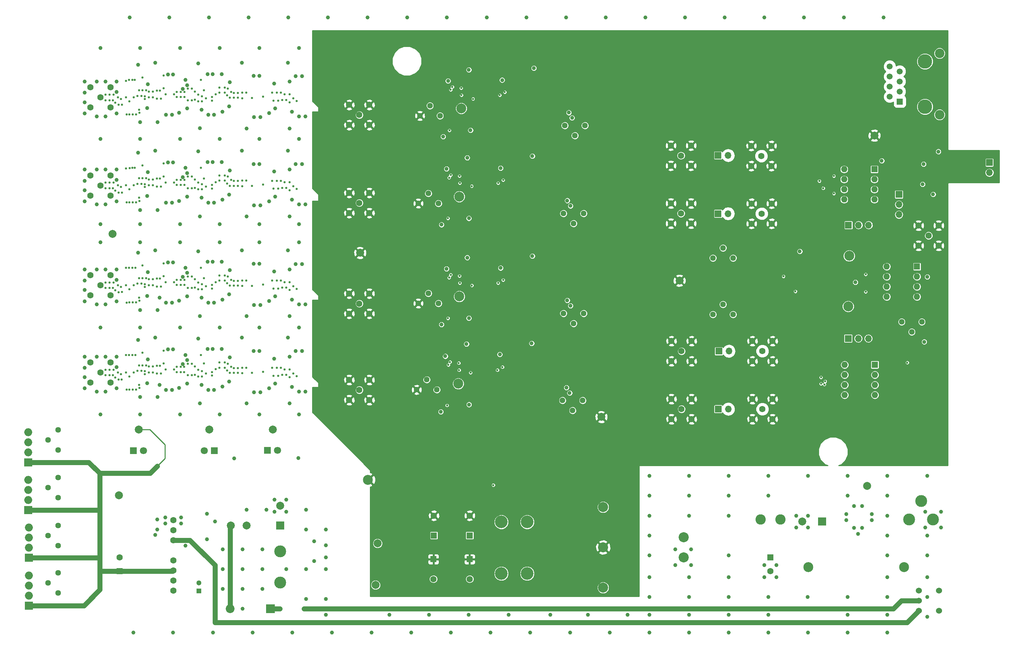
<source format=gbr>
G04 #@! TF.FileFunction,Copper,L2,Inr,Signal*
%FSLAX46Y46*%
G04 Gerber Fmt 4.6, Leading zero omitted, Abs format (unit mm)*
G04 Created by KiCad (PCBNEW 4.0.7) date 10/30/17 15:02:36*
%MOMM*%
%LPD*%
G01*
G04 APERTURE LIST*
%ADD10C,0.100000*%
%ADD11C,1.000000*%
%ADD12C,0.533400*%
%ADD13C,2.000000*%
%ADD14C,1.600000*%
%ADD15R,1.700000X1.700000*%
%ADD16O,1.700000X1.700000*%
%ADD17C,1.440000*%
%ADD18R,1.600000X1.600000*%
%ADD19O,1.600000X1.600000*%
%ADD20O,1.998980X1.998980*%
%ADD21R,1.998980X1.998980*%
%ADD22R,2.000000X2.000000*%
%ADD23R,1.300000X1.300000*%
%ADD24C,1.300000*%
%ADD25R,2.200000X2.200000*%
%ADD26O,2.200000X2.200000*%
%ADD27C,2.500000*%
%ADD28C,3.000000*%
%ADD29C,2.600000*%
%ADD30C,3.200000*%
%ADD31C,2.540000*%
%ADD32C,1.524000*%
%ADD33C,2.400000*%
%ADD34C,3.649980*%
%ADD35R,1.501140X1.501140*%
%ADD36C,1.501140*%
%ADD37R,1.800000X1.800000*%
%ADD38C,1.800000*%
%ADD39C,1.270000*%
%ADD40C,0.254000*%
G04 APERTURE END LIST*
D10*
D11*
X221800000Y-169800000D03*
D12*
X129750000Y-43300000D03*
X129400000Y-44400000D03*
X130750000Y-43150000D03*
X129250000Y-65500000D03*
X129000000Y-66400000D03*
X130250000Y-65350000D03*
X129000000Y-91750000D03*
X130250000Y-90600000D03*
X129000000Y-112750000D03*
X129000000Y-113750000D03*
D11*
X211800000Y-95200000D03*
X211800000Y-86400000D03*
D12*
X130000000Y-112600000D03*
X126600000Y-109200000D03*
X129250000Y-90750000D03*
X126800000Y-87200000D03*
X126800000Y-62000000D03*
X127200000Y-39800000D03*
X119500000Y-43200000D03*
X115200000Y-43200000D03*
X125200000Y-43200000D03*
X125200000Y-41800000D03*
X115200000Y-41800000D03*
X119500000Y-41800000D03*
X110200000Y-43200000D03*
X105200000Y-43200000D03*
X105200000Y-41800000D03*
X110200000Y-41800000D03*
X99400000Y-41800000D03*
X99400000Y-43200000D03*
X119000000Y-65400000D03*
X115000000Y-65400000D03*
X125000000Y-65400000D03*
X125000000Y-64000000D03*
X115000000Y-64000000D03*
X119000000Y-64000000D03*
X110000000Y-65400000D03*
X105000000Y-65400000D03*
X105000000Y-64000000D03*
X110000000Y-64000000D03*
X99200000Y-64000000D03*
X99200000Y-65400000D03*
X119000000Y-90600000D03*
X119000000Y-89200000D03*
X115000000Y-90600000D03*
X115000000Y-89200000D03*
X125000000Y-90600000D03*
X125000000Y-89200000D03*
X99200000Y-90600000D03*
X110000000Y-90600000D03*
X110000000Y-89200000D03*
X105000000Y-90600000D03*
X105000000Y-89200000D03*
X99200000Y-89200000D03*
X119100000Y-112600000D03*
X114800000Y-112600000D03*
X124800000Y-112600000D03*
X109800000Y-112600000D03*
X104800000Y-112600000D03*
X99000000Y-112600000D03*
X99000000Y-111200000D03*
X104800000Y-111200000D03*
X109800000Y-111200000D03*
X114800000Y-111200000D03*
X119100000Y-111200000D03*
X124800000Y-111200000D03*
D11*
X158200000Y-31400000D03*
X143200000Y-31400000D03*
X128200000Y-31400000D03*
X113200000Y-31400000D03*
X98200000Y-31400000D03*
X108600000Y-36600000D03*
X108700000Y-58000000D03*
X108500000Y-106000000D03*
X123400000Y-161200000D03*
X121600000Y-159200000D03*
X119600000Y-159200000D03*
X117600000Y-161200000D03*
X115600000Y-161200000D03*
X113400000Y-163000000D03*
X123800000Y-150400000D03*
X121600000Y-148000000D03*
X119600000Y-148000000D03*
X117600000Y-150200000D03*
X115600000Y-150200000D03*
X249400000Y-135000000D03*
X234400000Y-135000000D03*
X219400000Y-135000000D03*
X204400000Y-135000000D03*
X189400000Y-135000000D03*
X174600000Y-165000000D03*
X163000000Y-165000000D03*
X129600000Y-163000000D03*
X174600000Y-150000000D03*
X162400000Y-150000000D03*
X113200000Y-152000000D03*
X174600000Y-135000000D03*
X159600000Y-135000000D03*
X144600000Y-135000000D03*
X127000000Y-135200000D03*
X114600000Y-135000000D03*
X116300000Y-117800000D03*
X116500000Y-96000000D03*
X116500000Y-106000000D03*
X116700000Y-80400000D03*
X116700000Y-70400000D03*
X116700000Y-48000000D03*
X116700000Y-58000000D03*
X50900000Y-23600000D03*
X60900000Y-23600000D03*
X70900000Y-23600000D03*
X80900000Y-23600000D03*
X220900000Y-23600000D03*
X230900000Y-23600000D03*
X200900000Y-23600000D03*
X210900000Y-23600000D03*
X190900000Y-23600000D03*
X170900000Y-23600000D03*
X180900000Y-23600000D03*
X160900000Y-23600000D03*
X150900000Y-23600000D03*
X140900000Y-23600000D03*
X130900000Y-23600000D03*
X120900000Y-23600000D03*
X110900000Y-23600000D03*
X100900000Y-23600000D03*
X90900000Y-23600000D03*
X240900000Y-23600000D03*
D13*
X48200000Y-144200000D03*
D11*
X247400000Y-117000000D03*
X243400000Y-117000000D03*
X247600000Y-108000000D03*
X249200000Y-108400000D03*
X249200000Y-104600000D03*
X247200000Y-106400000D03*
X223600000Y-83800000D03*
X221800000Y-81800000D03*
X249400000Y-69800000D03*
X247200000Y-68200000D03*
X252800000Y-56600000D03*
X250600000Y-58600000D03*
X253800000Y-92200000D03*
X252000000Y-94400000D03*
X244400000Y-95800000D03*
X245600000Y-94000000D03*
X245800000Y-86599999D03*
X244400000Y-84800000D03*
X240600000Y-84399999D03*
X236600000Y-84399999D03*
X238600000Y-82600000D03*
D12*
X231200000Y-89000000D03*
X231200000Y-91800000D03*
X229600000Y-90400000D03*
D11*
X249600000Y-30599999D03*
X252800000Y-27400000D03*
X249600000Y-27400000D03*
X252800000Y-53600000D03*
X249600000Y-50400000D03*
X249600000Y-53600000D03*
X155400000Y-142800000D03*
X155400000Y-140300000D03*
X83600000Y-31300000D03*
X93600000Y-31300000D03*
X43600000Y-31300000D03*
X53600000Y-31300000D03*
X73600000Y-31300000D03*
X63600000Y-31300000D03*
X83600000Y-54300000D03*
X93600000Y-54300000D03*
X43600000Y-54300000D03*
X53600000Y-54300000D03*
X73600000Y-54300000D03*
X63600000Y-54300000D03*
X83600000Y-123800000D03*
X93600000Y-123800000D03*
X43600000Y-123800000D03*
X53600000Y-123800000D03*
X73600000Y-123800000D03*
X63600000Y-123800000D03*
X83600000Y-101800000D03*
X93600000Y-101800000D03*
X43600000Y-101800000D03*
X53600000Y-101800000D03*
X73600000Y-101800000D03*
X63600000Y-101800000D03*
X93600000Y-80300000D03*
X83600000Y-80300000D03*
X73600000Y-80300000D03*
X63600000Y-80300000D03*
X53600000Y-80300000D03*
X43600000Y-80300000D03*
X169600000Y-79300000D03*
X93600000Y-75800000D03*
X83600000Y-75800000D03*
X73600000Y-75800000D03*
X63600000Y-75800000D03*
X53600000Y-75800000D03*
X43600000Y-75800000D03*
X98600000Y-113600000D03*
X99200000Y-91800000D03*
X98800000Y-44200000D03*
X98900000Y-66300000D03*
D14*
X210200000Y-73100000D03*
X212740000Y-70560000D03*
X212740000Y-75640000D03*
X207660000Y-75640000D03*
X207660000Y-70560000D03*
D11*
X248500000Y-82580000D03*
X250976000Y-82580000D03*
X248500000Y-80000000D03*
X253376000Y-82580000D03*
X256076000Y-79880000D03*
X256076000Y-82580000D03*
X256076000Y-77480000D03*
X256100000Y-74800000D03*
X253700000Y-74100000D03*
X250500000Y-74100000D03*
X248500000Y-74800000D03*
X248500000Y-77400000D03*
X206700000Y-126380000D03*
X209176000Y-126380000D03*
X206700000Y-123800000D03*
X211576000Y-126380000D03*
X214276000Y-126380000D03*
X214300000Y-118600000D03*
X211900000Y-118600000D03*
X209100000Y-118600000D03*
X206700000Y-118600000D03*
X206200000Y-120900000D03*
X186200000Y-126380000D03*
X188676000Y-126380000D03*
X186200000Y-123800000D03*
X191076000Y-126380000D03*
X193776000Y-123680000D03*
X193776000Y-126380000D03*
X193776000Y-121280000D03*
X193800000Y-118600000D03*
X191400000Y-118600000D03*
X188600000Y-118600000D03*
X186200000Y-118600000D03*
X186200000Y-121200000D03*
X206700000Y-111780000D03*
X209176000Y-111780000D03*
X206700000Y-109200000D03*
X211576000Y-111780000D03*
X214276000Y-111780000D03*
X214300000Y-104000000D03*
X211900000Y-104000000D03*
X209100000Y-104000000D03*
X206700000Y-104000000D03*
X206200000Y-106300000D03*
X186200000Y-111780000D03*
X188676000Y-111780000D03*
X186200000Y-109200000D03*
X191076000Y-111780000D03*
X193776000Y-109080000D03*
X193776000Y-111780000D03*
X193776000Y-106680000D03*
X193800000Y-104000000D03*
X191400000Y-104000000D03*
X188600000Y-104000000D03*
X186200000Y-104000000D03*
X186200000Y-106600000D03*
X186100000Y-76980000D03*
X188576000Y-76980000D03*
X186100000Y-74400000D03*
X190976000Y-76980000D03*
X193676000Y-74280000D03*
X193676000Y-76980000D03*
X193676000Y-71880000D03*
X193700000Y-69200000D03*
X191300000Y-69200000D03*
X188500000Y-69200000D03*
X186100000Y-69200000D03*
X186100000Y-71800000D03*
X206500000Y-77080000D03*
X208976000Y-77080000D03*
X206500000Y-74500000D03*
X211376000Y-77080000D03*
X214076000Y-77080000D03*
X214100000Y-69300000D03*
X211700000Y-69300000D03*
X208900000Y-69300000D03*
X206500000Y-69300000D03*
X206000000Y-71600000D03*
X206400000Y-62480000D03*
X208876000Y-62480000D03*
X206400000Y-59900000D03*
X211276000Y-62480000D03*
X213976000Y-62480000D03*
X214000000Y-54700000D03*
X211600000Y-54700000D03*
X208800000Y-54700000D03*
X206400000Y-54700000D03*
X205700000Y-56900000D03*
X186200000Y-62380000D03*
X188676000Y-62380000D03*
X186200000Y-59800000D03*
X191076000Y-62380000D03*
X193776000Y-59680000D03*
X193776000Y-62380000D03*
X193776000Y-57280000D03*
X193800000Y-54600000D03*
X191400000Y-54600000D03*
X188600000Y-54600000D03*
X186200000Y-54600000D03*
X186200000Y-57200000D03*
D12*
X233100000Y-72700000D03*
X224100000Y-71500000D03*
X222500000Y-69800000D03*
X224100000Y-68200000D03*
X222700000Y-67400000D03*
X220900000Y-66000000D03*
X222700000Y-64500000D03*
X230300000Y-59900000D03*
X228900000Y-58500000D03*
X233000000Y-57900000D03*
X231400000Y-56300000D03*
X229900000Y-57800000D03*
D11*
X225000000Y-61000000D03*
X229000000Y-71300000D03*
X223000000Y-74700000D03*
X223000000Y-71500000D03*
X226600000Y-74500000D03*
X215400000Y-74700000D03*
X215400000Y-71500000D03*
X219200000Y-74700000D03*
X219200000Y-71500000D03*
X223000000Y-60200000D03*
X223000000Y-56900000D03*
X227000000Y-57900000D03*
X215400000Y-56900000D03*
X219200000Y-60200000D03*
X215400000Y-60200000D03*
X219200000Y-56900000D03*
D12*
X230200000Y-108600000D03*
X224800000Y-120800000D03*
X221600000Y-115200000D03*
X223200000Y-113800000D03*
X223200000Y-116600000D03*
X224800000Y-117600000D03*
X223200000Y-119200000D03*
X229800000Y-107200000D03*
X229000000Y-107000000D03*
X232600000Y-107200000D03*
X232600000Y-123000000D03*
X231000000Y-124600000D03*
X229800000Y-123000000D03*
D11*
X229200000Y-120600000D03*
X226600000Y-123600000D03*
X219400000Y-124000000D03*
X215600000Y-124000000D03*
X219400000Y-120800000D03*
X215600000Y-120800000D03*
X223200000Y-124000000D03*
X223200000Y-120800000D03*
X225400000Y-110200000D03*
X223200000Y-109400000D03*
X219400000Y-109400000D03*
X215600000Y-109400000D03*
X227200000Y-107200000D03*
X223200000Y-106200000D03*
X219400000Y-106200000D03*
X215600000Y-106200000D03*
X201800000Y-120000000D03*
X199200000Y-120000000D03*
X202000000Y-105400000D03*
X199400000Y-105800000D03*
X201800000Y-70700000D03*
X199200000Y-71300000D03*
X201800000Y-56000000D03*
X199200000Y-56400000D03*
X162600000Y-117200000D03*
X162800000Y-95200000D03*
X163200000Y-47800000D03*
X163000000Y-69900000D03*
X235400000Y-85600000D03*
X233600000Y-86800000D03*
X235600000Y-103200000D03*
X235800000Y-77400000D03*
X246200000Y-71800000D03*
X235400000Y-96400000D03*
X239400000Y-96400000D03*
X237400000Y-98200000D03*
X237400000Y-92600000D03*
X237600000Y-88400000D03*
D14*
X252260000Y-78660000D03*
X254800000Y-81200000D03*
X254800000Y-76120000D03*
X249720000Y-76120000D03*
X249720000Y-81200000D03*
D15*
X244800000Y-68260000D03*
D16*
X244800000Y-70800000D03*
X244800000Y-73340000D03*
D11*
X154900000Y-66800000D03*
X157600000Y-62900000D03*
X242900000Y-33600000D03*
X245500000Y-34900000D03*
X246800000Y-38400000D03*
X246900000Y-40900000D03*
X246900000Y-43300000D03*
X245700000Y-47000000D03*
X242600000Y-47700000D03*
X166000000Y-39000000D03*
X163300000Y-41800000D03*
X160500000Y-44500000D03*
X156600000Y-44800000D03*
X152300000Y-44800000D03*
X155900000Y-40900000D03*
X158700000Y-40600000D03*
X172700000Y-30200000D03*
X161758222Y-37400357D03*
X168829289Y-30329289D03*
X165293755Y-33864823D03*
X178800000Y-40400000D03*
X175100000Y-40800000D03*
X177300000Y-36500000D03*
X168000000Y-39200000D03*
X172400000Y-34600000D03*
X169300000Y-43600000D03*
X178000000Y-44300000D03*
X173300000Y-49700000D03*
X171000000Y-47300000D03*
X171200000Y-50700000D03*
X167200000Y-47800000D03*
X167200000Y-52100000D03*
X168900000Y-59800000D03*
X166700000Y-55900000D03*
X162000000Y-62600000D03*
X161700000Y-67000000D03*
X166300000Y-61100000D03*
X164300000Y-68700000D03*
X168700000Y-64300000D03*
X159700000Y-59300000D03*
X164100000Y-54900000D03*
X167600000Y-67700000D03*
X160800000Y-55800000D03*
X169000000Y-35800000D03*
X151900000Y-92200000D03*
X157400000Y-92000000D03*
X161400000Y-92100000D03*
X155500000Y-88200000D03*
X159500000Y-88300000D03*
X163600000Y-88200000D03*
X173300000Y-84100000D03*
X167300000Y-87600000D03*
X169700000Y-84300000D03*
X165900000Y-91500000D03*
X171400000Y-86100000D03*
X168700000Y-93400000D03*
X173300000Y-89400000D03*
X165500000Y-85800000D03*
X163800000Y-82900000D03*
X168500000Y-78700000D03*
X171900000Y-92400000D03*
X164900000Y-79800000D03*
X171400000Y-75100000D03*
X171400000Y-80600000D03*
X171400000Y-69800000D03*
X171400000Y-64500000D03*
X171400000Y-59500000D03*
X165900000Y-103800000D03*
X169500000Y-100100000D03*
X173200000Y-96300000D03*
X162088373Y-107518734D03*
X159500000Y-110300000D03*
X155800000Y-110300000D03*
X151800000Y-114200000D03*
X155000000Y-114200000D03*
X158300000Y-114100000D03*
X168800000Y-106800000D03*
X164988373Y-110518734D03*
X161452839Y-114054268D03*
X176100000Y-99300000D03*
X172400000Y-103100000D03*
X175700000Y-93200000D03*
X175700000Y-87900000D03*
X175700000Y-82500000D03*
X175700000Y-66400000D03*
X175700000Y-61400000D03*
X175700000Y-71700000D03*
X175700000Y-77000000D03*
X180200000Y-95100000D03*
X180200000Y-83500000D03*
X180200000Y-88700000D03*
X180200000Y-78200000D03*
X180200000Y-67700000D03*
X180200000Y-73000000D03*
X180200000Y-62700000D03*
X181700000Y-44200000D03*
X178164466Y-47735534D03*
X174628932Y-51271068D03*
X183600000Y-48400000D03*
X179800000Y-52300000D03*
X171400000Y-54600000D03*
X175900000Y-56300000D03*
X180200364Y-57803500D03*
X184700000Y-53300000D03*
X240400000Y-33100000D03*
X237600000Y-30400000D03*
X232200000Y-30400000D03*
X221500000Y-30400000D03*
X226500000Y-30400000D03*
X217000000Y-28100000D03*
X209700000Y-28200000D03*
X202600000Y-28200000D03*
X188000000Y-28200000D03*
X180700000Y-28200000D03*
X195300000Y-28200000D03*
X206100000Y-29400000D03*
X213400000Y-29600000D03*
X213400000Y-32800000D03*
X206100000Y-32800000D03*
X198800000Y-29400000D03*
X198800000Y-32800000D03*
X191600000Y-29400000D03*
X191600000Y-32800000D03*
X184300000Y-29400000D03*
X184300000Y-32800000D03*
X177000000Y-29400000D03*
X177000000Y-32800000D03*
X180600000Y-35400000D03*
X180600000Y-32000000D03*
X187900000Y-35400000D03*
X187900000Y-32000000D03*
X195200000Y-35400000D03*
X195200000Y-32000000D03*
X202400000Y-35400000D03*
X202400000Y-32000000D03*
X209700000Y-35400000D03*
X216600000Y-35400000D03*
X217000000Y-32200000D03*
X228600000Y-34400000D03*
X233600000Y-34400000D03*
X219800000Y-34400000D03*
X224800000Y-34400000D03*
X230800000Y-35600000D03*
X235800000Y-35600000D03*
X191500000Y-36500000D03*
X206100000Y-36500000D03*
X198800000Y-36500000D03*
X209700000Y-32000000D03*
X213600000Y-36600000D03*
X225200000Y-36400000D03*
X220200000Y-36400000D03*
X184200000Y-36500000D03*
X235200000Y-40400000D03*
X230200000Y-40400000D03*
X225200000Y-40400000D03*
X220200000Y-40600000D03*
X215200000Y-40600000D03*
X210200000Y-40600000D03*
X205200000Y-40600000D03*
X184800000Y-41200000D03*
X190200000Y-40600000D03*
X200200000Y-40600000D03*
X195200000Y-40600000D03*
X236800000Y-45000000D03*
X231800000Y-45000000D03*
X226800000Y-45300000D03*
X221800000Y-45300000D03*
X216800000Y-45300000D03*
X211800000Y-45300000D03*
X206800000Y-45300000D03*
X186700000Y-45400000D03*
X191800000Y-45300000D03*
X201800000Y-45300000D03*
X196800000Y-45300000D03*
X238600000Y-49600000D03*
X233600000Y-49600000D03*
X228600000Y-49600000D03*
X223600000Y-49600000D03*
X218600000Y-49600000D03*
X213600000Y-49600000D03*
X208600000Y-49600000D03*
X203600000Y-49600000D03*
X198600000Y-49600000D03*
X193600000Y-49600000D03*
X188600000Y-49600000D03*
X171800000Y-38400000D03*
X174600000Y-46000000D03*
X169400000Y-89600000D03*
X167800000Y-82600000D03*
X165000000Y-65000000D03*
X163400000Y-58600000D03*
D12*
X239800000Y-57800000D03*
X238600000Y-56400000D03*
X237200000Y-57800000D03*
X232200000Y-62000000D03*
X233400000Y-60600000D03*
X235000000Y-62000000D03*
X235000000Y-69200000D03*
X234700000Y-71300000D03*
X232200000Y-69200000D03*
X237400000Y-123000000D03*
X238600000Y-124600000D03*
X240000000Y-123000000D03*
X232400000Y-111400000D03*
X233600000Y-109600000D03*
X235200000Y-111400000D03*
X235200000Y-118600000D03*
X233600000Y-120200000D03*
X232400000Y-118600000D03*
D11*
X229600000Y-113000000D03*
X229600000Y-117400000D03*
X140876000Y-41330000D03*
X140876000Y-44080000D03*
X161626000Y-46080000D03*
X155876000Y-46080000D03*
X156126000Y-38580000D03*
X154376000Y-35830000D03*
X149376000Y-36330000D03*
X147876000Y-39080000D03*
X149376000Y-41830000D03*
X157626000Y-51580000D03*
X155626000Y-52830000D03*
X140626000Y-55530000D03*
X138876000Y-54030000D03*
X140626000Y-52530000D03*
X137076000Y-53630000D03*
X134326000Y-55130000D03*
X131576000Y-54380000D03*
X127376000Y-49330000D03*
X124126000Y-54830000D03*
X122376000Y-52830000D03*
X125230000Y-46924000D03*
X122480001Y-46924000D03*
X122480000Y-49674000D03*
X137876000Y-46830000D03*
X141876000Y-48080000D03*
X140876000Y-46580000D03*
X145626000Y-37580000D03*
X144126000Y-36080000D03*
X142876000Y-37580000D03*
X130876000Y-38080000D03*
X132000000Y-36400000D03*
X134000000Y-36330000D03*
X140900000Y-38080000D03*
D12*
X134500000Y-40500000D03*
X134500000Y-44000000D03*
X131126000Y-41830000D03*
X131400000Y-41080000D03*
X136626000Y-45830000D03*
X138126000Y-45830000D03*
D11*
X137876000Y-36330000D03*
D12*
X148100000Y-41800000D03*
X143000000Y-43700000D03*
X142000000Y-41800000D03*
X142000000Y-43700000D03*
X143000000Y-41800000D03*
X149400000Y-46700000D03*
X147200000Y-46700000D03*
X147200000Y-49200000D03*
X148700000Y-50700000D03*
X151500000Y-48400000D03*
X151500000Y-49500000D03*
X151500000Y-50800000D03*
X149400000Y-43100000D03*
X149400000Y-44900000D03*
D11*
X145500000Y-46700000D03*
X142626000Y-45800000D03*
X144200000Y-47200000D03*
X146876000Y-45000000D03*
X140476000Y-63530000D03*
X140476000Y-66280000D03*
X161226000Y-68280000D03*
X155476000Y-68280000D03*
X155726000Y-60780000D03*
X153976000Y-58030000D03*
X148976000Y-58530000D03*
X147476000Y-61280000D03*
X148976000Y-64030000D03*
X157226000Y-73780000D03*
X155226000Y-75030000D03*
X140200000Y-77800000D03*
X138600000Y-76200000D03*
X140200000Y-74600000D03*
X136676000Y-75830000D03*
X133926000Y-77330000D03*
X131176000Y-76580000D03*
X126976000Y-71530000D03*
X123726000Y-77030000D03*
X121976000Y-75030000D03*
X124830000Y-69124000D03*
X122080001Y-69124000D03*
X122080000Y-71874000D03*
X137476000Y-69030000D03*
X141476000Y-70280000D03*
X140476000Y-68780000D03*
X145226000Y-59780000D03*
X143726000Y-58280000D03*
X142600000Y-59800000D03*
X130476000Y-60280000D03*
X131600000Y-58600000D03*
X133600000Y-58530000D03*
X140800000Y-60200000D03*
D12*
X134100000Y-62700000D03*
X134100000Y-66200000D03*
X130726000Y-64030000D03*
X131000000Y-63280000D03*
X136226000Y-68030000D03*
X137726000Y-68030000D03*
D11*
X137476000Y-58530000D03*
D12*
X147700000Y-64000000D03*
X142600000Y-65900000D03*
X141600000Y-64000000D03*
X141600000Y-65900000D03*
X142600000Y-64000000D03*
X149000000Y-68900000D03*
X146800000Y-68900000D03*
X146800000Y-71400000D03*
X148300000Y-72900000D03*
X151100000Y-70600000D03*
X151100000Y-71700000D03*
X151100000Y-73000000D03*
X149000000Y-65300000D03*
X149000000Y-67100000D03*
D11*
X145100000Y-68900000D03*
X142226000Y-68000000D03*
X143800000Y-69400000D03*
X146476000Y-67200000D03*
D14*
X108800000Y-48200000D03*
X111340000Y-45660000D03*
X111340000Y-50740000D03*
X106260000Y-50740000D03*
X106260000Y-45660000D03*
X108800000Y-70400000D03*
X111340000Y-67860000D03*
X111340000Y-72940000D03*
X106260000Y-72940000D03*
X106260000Y-67860000D03*
D11*
X105000000Y-69200000D03*
X105000000Y-66600000D03*
X107400000Y-66600000D03*
X110200000Y-66600000D03*
X112600000Y-66600000D03*
X112576000Y-69280000D03*
X112576000Y-74380000D03*
X112576000Y-71680000D03*
X109876000Y-74380000D03*
X105000000Y-71800000D03*
X107476000Y-74380000D03*
X105000000Y-74380000D03*
X105000000Y-51980000D03*
X107476000Y-51980000D03*
X105000000Y-49400000D03*
X109876000Y-51980000D03*
X112576000Y-49280000D03*
X112576000Y-51980000D03*
X112576000Y-46880000D03*
X112600000Y-44200000D03*
X110200000Y-44200000D03*
X107400000Y-44200000D03*
X105000000Y-44200000D03*
X105000000Y-46800000D03*
D12*
X88000000Y-42600000D03*
X86800000Y-42600000D03*
X87200000Y-44600000D03*
X88400000Y-44600000D03*
D11*
X95200000Y-48600000D03*
X93600000Y-48600000D03*
X91800000Y-47400000D03*
X91200000Y-39800000D03*
X92800000Y-38400000D03*
X94400000Y-38400000D03*
X97400000Y-38200000D03*
X98800000Y-40600000D03*
X99000000Y-46800000D03*
D12*
X90000000Y-43000000D03*
X91200000Y-43000000D03*
X92200000Y-44000000D03*
X89400000Y-44400000D03*
X90400000Y-44400000D03*
X91200000Y-45000000D03*
X89000000Y-42600000D03*
D11*
X44800000Y-39800000D03*
X47600000Y-39800000D03*
X47600000Y-42400000D03*
X47600000Y-47800000D03*
X42600000Y-48600000D03*
X44800000Y-48600000D03*
D12*
X44876000Y-43080000D03*
X45876000Y-43080000D03*
X44876000Y-44480000D03*
X45876000Y-44480000D03*
X46876000Y-43080000D03*
X46676000Y-44480000D03*
X47276000Y-45080000D03*
X47976000Y-43780000D03*
X48776000Y-44180000D03*
X48176000Y-45580000D03*
X49000000Y-45580000D03*
X49976000Y-43780000D03*
X50876000Y-44780000D03*
X51976000Y-43780000D03*
X52876000Y-43380000D03*
X53876000Y-43380000D03*
X54776000Y-43480000D03*
X55776000Y-43780000D03*
X56776000Y-43780000D03*
X56776000Y-42280000D03*
X55776000Y-42280000D03*
X53276000Y-41980000D03*
X54176000Y-41980000D03*
X55076000Y-41980000D03*
X57776000Y-44080000D03*
X58776000Y-44080000D03*
X57776000Y-42080000D03*
X58576000Y-42080000D03*
X62776000Y-43680000D03*
X62776000Y-42380000D03*
X63776000Y-42380000D03*
X63776000Y-43680000D03*
X64776000Y-42380000D03*
X64776000Y-43680000D03*
X65576000Y-44480000D03*
X65576000Y-41580000D03*
X66576000Y-41580000D03*
X66576000Y-44480000D03*
X67376000Y-42280000D03*
X67376000Y-44380000D03*
X68176000Y-43080000D03*
X68176000Y-44780000D03*
X69176000Y-44780000D03*
X69176000Y-43480000D03*
X71676000Y-43680000D03*
X71676000Y-44580000D03*
X72576000Y-42980000D03*
X73576000Y-42580000D03*
X74876000Y-42580000D03*
X75476000Y-43280000D03*
X76176000Y-43880000D03*
X77176000Y-43880000D03*
X78176000Y-43880000D03*
X79276000Y-43980000D03*
X80276000Y-42580000D03*
X79276000Y-42580000D03*
X78176000Y-42680000D03*
X77176000Y-42680000D03*
X76476000Y-42380000D03*
X75676000Y-41580000D03*
X74876000Y-41280000D03*
X73576000Y-41280000D03*
D11*
X55376000Y-46480000D03*
X55476000Y-40480000D03*
D12*
X54176000Y-38780000D03*
X54776000Y-44180000D03*
X51676000Y-48080000D03*
X53276000Y-46880000D03*
X50200000Y-48080000D03*
X50876000Y-48080000D03*
X52576000Y-48080000D03*
X53376000Y-47680000D03*
X52200000Y-39380000D03*
X51576000Y-39380000D03*
X50800000Y-39380000D03*
X49976000Y-39600000D03*
X59476000Y-38280000D03*
D11*
X60576000Y-37980000D03*
X61876000Y-37980000D03*
X64976000Y-39380000D03*
X64276000Y-41680000D03*
X65376000Y-40680000D03*
X60076000Y-48180000D03*
X61576000Y-48180000D03*
X63376000Y-47680000D03*
X65376000Y-46580000D03*
X72176000Y-48180000D03*
X70776000Y-48180000D03*
X69076000Y-46880000D03*
X70576000Y-37880000D03*
X71876000Y-37880000D03*
D12*
X68876000Y-39380000D03*
D11*
X74176000Y-37880000D03*
X76176000Y-39980000D03*
X75976000Y-46080000D03*
X74276000Y-47380000D03*
X82176000Y-38380000D03*
X83576000Y-38380000D03*
X87376000Y-40280000D03*
X87576000Y-46580000D03*
X83876000Y-48780000D03*
X86076000Y-47780000D03*
X82276000Y-48780000D03*
X42600000Y-39800000D03*
X39600000Y-42600000D03*
X39600000Y-39800000D03*
X39600000Y-47800000D03*
X39600000Y-45000000D03*
X39600000Y-67200000D03*
X39600000Y-70000000D03*
X39600000Y-62000000D03*
X39600000Y-64800000D03*
X42600000Y-62000000D03*
X82276000Y-70980000D03*
X86076000Y-69980000D03*
X83876000Y-70980000D03*
X87576000Y-68780000D03*
X87376000Y-62480000D03*
X83576000Y-60580000D03*
X82176000Y-60580000D03*
X74276000Y-69580000D03*
X75976000Y-68280000D03*
X76176000Y-62180000D03*
X74176000Y-60080000D03*
D12*
X68876000Y-61580000D03*
D11*
X71876000Y-60080000D03*
X70576000Y-60080000D03*
X69076000Y-69080000D03*
X70776000Y-70380000D03*
X72176000Y-70380000D03*
X65376000Y-68780000D03*
X63376000Y-69880000D03*
X61576000Y-70380000D03*
X60076000Y-70380000D03*
X65376000Y-62880000D03*
X64276000Y-63880000D03*
X64976000Y-61580000D03*
X61876000Y-60180000D03*
X60576000Y-60180000D03*
D12*
X59476000Y-60480000D03*
X49976000Y-61700000D03*
X50900000Y-61600000D03*
X51576000Y-61580000D03*
X52200000Y-61580000D03*
X53376000Y-69880000D03*
X52576000Y-70280000D03*
X50876000Y-70280000D03*
X50200000Y-70300000D03*
X53276000Y-69080000D03*
X51676000Y-70280000D03*
X54776000Y-66380000D03*
X54176000Y-60980000D03*
D11*
X55476000Y-62680000D03*
X55376000Y-68680000D03*
D12*
X73576000Y-63480000D03*
X74876000Y-63480000D03*
X75676000Y-63780000D03*
X76476000Y-64580000D03*
X77176000Y-64880000D03*
X78176000Y-64880000D03*
X79276000Y-64780000D03*
X80276000Y-64780000D03*
X79276000Y-66180000D03*
X78176000Y-66080000D03*
X77176000Y-66080000D03*
X76176000Y-66080000D03*
X75476000Y-65480000D03*
X74876000Y-64780000D03*
X73576000Y-64780000D03*
X72576000Y-65180000D03*
X71676000Y-66780000D03*
X71676000Y-65880000D03*
X69176000Y-65680000D03*
X69176000Y-66980000D03*
X68176000Y-66980000D03*
X68176000Y-65280000D03*
X67376000Y-66580000D03*
X67376000Y-64480000D03*
X66576000Y-66680000D03*
X66576000Y-63780000D03*
X65576000Y-63780000D03*
X65576000Y-66680000D03*
X64700000Y-65880000D03*
X64700000Y-64580000D03*
X63776000Y-65880000D03*
X63776000Y-64580000D03*
X62776000Y-64580000D03*
X62776000Y-65880000D03*
X58576000Y-64280000D03*
X57776000Y-64280000D03*
X58776000Y-66280000D03*
X57776000Y-66280000D03*
X55076000Y-64180000D03*
X54176000Y-64180000D03*
X53276000Y-64180000D03*
X55776000Y-64480000D03*
X56776000Y-64480000D03*
X56776000Y-65980000D03*
X55776000Y-65980000D03*
X54776000Y-65680000D03*
X53876000Y-65580000D03*
X52876000Y-65580000D03*
X51976000Y-65980000D03*
X50876000Y-66980000D03*
X49976000Y-65980000D03*
X49000000Y-67780000D03*
X48176000Y-67780000D03*
X48776000Y-66380000D03*
X47976000Y-65980000D03*
X47276000Y-67280000D03*
X46676000Y-66680000D03*
X46876000Y-65280000D03*
X45876000Y-66680000D03*
X44876000Y-66680000D03*
X45876000Y-65280000D03*
X44876000Y-65280000D03*
D11*
X44800000Y-70800000D03*
X42600000Y-70800000D03*
X47600000Y-70000000D03*
X47600000Y-64600000D03*
X47600000Y-62000000D03*
X44800000Y-62000000D03*
D12*
X89000000Y-64800000D03*
X91200000Y-67200000D03*
X90400000Y-66600000D03*
X89400000Y-66600000D03*
X92200000Y-66200000D03*
X91200000Y-65200000D03*
X90000000Y-65200000D03*
D11*
X99000000Y-69000000D03*
X98800000Y-62800000D03*
X97600000Y-60600000D03*
X94400000Y-60600000D03*
X92800000Y-60600000D03*
X91200000Y-62000000D03*
X91800000Y-69600000D03*
X93600000Y-70800000D03*
X95200000Y-70800000D03*
D12*
X88400000Y-66800000D03*
X87200000Y-66800000D03*
X86800000Y-64800000D03*
X88000000Y-64800000D03*
D17*
X32940000Y-127660000D03*
X30400000Y-130200000D03*
X32940000Y-132740000D03*
D18*
X238712364Y-111223332D03*
D19*
X231092364Y-118843332D03*
X238712364Y-113763332D03*
X231092364Y-116303332D03*
X238712364Y-116303332D03*
X231092364Y-113763332D03*
X238712364Y-118843332D03*
X231092364Y-111223332D03*
D11*
X146476000Y-92400000D03*
X143800000Y-94600000D03*
X142226000Y-93200000D03*
X145100000Y-94100000D03*
D12*
X149000000Y-92300000D03*
X149000000Y-90500000D03*
X151100000Y-98200000D03*
X151100000Y-96900000D03*
X151100000Y-95800000D03*
X148300000Y-98100000D03*
X146800000Y-96600000D03*
X146800000Y-94100000D03*
X149000000Y-94100000D03*
X142600000Y-89200000D03*
X141600000Y-91100000D03*
X141600000Y-89200000D03*
X142600000Y-91100000D03*
X147700000Y-89200000D03*
X146600000Y-116100000D03*
X146600000Y-118600000D03*
X148100000Y-120100000D03*
X150900000Y-120200000D03*
X150900000Y-118900000D03*
X150900000Y-117800000D03*
X148800000Y-116100000D03*
X148800000Y-114300000D03*
X148800000Y-112500000D03*
X147500000Y-111200000D03*
X142400000Y-113100000D03*
X141400000Y-113100000D03*
X142400000Y-111200000D03*
X141400000Y-111200000D03*
D17*
X128740000Y-95740000D03*
X126200000Y-93200000D03*
X123660000Y-95740000D03*
D11*
X137476000Y-83730000D03*
D12*
X137726000Y-93230000D03*
X136226000Y-93230000D03*
X131000000Y-88480000D03*
X130726000Y-89230000D03*
X134900000Y-91100000D03*
X133976000Y-87980000D03*
D11*
X140500000Y-85400000D03*
X133600000Y-83730000D03*
X131600000Y-83800000D03*
X130476000Y-85480000D03*
X142476000Y-84980000D03*
X143726000Y-83480000D03*
X145226000Y-84980000D03*
X140476000Y-93980000D03*
X141476000Y-95480000D03*
X137476000Y-94230000D03*
X122080000Y-97074000D03*
X122080001Y-94324000D03*
X124830000Y-94324000D03*
X121976000Y-100230000D03*
X123726000Y-102230000D03*
X126976000Y-96730000D03*
X131176000Y-101780000D03*
X133926000Y-102530000D03*
X136676000Y-101030000D03*
X140226000Y-99730000D03*
X138476000Y-101230000D03*
X140226000Y-102730000D03*
X155226000Y-100230000D03*
X157226000Y-98980000D03*
X148976000Y-89230000D03*
X147476000Y-86480000D03*
X148976000Y-83730000D03*
X153976000Y-83230000D03*
X155726000Y-85980000D03*
X155476000Y-93480000D03*
X161226000Y-93480000D03*
X140476000Y-91480000D03*
X140476000Y-88730000D03*
X105000000Y-94400000D03*
X105000000Y-91800000D03*
X107400000Y-91800000D03*
X110200000Y-91800000D03*
X112600000Y-91800000D03*
X112576000Y-94480000D03*
X112576000Y-99580000D03*
X112576000Y-96880000D03*
X109876000Y-99580000D03*
X105000000Y-97000000D03*
X107476000Y-99580000D03*
X105000000Y-99580000D03*
D12*
X88000000Y-90000000D03*
X86800000Y-90000000D03*
X87200000Y-92000000D03*
X88400000Y-92000000D03*
D11*
X95200000Y-96000000D03*
X93600000Y-96000000D03*
X91800000Y-94800000D03*
X91200000Y-87200000D03*
X92800000Y-85800000D03*
X94400000Y-85800000D03*
X97400000Y-85800000D03*
X98800000Y-88000000D03*
X99000000Y-94200000D03*
D12*
X90000000Y-90400000D03*
X91200000Y-90400000D03*
X92200000Y-91400000D03*
X89400000Y-91800000D03*
X90400000Y-91800000D03*
X91200000Y-92400000D03*
X89000000Y-90000000D03*
X89000000Y-112000000D03*
X91200000Y-114400000D03*
X90400000Y-113800000D03*
X89400000Y-113800000D03*
X88400000Y-114000000D03*
X87200000Y-114000000D03*
X92200000Y-113400000D03*
X91200000Y-112400000D03*
X90000000Y-112400000D03*
X88000000Y-112000000D03*
X86800000Y-112000000D03*
D11*
X99000000Y-116200000D03*
X98800000Y-110000000D03*
X97400000Y-107800000D03*
X94400000Y-107800000D03*
X92800000Y-107800000D03*
X91200000Y-109200000D03*
X91800000Y-116800000D03*
X93600000Y-118000000D03*
X95200000Y-118000000D03*
X44800000Y-87200000D03*
X47600000Y-87200000D03*
X47600000Y-89800000D03*
X47600000Y-95200000D03*
X42600000Y-96000000D03*
X44800000Y-96000000D03*
D12*
X44876000Y-90480000D03*
X45876000Y-90480000D03*
X44876000Y-91880000D03*
X45876000Y-91880000D03*
X46876000Y-90480000D03*
X46676000Y-91880000D03*
X47276000Y-92480000D03*
X47976000Y-91180000D03*
X48776000Y-91580000D03*
X48176000Y-92980000D03*
X49000000Y-92900000D03*
X49976000Y-91180000D03*
X50876000Y-92180000D03*
X51976000Y-91180000D03*
X52876000Y-90780000D03*
X53876000Y-90780000D03*
X54776000Y-90880000D03*
X55776000Y-91180000D03*
X56776000Y-91180000D03*
X56776000Y-89680000D03*
X55776000Y-89680000D03*
X53276000Y-89380000D03*
X54176000Y-89380000D03*
X55076000Y-89380000D03*
X57776000Y-91480000D03*
X58776000Y-91480000D03*
X57776000Y-89480000D03*
X58576000Y-89480000D03*
X62776000Y-91080000D03*
X62776000Y-89780000D03*
X63776000Y-89780000D03*
X63776000Y-91080000D03*
X64700000Y-89780000D03*
X64700000Y-91080000D03*
X65576000Y-91880000D03*
X65576000Y-88980000D03*
X66576000Y-88980000D03*
X66576000Y-91880000D03*
X67376000Y-89680000D03*
X67376000Y-91780000D03*
X68176000Y-90480000D03*
X68176000Y-92180000D03*
X69176000Y-92180000D03*
X69176000Y-90880000D03*
X71676000Y-91080000D03*
X71676000Y-91980000D03*
X72576000Y-90380000D03*
X73576000Y-89980000D03*
X74876000Y-89980000D03*
X75476000Y-90680000D03*
X76176000Y-91280000D03*
X77176000Y-91280000D03*
X78176000Y-91280000D03*
X79276000Y-91380000D03*
X80276000Y-89980000D03*
X79276000Y-89980000D03*
X78176000Y-90080000D03*
X77176000Y-90080000D03*
X76476000Y-89780000D03*
X75676000Y-88980000D03*
X74876000Y-88680000D03*
X73576000Y-88680000D03*
D11*
X55376000Y-93880000D03*
X55476000Y-87880000D03*
D12*
X54176000Y-86180000D03*
X54776000Y-91580000D03*
X51676000Y-95480000D03*
X53276000Y-94280000D03*
X50200000Y-95600000D03*
X50876000Y-95480000D03*
X52576000Y-95480000D03*
X53376000Y-95080000D03*
X52376000Y-86780000D03*
X51576000Y-86780000D03*
X50776000Y-86780000D03*
X49976000Y-86780000D03*
X59476000Y-85680000D03*
D11*
X60576000Y-85380000D03*
X61876000Y-85380000D03*
X64976000Y-86780000D03*
X64276000Y-89080000D03*
X65376000Y-88080000D03*
X58476000Y-94280000D03*
X60076000Y-95580000D03*
X61576000Y-95580000D03*
X63376000Y-95080000D03*
X65376000Y-93980000D03*
X72176000Y-95580000D03*
X70776000Y-95580000D03*
X69076000Y-94280000D03*
X70576000Y-85280000D03*
X71876000Y-85280000D03*
D12*
X68876000Y-86780000D03*
D11*
X74176000Y-85280000D03*
X76176000Y-87380000D03*
X75976000Y-93480000D03*
X74276000Y-94780000D03*
X82176000Y-85780000D03*
X83576000Y-85780000D03*
X87376000Y-87680000D03*
X87576000Y-93980000D03*
X83876000Y-96180000D03*
X86076000Y-95180000D03*
X82276000Y-96180000D03*
X42600000Y-87200000D03*
X39600000Y-90000000D03*
X39600000Y-87200000D03*
X39600000Y-95200000D03*
X39600000Y-92400000D03*
X39600000Y-114400000D03*
X39600000Y-117200000D03*
X39600000Y-109200000D03*
X39600000Y-112000000D03*
X42600000Y-109200000D03*
X105000000Y-121580000D03*
X107476000Y-121580000D03*
X105000000Y-119000000D03*
X109876000Y-121580000D03*
X112576000Y-118880000D03*
X112576000Y-121580000D03*
X112576000Y-116480000D03*
X112600000Y-113800000D03*
X110200000Y-113800000D03*
X107400000Y-113800000D03*
X105000000Y-113800000D03*
X105000000Y-116400000D03*
X82276000Y-118180000D03*
X86076000Y-117180000D03*
X83876000Y-118180000D03*
X87576000Y-115980000D03*
X87376000Y-109680000D03*
X83576000Y-107780000D03*
X82176000Y-107780000D03*
X74276000Y-116780000D03*
X75976000Y-115480000D03*
X76176000Y-109380000D03*
X74176000Y-107280000D03*
D12*
X68876000Y-108780000D03*
D11*
X71876000Y-107280000D03*
X70576000Y-107280000D03*
X69076000Y-116280000D03*
X70776000Y-117580000D03*
X72176000Y-117580000D03*
X65376000Y-115980000D03*
X63376000Y-117080000D03*
X61576000Y-117580000D03*
X60076000Y-117580000D03*
X58476000Y-116280000D03*
X65376000Y-110080000D03*
X64276000Y-111080000D03*
X64976000Y-108780000D03*
X61876000Y-107380000D03*
X60576000Y-107380000D03*
D12*
X59476000Y-107680000D03*
X49976000Y-108780000D03*
X50776000Y-108780000D03*
X51576000Y-108780000D03*
X52376000Y-108780000D03*
X53376000Y-117080000D03*
X52576000Y-117480000D03*
X50876000Y-117480000D03*
X50200000Y-117480000D03*
X53276000Y-116280000D03*
X51676000Y-117480000D03*
X54776000Y-113580000D03*
X54176000Y-108180000D03*
D11*
X55476000Y-109880000D03*
X55376000Y-115880000D03*
D12*
X73576000Y-110680000D03*
X74876000Y-110680000D03*
X75676000Y-110980000D03*
X76476000Y-111780000D03*
X77176000Y-112080000D03*
X78176000Y-112080000D03*
X79276000Y-111980000D03*
X80276000Y-111980000D03*
X79276000Y-113380000D03*
X78176000Y-113280000D03*
X77176000Y-113280000D03*
X76176000Y-113280000D03*
X75476000Y-112680000D03*
X74876000Y-111980000D03*
X73576000Y-111980000D03*
X72576000Y-112380000D03*
X71676000Y-113980000D03*
X71676000Y-113080000D03*
X69176000Y-112880000D03*
X69176000Y-114180000D03*
X68176000Y-114180000D03*
X68176000Y-112480000D03*
X67376000Y-113780000D03*
X67376000Y-111680000D03*
X66576000Y-113880000D03*
X66576000Y-110980000D03*
X65576000Y-110980000D03*
X65576000Y-113880000D03*
X64676000Y-113080000D03*
X64676000Y-111780000D03*
X63776000Y-113080000D03*
X63776000Y-111780000D03*
X62776000Y-111780000D03*
X62776000Y-113080000D03*
X58576000Y-111480000D03*
X57776000Y-111480000D03*
X58776000Y-113480000D03*
X57776000Y-113480000D03*
X55076000Y-111380000D03*
X54176000Y-111380000D03*
X53276000Y-111380000D03*
X55776000Y-111680000D03*
X56776000Y-111680000D03*
X56776000Y-113180000D03*
X55776000Y-113180000D03*
X54776000Y-112880000D03*
X53876000Y-112780000D03*
X52876000Y-112780000D03*
X51976000Y-113180000D03*
X50876000Y-114180000D03*
X49976000Y-113180000D03*
X48900000Y-114980000D03*
X48176000Y-114980000D03*
X48776000Y-113580000D03*
X47976000Y-113180000D03*
X47276000Y-114480000D03*
X46676000Y-113880000D03*
X46876000Y-112480000D03*
X45876000Y-113880000D03*
X44876000Y-113880000D03*
X45876000Y-112480000D03*
X44876000Y-112480000D03*
D11*
X44800000Y-118000000D03*
X42600000Y-118000000D03*
X47600000Y-117200000D03*
X47600000Y-111800000D03*
X47600000Y-109200000D03*
X44800000Y-109200000D03*
X140276000Y-110730000D03*
X140276000Y-113480000D03*
X144900000Y-116200000D03*
X161026000Y-115480000D03*
X155276000Y-115480000D03*
X155526000Y-107980000D03*
X153776000Y-105230000D03*
X148776000Y-105730000D03*
X147276000Y-108480000D03*
X148776000Y-111230000D03*
X157026000Y-120980000D03*
X155026000Y-122230000D03*
X140026000Y-124730000D03*
X138276000Y-123230000D03*
X140026000Y-121730000D03*
X136476000Y-123030000D03*
X133726000Y-124530000D03*
X130976000Y-123780000D03*
X126776000Y-118730000D03*
X123526000Y-124230000D03*
X121800000Y-122230000D03*
X124630000Y-116324000D03*
X121880001Y-116324000D03*
X121880000Y-119074000D03*
X137276000Y-116230000D03*
X141276000Y-117480000D03*
X140276000Y-115980000D03*
X142026000Y-115300000D03*
X143600000Y-116700000D03*
X146276000Y-114500000D03*
X145026000Y-106980000D03*
X143526000Y-105480000D03*
X142276000Y-106980000D03*
X130276000Y-107480000D03*
X131576000Y-105730000D03*
X133576000Y-105730000D03*
X140400000Y-107600000D03*
D12*
X133776000Y-109980000D03*
X134600000Y-113100000D03*
X130526000Y-111230000D03*
X130800000Y-110480000D03*
X136026000Y-115230000D03*
D11*
X51900000Y-178800000D03*
X61900000Y-178800000D03*
X71900000Y-178800000D03*
X81900000Y-178800000D03*
X91900000Y-178800000D03*
X101900000Y-178800000D03*
X111900000Y-178800000D03*
X121900000Y-178800000D03*
X131900000Y-178800000D03*
X141900000Y-178800000D03*
X151900000Y-178800000D03*
X161900000Y-178800000D03*
X171900000Y-178800000D03*
X181900000Y-178800000D03*
X191900000Y-178800000D03*
X201900000Y-178800000D03*
X211900000Y-178800000D03*
X221900000Y-178800000D03*
X231900000Y-178800000D03*
X241900000Y-178800000D03*
X100400000Y-174300000D03*
X57900000Y-150300000D03*
X57900000Y-152800000D03*
X70400000Y-155300000D03*
X100400000Y-170300000D03*
X95400000Y-170300000D03*
X80400000Y-147800000D03*
X85400000Y-147800000D03*
X95400000Y-147800000D03*
X95400000Y-152800000D03*
X100400000Y-152800000D03*
X100400000Y-162800000D03*
X95400000Y-162800000D03*
X90400000Y-162800000D03*
X79400000Y-172800000D03*
X84400000Y-167800000D03*
X84400000Y-162800000D03*
X84400000Y-157800000D03*
X79400000Y-167800000D03*
X79400000Y-162800000D03*
X79400000Y-157800000D03*
X74400000Y-167800000D03*
X74400000Y-162800000D03*
X74400000Y-157800000D03*
X156900000Y-174300000D03*
X146400000Y-174300000D03*
X136400000Y-174300000D03*
X126400000Y-174300000D03*
X176400000Y-174300000D03*
X116400000Y-174300000D03*
X166400000Y-174300000D03*
X211900000Y-174300000D03*
X201900000Y-174300000D03*
X191900000Y-174300000D03*
X181900000Y-174300000D03*
X231900000Y-174300000D03*
X241900000Y-174300000D03*
X251900000Y-174800000D03*
X251900000Y-169800000D03*
X251900000Y-164800000D03*
X251900000Y-159300000D03*
X251900000Y-154300000D03*
X251900000Y-139300000D03*
X241900000Y-164800000D03*
X241900000Y-169800000D03*
X211900000Y-169800000D03*
X231900000Y-169800000D03*
X191900000Y-164800000D03*
X201900000Y-164800000D03*
X181900000Y-169800000D03*
X191900000Y-169800000D03*
X201900000Y-169800000D03*
X181900000Y-164800000D03*
X241900000Y-159300000D03*
X234500000Y-153900000D03*
X201900000Y-159300000D03*
X181900000Y-159300000D03*
X241900000Y-154300000D03*
X181900000Y-154300000D03*
X241900000Y-149300000D03*
X218900000Y-149300000D03*
X201900000Y-149300000D03*
X191900000Y-149300000D03*
X181900000Y-149300000D03*
X241900000Y-144300000D03*
X231900000Y-144300000D03*
X211900000Y-144300000D03*
X201900000Y-144300000D03*
X191900000Y-144300000D03*
X181900000Y-144300000D03*
X241900000Y-139300000D03*
X231900000Y-139300000D03*
X221900000Y-139300000D03*
X211900000Y-139300000D03*
X201900000Y-139300000D03*
X191900000Y-139300000D03*
X181900000Y-139300000D03*
X251400000Y-148300000D03*
X255400000Y-148300000D03*
X255400000Y-152300000D03*
X251400000Y-152300000D03*
X235500000Y-152400000D03*
X233500000Y-152400000D03*
X231500000Y-150400000D03*
X231500000Y-148900000D03*
X235500000Y-146900000D03*
X238000000Y-150400000D03*
X238000000Y-148900000D03*
X233500000Y-146900000D03*
X221900000Y-152300000D03*
X221900000Y-149300000D03*
X218900000Y-152300000D03*
X210900000Y-161800000D03*
X210900000Y-164800000D03*
X213900000Y-164800000D03*
X213900000Y-161800000D03*
X63900000Y-151300000D03*
X59900000Y-151300000D03*
X63900000Y-149800000D03*
X59900000Y-149800000D03*
X87400000Y-148300000D03*
X90400000Y-148300000D03*
X90400000Y-145300000D03*
X87400000Y-145300000D03*
X192400000Y-157800000D03*
X192400000Y-161800000D03*
X188400000Y-161800000D03*
X188400000Y-157800000D03*
X100400000Y-159800000D03*
X100400000Y-156800000D03*
X97400000Y-155800000D03*
X97400000Y-160800000D03*
X72400000Y-150800000D03*
X70400000Y-148800000D03*
X65000000Y-156900000D03*
D20*
X25565000Y-164380000D03*
D21*
X25565000Y-172000000D03*
D20*
X25565000Y-169460000D03*
X25565000Y-166920000D03*
X25400000Y-128220000D03*
D21*
X25400000Y-135840000D03*
D20*
X25400000Y-133300000D03*
X25400000Y-130760000D03*
D14*
X43600000Y-113200000D03*
X41060000Y-110660000D03*
X41060000Y-115740000D03*
X46140000Y-115740000D03*
X46140000Y-110660000D03*
D22*
X225400000Y-150800000D03*
D13*
X220400000Y-150800000D03*
D22*
X88900000Y-151800000D03*
D13*
X88900000Y-146800000D03*
D18*
X212400000Y-159800000D03*
D14*
X212400000Y-163300000D03*
D18*
X136600000Y-154300000D03*
D14*
X136600000Y-149300000D03*
D18*
X127490000Y-160300000D03*
D14*
X127490000Y-165300000D03*
D18*
X127600000Y-154300000D03*
D14*
X127600000Y-149300000D03*
D18*
X136600000Y-160300000D03*
D14*
X136600000Y-165300000D03*
D23*
X68400000Y-168300000D03*
D24*
X68400000Y-166300000D03*
D18*
X48400000Y-163300000D03*
D14*
X48400000Y-159800000D03*
D25*
X86400000Y-172800000D03*
D26*
X76240000Y-172800000D03*
D27*
X246100000Y-162300000D03*
X221970000Y-162300000D03*
D28*
X88900000Y-158300000D03*
X88900000Y-166200000D03*
D29*
X209900000Y-150300000D03*
X214900000Y-150300000D03*
D13*
X76400000Y-151800000D03*
X80400000Y-151800000D03*
D30*
X144600000Y-150900000D03*
X151100000Y-150900000D03*
X144600000Y-163900000D03*
X151100000Y-163900000D03*
D31*
X190560000Y-154760000D03*
X190560000Y-159840000D03*
X170240000Y-147140000D03*
X170240000Y-157300000D03*
X170240000Y-167460000D03*
D14*
X61940000Y-168190000D03*
X61940000Y-165650000D03*
X61940000Y-163110000D03*
X61940000Y-160570000D03*
X61940000Y-155490000D03*
X61940000Y-152950000D03*
X61940000Y-150410000D03*
X108800000Y-117600000D03*
X111340000Y-115060000D03*
X111340000Y-120140000D03*
X106260000Y-120140000D03*
X106260000Y-115060000D03*
D20*
X25565000Y-152315000D03*
D21*
X25565000Y-159935000D03*
D20*
X25565000Y-157395000D03*
X25565000Y-154855000D03*
D15*
X199260000Y-122400000D03*
D16*
X201800000Y-122400000D03*
D17*
X128340000Y-117540000D03*
X125800000Y-115000000D03*
X123260000Y-117540000D03*
X160026000Y-120230000D03*
X162566000Y-122770000D03*
X165106000Y-120230000D03*
X32940000Y-151760000D03*
X30400000Y-154300000D03*
X32940000Y-156840000D03*
X32940000Y-163720000D03*
X30400000Y-166260000D03*
X32940000Y-168800000D03*
X32900000Y-139720000D03*
X30360000Y-142260000D03*
X32900000Y-144800000D03*
D18*
X238600000Y-61920000D03*
D19*
X230980000Y-69540000D03*
X238600000Y-64460000D03*
X230980000Y-67000000D03*
X238600000Y-67000000D03*
X230980000Y-64460000D03*
X238600000Y-69540000D03*
X230980000Y-61920000D03*
D18*
X249348438Y-86459612D03*
D19*
X241728438Y-94079612D03*
X249348438Y-88999612D03*
X241728438Y-91539612D03*
X249348438Y-91539612D03*
X241728438Y-88999612D03*
X249348438Y-94079612D03*
X241728438Y-86459612D03*
D32*
X249820000Y-173340000D03*
X249820000Y-170800000D03*
X249820000Y-168260000D03*
X254900000Y-173340000D03*
X254900000Y-168260000D03*
D11*
X57400000Y-154200000D03*
D12*
X137526000Y-115230000D03*
D11*
X137276000Y-105730000D03*
D20*
X25400000Y-140260000D03*
D21*
X25400000Y-147880000D03*
D20*
X25400000Y-145340000D03*
X25400000Y-142800000D03*
D14*
X43600000Y-91200000D03*
X41060000Y-88660000D03*
X41060000Y-93740000D03*
X46140000Y-93740000D03*
X46140000Y-88660000D03*
D28*
X247400000Y-150300000D03*
X253400000Y-150300000D03*
X250400000Y-145600000D03*
D33*
X255030000Y-32655000D03*
X255030000Y-48145000D03*
D34*
X251350000Y-34685000D03*
X251350000Y-46115000D03*
D35*
X245000000Y-44845000D03*
D36*
X242460000Y-43575000D03*
X245000000Y-42305000D03*
X242460000Y-41035000D03*
X245000000Y-39765000D03*
X242460000Y-38495000D03*
X245000000Y-37225000D03*
X242460000Y-35955000D03*
D14*
X190000000Y-122400000D03*
X192540000Y-119860000D03*
X192540000Y-124940000D03*
X187460000Y-124940000D03*
X187460000Y-119860000D03*
X210400000Y-122400000D03*
X207860000Y-119860000D03*
X212940000Y-119860000D03*
X212940000Y-124940000D03*
X207860000Y-124940000D03*
X108800000Y-95800000D03*
X111340000Y-93260000D03*
X111340000Y-98340000D03*
X106260000Y-98340000D03*
X106260000Y-93260000D03*
D17*
X160260000Y-98260000D03*
X162800000Y-100800000D03*
X165340000Y-98260000D03*
D14*
X190000000Y-107800000D03*
X192540000Y-105260000D03*
X192540000Y-110340000D03*
X187460000Y-110340000D03*
X187460000Y-105260000D03*
X210400000Y-107800000D03*
X212940000Y-105260000D03*
X212940000Y-110340000D03*
X207860000Y-110340000D03*
X207860000Y-105260000D03*
D15*
X199400000Y-107800000D03*
D16*
X201940000Y-107800000D03*
D17*
X245460000Y-100400000D03*
X248000000Y-102940000D03*
X250540000Y-100400000D03*
D14*
X43600000Y-66000000D03*
X41060000Y-63460000D03*
X41060000Y-68540000D03*
X46140000Y-68540000D03*
X46140000Y-63460000D03*
X43600000Y-43800000D03*
X41060000Y-41260000D03*
X41060000Y-46340000D03*
X46140000Y-46340000D03*
X46140000Y-41260000D03*
D17*
X128740000Y-70540000D03*
X126200000Y-68000000D03*
X123660000Y-70540000D03*
X160260000Y-73060000D03*
X162800000Y-75600000D03*
X165340000Y-73060000D03*
X129140000Y-48400000D03*
X126600000Y-45860000D03*
X124060000Y-48400000D03*
X160600000Y-50860000D03*
X163140000Y-53400000D03*
X165680000Y-50860000D03*
D14*
X189860000Y-73040000D03*
X192400000Y-70500000D03*
X192400000Y-75580000D03*
X187320000Y-75580000D03*
X187320000Y-70500000D03*
X189860000Y-58460000D03*
X192400000Y-55920000D03*
X192400000Y-61000000D03*
X187320000Y-61000000D03*
X187320000Y-55920000D03*
X210140000Y-58540000D03*
X212680000Y-56000000D03*
X212680000Y-61080000D03*
X207600000Y-61080000D03*
X207600000Y-56000000D03*
D15*
X199200000Y-73100000D03*
D16*
X201740000Y-73100000D03*
D15*
X199200000Y-58400000D03*
D16*
X201740000Y-58400000D03*
D15*
X267600000Y-60200000D03*
D16*
X267600000Y-62740000D03*
D15*
X232000000Y-104600000D03*
D16*
X234540000Y-104600000D03*
X237080000Y-104600000D03*
D15*
X232060000Y-76000000D03*
D16*
X234600000Y-76000000D03*
X237140000Y-76000000D03*
D37*
X85660000Y-132800000D03*
D38*
X88200000Y-132800000D03*
D37*
X72266644Y-132877632D03*
D38*
X69726644Y-132877632D03*
D37*
X51900000Y-132900000D03*
D38*
X54440000Y-132900000D03*
D13*
X87000000Y-127600000D03*
X71000000Y-127600000D03*
X169800000Y-124400000D03*
X46600000Y-78200000D03*
X189500000Y-90000000D03*
X109000000Y-83000000D03*
X238600000Y-53400000D03*
X236800000Y-141800000D03*
X53200000Y-127600000D03*
D17*
X203000000Y-98540000D03*
X200460000Y-96000000D03*
X197920000Y-98540000D03*
X203000000Y-84290000D03*
X200460000Y-81750000D03*
X197920000Y-84290000D03*
D27*
X232000000Y-96500000D03*
X232250000Y-83750000D03*
X111000000Y-140250000D03*
X133750000Y-116000000D03*
X134000000Y-94000000D03*
X134000000Y-68800000D03*
X134500000Y-46550000D03*
D12*
X228400000Y-68000000D03*
X228400000Y-63600000D03*
X226200000Y-115400000D03*
X225900000Y-62200000D03*
X226000000Y-111600000D03*
D11*
X77300000Y-134900000D03*
D13*
X112900000Y-166800000D03*
D11*
X90800000Y-35000000D03*
X53052000Y-35548000D03*
X57400000Y-35000000D03*
X68200000Y-35200000D03*
X79200000Y-35000000D03*
X79200000Y-57200000D03*
X68200000Y-57400000D03*
X57400000Y-57200000D03*
X53052000Y-57748000D03*
X90800000Y-57200000D03*
X90800000Y-82400000D03*
X53052000Y-82948000D03*
X57400000Y-82400000D03*
X68200000Y-82600000D03*
X79200000Y-82400000D03*
X90800000Y-104400000D03*
X79200000Y-104400000D03*
X68200000Y-104600000D03*
X57400000Y-104400000D03*
X53052000Y-104948000D03*
X57900000Y-136800000D03*
D12*
X59466000Y-110906000D03*
X62126000Y-112430000D03*
X70134000Y-113446000D03*
X69608195Y-110921761D03*
X84576000Y-112980000D03*
X81734000Y-113304000D03*
D11*
X88770000Y-172800000D03*
X161801000Y-118345000D03*
D12*
X142550000Y-141600000D03*
D11*
X93400000Y-134800000D03*
D13*
X113400000Y-156300000D03*
D12*
X224750000Y-64850000D03*
X225150000Y-116000000D03*
X225150000Y-114400000D03*
D11*
X251948438Y-89051562D03*
X240450000Y-59750000D03*
X254750000Y-57450000D03*
X253410000Y-68210000D03*
X250730000Y-65670000D03*
X250990000Y-60590000D03*
X251150000Y-105450000D03*
X233800000Y-90400000D03*
X219800000Y-82600000D03*
D12*
X246895000Y-110695000D03*
X218696000Y-92705000D03*
X215695000Y-88895000D03*
D11*
X161000000Y-117000000D03*
X152800000Y-36400000D03*
X144800000Y-39400000D03*
D12*
X131521000Y-52080000D03*
D11*
X129921000Y-53680000D03*
X136821000Y-52080000D03*
X161600000Y-47600000D03*
X144400000Y-86800000D03*
X161200000Y-95000000D03*
X152400000Y-83800000D03*
X130765000Y-87000000D03*
X136421000Y-99480000D03*
X129521000Y-101080000D03*
X136000000Y-84200000D03*
D12*
X131121000Y-99480000D03*
D11*
X152400000Y-58600000D03*
X144400000Y-61600000D03*
D12*
X131121000Y-74280000D03*
D11*
X136000000Y-59000000D03*
X129521000Y-75880000D03*
X136421000Y-74280000D03*
X130765000Y-61800000D03*
X161200000Y-69800000D03*
X144200000Y-108630000D03*
X152226000Y-105826000D03*
X130468000Y-109068000D03*
X135800000Y-105965000D03*
X136426000Y-121275000D03*
X129321000Y-123080000D03*
D12*
X130921000Y-121480000D03*
D11*
X136400000Y-36800000D03*
X131165000Y-39600000D03*
X53600000Y-50000000D03*
X58000000Y-50000000D03*
X68610000Y-51590000D03*
X80400000Y-51600000D03*
X91200000Y-51600000D03*
X91200000Y-73800000D03*
X80400000Y-73800000D03*
X68610000Y-73790000D03*
X58000000Y-72200000D03*
X53600000Y-72200000D03*
X91200000Y-99000000D03*
X53600000Y-97400000D03*
X58000000Y-97400000D03*
X68610000Y-98990000D03*
X80400000Y-99000000D03*
X91200000Y-121000000D03*
X80400000Y-121000000D03*
X68610000Y-120990000D03*
X58000000Y-119400000D03*
X53600000Y-119400000D03*
X94900000Y-172800000D03*
D12*
X59974000Y-112430000D03*
X144866000Y-111824000D03*
X133861842Y-110808000D03*
X143596000Y-112586000D03*
X133944000Y-112586000D03*
X59974000Y-90430000D03*
X136858799Y-113206082D03*
X131221000Y-111245000D03*
X131648877Y-110531453D03*
X59466000Y-88906000D03*
X62126000Y-90430000D03*
X226000000Y-116200000D03*
X225700000Y-66700000D03*
X70134000Y-91446000D03*
X69626000Y-89414000D03*
X84576000Y-90980000D03*
X81734000Y-91304000D03*
X93000000Y-114100000D03*
X93000000Y-92100000D03*
X134061842Y-88808000D03*
X145066000Y-89824000D03*
X134144000Y-90586000D03*
X143796000Y-90586000D03*
X137155012Y-91219782D03*
X131421000Y-89245000D03*
X131848877Y-88531453D03*
D11*
X162000000Y-96345000D03*
D12*
X59466000Y-63706000D03*
X62126000Y-65230000D03*
X70134000Y-66246000D03*
X69626000Y-64214000D03*
X84576000Y-65780000D03*
X81734000Y-66104000D03*
X93000000Y-66900000D03*
X59974000Y-65230000D03*
X59466000Y-41506000D03*
X62126000Y-43030000D03*
X70134000Y-44046000D03*
X69626000Y-42014000D03*
X84576000Y-43580000D03*
X81734000Y-43904000D03*
X93000000Y-44700000D03*
X59974000Y-43030000D03*
X145066000Y-64624000D03*
X134061842Y-63608000D03*
X143796000Y-65386000D03*
X134144000Y-65386000D03*
X137124932Y-66162825D03*
X131421000Y-64045000D03*
X131848877Y-63331453D03*
X145466000Y-42424000D03*
X134461842Y-41408000D03*
X144196000Y-43186000D03*
X134544000Y-43186000D03*
X137467136Y-44157264D03*
X131821000Y-41845000D03*
X132248877Y-41131453D03*
D11*
X162000000Y-71145000D03*
X162400000Y-48945000D03*
D12*
X236400000Y-92800000D03*
X236400000Y-88400000D03*
D39*
X76240000Y-172800000D02*
X76240000Y-151960000D01*
X76240000Y-151960000D02*
X76400000Y-151800000D01*
D40*
X59800000Y-131400000D02*
X59800000Y-134900000D01*
X59800000Y-134900000D02*
X57900000Y-136800000D01*
X56000000Y-127600000D02*
X59800000Y-131400000D01*
X53200000Y-127600000D02*
X56000000Y-127600000D01*
D39*
X56100000Y-138600000D02*
X57900000Y-136800000D01*
X43400000Y-138600000D02*
X56100000Y-138600000D01*
X43400000Y-138600000D02*
X43400000Y-147600000D01*
X43400000Y-147600000D02*
X43400000Y-160000000D01*
X25400000Y-147880000D02*
X43120000Y-147880000D01*
X43120000Y-147880000D02*
X43400000Y-147600000D01*
X43400000Y-160000000D02*
X43400000Y-163300000D01*
X25565000Y-159935000D02*
X43335000Y-159935000D01*
X43335000Y-159935000D02*
X43400000Y-160000000D01*
X39400000Y-172000000D02*
X43400000Y-168000000D01*
X43400000Y-168000000D02*
X43400000Y-163300000D01*
X25565000Y-172000000D02*
X39400000Y-172000000D01*
X46330000Y-163300000D02*
X43400000Y-163300000D01*
X40640000Y-135840000D02*
X43400000Y-138600000D01*
X25400000Y-135840000D02*
X40640000Y-135840000D01*
X48400000Y-163300000D02*
X46330000Y-163300000D01*
X48400000Y-163300000D02*
X61750000Y-163300000D01*
X61750000Y-163300000D02*
X61940000Y-163110000D01*
X86400000Y-172800000D02*
X88770000Y-172800000D01*
X249820000Y-173340000D02*
X246860000Y-176300000D01*
X66090000Y-155490000D02*
X61940000Y-155490000D01*
X72400000Y-161800000D02*
X66090000Y-155490000D01*
X72400000Y-176300000D02*
X72400000Y-161800000D01*
X246860000Y-176300000D02*
X72400000Y-176300000D01*
X245400000Y-170800000D02*
X249820000Y-170800000D01*
X243400000Y-172800000D02*
X245400000Y-170800000D01*
X94900000Y-172800000D02*
X243400000Y-172800000D01*
D40*
G36*
X257070600Y-56800000D02*
X257095674Y-56926056D01*
X257167079Y-57032921D01*
X257273944Y-57104326D01*
X257400000Y-57129400D01*
X270070600Y-57129400D01*
X270070600Y-65270600D01*
X257400000Y-65270600D01*
X257273944Y-65295674D01*
X257167079Y-65367079D01*
X257095674Y-65473944D01*
X257070600Y-65600000D01*
X257070600Y-136673000D01*
X229554382Y-136673000D01*
X230308418Y-136361439D01*
X231357754Y-135313932D01*
X231926351Y-133944598D01*
X231927645Y-132461906D01*
X231361439Y-131091582D01*
X230313932Y-130042246D01*
X228944598Y-129473649D01*
X227461906Y-129472355D01*
X226091582Y-130038561D01*
X225042246Y-131086068D01*
X224473649Y-132455402D01*
X224472355Y-133938094D01*
X225038561Y-135308418D01*
X226086068Y-136357754D01*
X226845265Y-136673000D01*
X179400000Y-136673000D01*
X179350590Y-136683006D01*
X179308965Y-136711447D01*
X179281685Y-136753841D01*
X179273000Y-136800000D01*
X179273000Y-169673000D01*
X111527000Y-169673000D01*
X111527000Y-167053372D01*
X111620378Y-167053372D01*
X111814745Y-167523775D01*
X112174332Y-167883990D01*
X112644395Y-168079178D01*
X113153372Y-168079622D01*
X113623775Y-167885255D01*
X113742393Y-167766843D01*
X168690331Y-167766843D01*
X168925716Y-168336518D01*
X169361189Y-168772752D01*
X169930453Y-169009131D01*
X170546843Y-169009669D01*
X171116518Y-168774284D01*
X171552752Y-168338811D01*
X171789131Y-167769547D01*
X171789669Y-167153157D01*
X171554284Y-166583482D01*
X171118811Y-166147248D01*
X170549547Y-165910869D01*
X169933157Y-165910331D01*
X169363482Y-166145716D01*
X168927248Y-166581189D01*
X168690869Y-167150453D01*
X168690331Y-167766843D01*
X113742393Y-167766843D01*
X113983990Y-167525668D01*
X114179178Y-167055605D01*
X114179622Y-166546628D01*
X113985255Y-166076225D01*
X113625668Y-165716010D01*
X113155605Y-165520822D01*
X112646628Y-165520378D01*
X112176225Y-165714745D01*
X111816010Y-166074332D01*
X111620822Y-166544395D01*
X111620378Y-167053372D01*
X111527000Y-167053372D01*
X111527000Y-165513764D01*
X126410413Y-165513764D01*
X126574395Y-165910632D01*
X126877771Y-166214537D01*
X127274352Y-166379213D01*
X127703764Y-166379587D01*
X128100632Y-166215605D01*
X128404537Y-165912229D01*
X128569213Y-165515648D01*
X128569214Y-165513764D01*
X135520413Y-165513764D01*
X135684395Y-165910632D01*
X135987771Y-166214537D01*
X136384352Y-166379213D01*
X136813764Y-166379587D01*
X137210632Y-166215605D01*
X137514537Y-165912229D01*
X137679213Y-165515648D01*
X137679587Y-165086236D01*
X137515605Y-164689368D01*
X137212229Y-164385463D01*
X136939454Y-164272196D01*
X142720274Y-164272196D01*
X143005793Y-164963204D01*
X143534015Y-165492349D01*
X144224524Y-165779073D01*
X144972196Y-165779726D01*
X145663204Y-165494207D01*
X146192349Y-164965985D01*
X146479073Y-164275476D01*
X146479075Y-164272196D01*
X149220274Y-164272196D01*
X149505793Y-164963204D01*
X150034015Y-165492349D01*
X150724524Y-165779073D01*
X151472196Y-165779726D01*
X152163204Y-165494207D01*
X152692349Y-164965985D01*
X152979073Y-164275476D01*
X152979726Y-163527804D01*
X152694207Y-162836796D01*
X152165985Y-162307651D01*
X151475476Y-162020927D01*
X150727804Y-162020274D01*
X150036796Y-162305793D01*
X149507651Y-162834015D01*
X149220927Y-163524524D01*
X149220274Y-164272196D01*
X146479075Y-164272196D01*
X146479726Y-163527804D01*
X146194207Y-162836796D01*
X145665985Y-162307651D01*
X144975476Y-162020927D01*
X144227804Y-162020274D01*
X143536796Y-162305793D01*
X143007651Y-162834015D01*
X142720927Y-163524524D01*
X142720274Y-164272196D01*
X136939454Y-164272196D01*
X136815648Y-164220787D01*
X136386236Y-164220413D01*
X135989368Y-164384395D01*
X135685463Y-164687771D01*
X135520787Y-165084352D01*
X135520413Y-165513764D01*
X128569214Y-165513764D01*
X128569587Y-165086236D01*
X128405605Y-164689368D01*
X128102229Y-164385463D01*
X127705648Y-164220787D01*
X127276236Y-164220413D01*
X126879368Y-164384395D01*
X126575463Y-164687771D01*
X126410787Y-165084352D01*
X126410413Y-165513764D01*
X111527000Y-165513764D01*
X111527000Y-160585750D01*
X126055000Y-160585750D01*
X126055000Y-161226309D01*
X126151673Y-161459698D01*
X126330301Y-161638327D01*
X126563690Y-161735000D01*
X127204250Y-161735000D01*
X127363000Y-161576250D01*
X127363000Y-160427000D01*
X127617000Y-160427000D01*
X127617000Y-161576250D01*
X127775750Y-161735000D01*
X128416310Y-161735000D01*
X128649699Y-161638327D01*
X128828327Y-161459698D01*
X128925000Y-161226309D01*
X128925000Y-160585750D01*
X135165000Y-160585750D01*
X135165000Y-161226309D01*
X135261673Y-161459698D01*
X135440301Y-161638327D01*
X135673690Y-161735000D01*
X136314250Y-161735000D01*
X136473000Y-161576250D01*
X136473000Y-160427000D01*
X136727000Y-160427000D01*
X136727000Y-161576250D01*
X136885750Y-161735000D01*
X137526310Y-161735000D01*
X137759699Y-161638327D01*
X137938327Y-161459698D01*
X138035000Y-161226309D01*
X138035000Y-160585750D01*
X137876250Y-160427000D01*
X136727000Y-160427000D01*
X136473000Y-160427000D01*
X135323750Y-160427000D01*
X135165000Y-160585750D01*
X128925000Y-160585750D01*
X128766250Y-160427000D01*
X127617000Y-160427000D01*
X127363000Y-160427000D01*
X126213750Y-160427000D01*
X126055000Y-160585750D01*
X111527000Y-160585750D01*
X111527000Y-159373691D01*
X126055000Y-159373691D01*
X126055000Y-160014250D01*
X126213750Y-160173000D01*
X127363000Y-160173000D01*
X127363000Y-159023750D01*
X127617000Y-159023750D01*
X127617000Y-160173000D01*
X128766250Y-160173000D01*
X128925000Y-160014250D01*
X128925000Y-159373691D01*
X135165000Y-159373691D01*
X135165000Y-160014250D01*
X135323750Y-160173000D01*
X136473000Y-160173000D01*
X136473000Y-159023750D01*
X136727000Y-159023750D01*
X136727000Y-160173000D01*
X137876250Y-160173000D01*
X138035000Y-160014250D01*
X138035000Y-159373691D01*
X137938327Y-159140302D01*
X137759699Y-158961673D01*
X137526310Y-158865000D01*
X136885750Y-158865000D01*
X136727000Y-159023750D01*
X136473000Y-159023750D01*
X136314250Y-158865000D01*
X135673690Y-158865000D01*
X135440301Y-158961673D01*
X135261673Y-159140302D01*
X135165000Y-159373691D01*
X128925000Y-159373691D01*
X128828327Y-159140302D01*
X128649699Y-158961673D01*
X128416310Y-158865000D01*
X127775750Y-158865000D01*
X127617000Y-159023750D01*
X127363000Y-159023750D01*
X127204250Y-158865000D01*
X126563690Y-158865000D01*
X126330301Y-158961673D01*
X126151673Y-159140302D01*
X126055000Y-159373691D01*
X111527000Y-159373691D01*
X111527000Y-158647777D01*
X169071828Y-158647777D01*
X169203520Y-158942657D01*
X169911036Y-159214261D01*
X170668632Y-159194436D01*
X171276480Y-158942657D01*
X171408172Y-158647777D01*
X170240000Y-157479605D01*
X169071828Y-158647777D01*
X111527000Y-158647777D01*
X111527000Y-156553372D01*
X112120378Y-156553372D01*
X112314745Y-157023775D01*
X112674332Y-157383990D01*
X113144395Y-157579178D01*
X113653372Y-157579622D01*
X114123775Y-157385255D01*
X114483990Y-157025668D01*
X114506675Y-156971036D01*
X168325739Y-156971036D01*
X168345564Y-157728632D01*
X168597343Y-158336480D01*
X168892223Y-158468172D01*
X170060395Y-157300000D01*
X170419605Y-157300000D01*
X171587777Y-158468172D01*
X171882657Y-158336480D01*
X172154261Y-157628964D01*
X172134436Y-156871368D01*
X171882657Y-156263520D01*
X171587777Y-156131828D01*
X170419605Y-157300000D01*
X170060395Y-157300000D01*
X168892223Y-156131828D01*
X168597343Y-156263520D01*
X168325739Y-156971036D01*
X114506675Y-156971036D01*
X114679178Y-156555605D01*
X114679622Y-156046628D01*
X114640615Y-155952223D01*
X169071828Y-155952223D01*
X170240000Y-157120395D01*
X171408172Y-155952223D01*
X171276480Y-155657343D01*
X170568964Y-155385739D01*
X169811368Y-155405564D01*
X169203520Y-155657343D01*
X169071828Y-155952223D01*
X114640615Y-155952223D01*
X114485255Y-155576225D01*
X114125668Y-155216010D01*
X113655605Y-155020822D01*
X113146628Y-155020378D01*
X112676225Y-155214745D01*
X112316010Y-155574332D01*
X112120822Y-156044395D01*
X112120378Y-156553372D01*
X111527000Y-156553372D01*
X111527000Y-153500000D01*
X126515127Y-153500000D01*
X126515127Y-155100000D01*
X126534609Y-155203539D01*
X126595801Y-155298634D01*
X126689168Y-155362429D01*
X126800000Y-155384873D01*
X128400000Y-155384873D01*
X128503539Y-155365391D01*
X128598634Y-155304199D01*
X128662429Y-155210832D01*
X128684873Y-155100000D01*
X128684873Y-153500000D01*
X135515127Y-153500000D01*
X135515127Y-155100000D01*
X135534609Y-155203539D01*
X135595801Y-155298634D01*
X135689168Y-155362429D01*
X135800000Y-155384873D01*
X137400000Y-155384873D01*
X137503539Y-155365391D01*
X137598634Y-155304199D01*
X137662429Y-155210832D01*
X137684873Y-155100000D01*
X137684873Y-153500000D01*
X137665391Y-153396461D01*
X137604199Y-153301366D01*
X137510832Y-153237571D01*
X137400000Y-153215127D01*
X135800000Y-153215127D01*
X135696461Y-153234609D01*
X135601366Y-153295801D01*
X135537571Y-153389168D01*
X135515127Y-153500000D01*
X128684873Y-153500000D01*
X128665391Y-153396461D01*
X128604199Y-153301366D01*
X128510832Y-153237571D01*
X128400000Y-153215127D01*
X126800000Y-153215127D01*
X126696461Y-153234609D01*
X126601366Y-153295801D01*
X126537571Y-153389168D01*
X126515127Y-153500000D01*
X111527000Y-153500000D01*
X111527000Y-151272196D01*
X142720274Y-151272196D01*
X143005793Y-151963204D01*
X143534015Y-152492349D01*
X144224524Y-152779073D01*
X144972196Y-152779726D01*
X145663204Y-152494207D01*
X146192349Y-151965985D01*
X146479073Y-151275476D01*
X146479075Y-151272196D01*
X149220274Y-151272196D01*
X149505793Y-151963204D01*
X150034015Y-152492349D01*
X150724524Y-152779073D01*
X151472196Y-152779726D01*
X152163204Y-152494207D01*
X152692349Y-151965985D01*
X152979073Y-151275476D01*
X152979726Y-150527804D01*
X152694207Y-149836796D01*
X152165985Y-149307651D01*
X151475476Y-149020927D01*
X150727804Y-149020274D01*
X150036796Y-149305793D01*
X149507651Y-149834015D01*
X149220927Y-150524524D01*
X149220274Y-151272196D01*
X146479075Y-151272196D01*
X146479726Y-150527804D01*
X146194207Y-149836796D01*
X145665985Y-149307651D01*
X144975476Y-149020927D01*
X144227804Y-149020274D01*
X143536796Y-149305793D01*
X143007651Y-149834015D01*
X142720927Y-150524524D01*
X142720274Y-151272196D01*
X111527000Y-151272196D01*
X111527000Y-150307745D01*
X126771861Y-150307745D01*
X126845995Y-150553864D01*
X127383223Y-150746965D01*
X127953454Y-150719778D01*
X128354005Y-150553864D01*
X128428139Y-150307745D01*
X135771861Y-150307745D01*
X135845995Y-150553864D01*
X136383223Y-150746965D01*
X136953454Y-150719778D01*
X137354005Y-150553864D01*
X137428139Y-150307745D01*
X136600000Y-149479605D01*
X135771861Y-150307745D01*
X128428139Y-150307745D01*
X127600000Y-149479605D01*
X126771861Y-150307745D01*
X111527000Y-150307745D01*
X111527000Y-149083223D01*
X126153035Y-149083223D01*
X126180222Y-149653454D01*
X126346136Y-150054005D01*
X126592255Y-150128139D01*
X127420395Y-149300000D01*
X127779605Y-149300000D01*
X128607745Y-150128139D01*
X128853864Y-150054005D01*
X129046965Y-149516777D01*
X129026295Y-149083223D01*
X135153035Y-149083223D01*
X135180222Y-149653454D01*
X135346136Y-150054005D01*
X135592255Y-150128139D01*
X136420395Y-149300000D01*
X136779605Y-149300000D01*
X137607745Y-150128139D01*
X137853864Y-150054005D01*
X138046965Y-149516777D01*
X138019778Y-148946546D01*
X137853864Y-148545995D01*
X137607745Y-148471861D01*
X136779605Y-149300000D01*
X136420395Y-149300000D01*
X135592255Y-148471861D01*
X135346136Y-148545995D01*
X135153035Y-149083223D01*
X129026295Y-149083223D01*
X129019778Y-148946546D01*
X128853864Y-148545995D01*
X128607745Y-148471861D01*
X127779605Y-149300000D01*
X127420395Y-149300000D01*
X126592255Y-148471861D01*
X126346136Y-148545995D01*
X126153035Y-149083223D01*
X111527000Y-149083223D01*
X111527000Y-148292255D01*
X126771861Y-148292255D01*
X127600000Y-149120395D01*
X128428139Y-148292255D01*
X135771861Y-148292255D01*
X136600000Y-149120395D01*
X137428139Y-148292255D01*
X137354005Y-148046136D01*
X136816777Y-147853035D01*
X136246546Y-147880222D01*
X135845995Y-148046136D01*
X135771861Y-148292255D01*
X128428139Y-148292255D01*
X128354005Y-148046136D01*
X127816777Y-147853035D01*
X127246546Y-147880222D01*
X126845995Y-148046136D01*
X126771861Y-148292255D01*
X111527000Y-148292255D01*
X111527000Y-147446843D01*
X168690331Y-147446843D01*
X168925716Y-148016518D01*
X169361189Y-148452752D01*
X169930453Y-148689131D01*
X170546843Y-148689669D01*
X171116518Y-148454284D01*
X171552752Y-148018811D01*
X171789131Y-147449547D01*
X171789669Y-146833157D01*
X171554284Y-146263482D01*
X171118811Y-145827248D01*
X170549547Y-145590869D01*
X169933157Y-145590331D01*
X169363482Y-145825716D01*
X168927248Y-146261189D01*
X168690869Y-146830453D01*
X168690331Y-147446843D01*
X111527000Y-147446843D01*
X111527000Y-142082180D01*
X112024467Y-141876123D01*
X112098613Y-141708149D01*
X142003805Y-141708149D01*
X142086769Y-141908937D01*
X142240255Y-142062691D01*
X142440897Y-142146005D01*
X142658149Y-142146195D01*
X142858937Y-142063231D01*
X143012691Y-141909745D01*
X143096005Y-141709103D01*
X143096195Y-141491851D01*
X143013231Y-141291063D01*
X142859745Y-141137309D01*
X142659103Y-141053995D01*
X142441851Y-141053805D01*
X142241063Y-141136769D01*
X142087309Y-141290255D01*
X142003995Y-141490897D01*
X142003805Y-141708149D01*
X112098613Y-141708149D01*
X112153715Y-141583320D01*
X111527000Y-140956605D01*
X111527000Y-140597395D01*
X112333320Y-141403715D01*
X112626123Y-141274467D01*
X112894388Y-140574194D01*
X112874250Y-139824565D01*
X112626123Y-139225533D01*
X112333320Y-139096285D01*
X111527000Y-139902605D01*
X111527000Y-139543395D01*
X112153715Y-138916680D01*
X112024467Y-138623877D01*
X111527000Y-138433304D01*
X111527000Y-137800000D01*
X111516994Y-137750590D01*
X111489803Y-137710197D01*
X99332138Y-125552532D01*
X168827073Y-125552532D01*
X168925736Y-125819387D01*
X169535461Y-126045908D01*
X170185460Y-126021856D01*
X170364379Y-125947745D01*
X186631861Y-125947745D01*
X186705995Y-126193864D01*
X187243223Y-126386965D01*
X187813454Y-126359778D01*
X188214005Y-126193864D01*
X188288139Y-125947745D01*
X191711861Y-125947745D01*
X191785995Y-126193864D01*
X192323223Y-126386965D01*
X192893454Y-126359778D01*
X193294005Y-126193864D01*
X193368139Y-125947745D01*
X207031861Y-125947745D01*
X207105995Y-126193864D01*
X207643223Y-126386965D01*
X208213454Y-126359778D01*
X208614005Y-126193864D01*
X208688139Y-125947745D01*
X212111861Y-125947745D01*
X212185995Y-126193864D01*
X212723223Y-126386965D01*
X213293454Y-126359778D01*
X213694005Y-126193864D01*
X213768139Y-125947745D01*
X212940000Y-125119605D01*
X212111861Y-125947745D01*
X208688139Y-125947745D01*
X207860000Y-125119605D01*
X207031861Y-125947745D01*
X193368139Y-125947745D01*
X192540000Y-125119605D01*
X191711861Y-125947745D01*
X188288139Y-125947745D01*
X187460000Y-125119605D01*
X186631861Y-125947745D01*
X170364379Y-125947745D01*
X170674264Y-125819387D01*
X170772927Y-125552532D01*
X169800000Y-124579605D01*
X168827073Y-125552532D01*
X99332138Y-125552532D01*
X97915067Y-124135461D01*
X168154092Y-124135461D01*
X168178144Y-124785460D01*
X168380613Y-125274264D01*
X168647468Y-125372927D01*
X169620395Y-124400000D01*
X169979605Y-124400000D01*
X170952532Y-125372927D01*
X171219387Y-125274264D01*
X171424106Y-124723223D01*
X186013035Y-124723223D01*
X186040222Y-125293454D01*
X186206136Y-125694005D01*
X186452255Y-125768139D01*
X187280395Y-124940000D01*
X187639605Y-124940000D01*
X188467745Y-125768139D01*
X188713864Y-125694005D01*
X188906965Y-125156777D01*
X188886295Y-124723223D01*
X191093035Y-124723223D01*
X191120222Y-125293454D01*
X191286136Y-125694005D01*
X191532255Y-125768139D01*
X192360395Y-124940000D01*
X192719605Y-124940000D01*
X193547745Y-125768139D01*
X193793864Y-125694005D01*
X193986965Y-125156777D01*
X193966295Y-124723223D01*
X206413035Y-124723223D01*
X206440222Y-125293454D01*
X206606136Y-125694005D01*
X206852255Y-125768139D01*
X207680395Y-124940000D01*
X208039605Y-124940000D01*
X208867745Y-125768139D01*
X209113864Y-125694005D01*
X209306965Y-125156777D01*
X209286295Y-124723223D01*
X211493035Y-124723223D01*
X211520222Y-125293454D01*
X211686136Y-125694005D01*
X211932255Y-125768139D01*
X212760395Y-124940000D01*
X213119605Y-124940000D01*
X213947745Y-125768139D01*
X214193864Y-125694005D01*
X214386965Y-125156777D01*
X214359778Y-124586546D01*
X214193864Y-124185995D01*
X213947745Y-124111861D01*
X213119605Y-124940000D01*
X212760395Y-124940000D01*
X211932255Y-124111861D01*
X211686136Y-124185995D01*
X211493035Y-124723223D01*
X209286295Y-124723223D01*
X209279778Y-124586546D01*
X209113864Y-124185995D01*
X208867745Y-124111861D01*
X208039605Y-124940000D01*
X207680395Y-124940000D01*
X206852255Y-124111861D01*
X206606136Y-124185995D01*
X206413035Y-124723223D01*
X193966295Y-124723223D01*
X193959778Y-124586546D01*
X193793864Y-124185995D01*
X193547745Y-124111861D01*
X192719605Y-124940000D01*
X192360395Y-124940000D01*
X191532255Y-124111861D01*
X191286136Y-124185995D01*
X191093035Y-124723223D01*
X188886295Y-124723223D01*
X188879778Y-124586546D01*
X188713864Y-124185995D01*
X188467745Y-124111861D01*
X187639605Y-124940000D01*
X187280395Y-124940000D01*
X186452255Y-124111861D01*
X186206136Y-124185995D01*
X186013035Y-124723223D01*
X171424106Y-124723223D01*
X171445908Y-124664539D01*
X171421856Y-124014540D01*
X171387773Y-123932255D01*
X186631861Y-123932255D01*
X187460000Y-124760395D01*
X188288139Y-123932255D01*
X191711861Y-123932255D01*
X192540000Y-124760395D01*
X193368139Y-123932255D01*
X193294005Y-123686136D01*
X192756777Y-123493035D01*
X192186546Y-123520222D01*
X191785995Y-123686136D01*
X191711861Y-123932255D01*
X188288139Y-123932255D01*
X188214005Y-123686136D01*
X187676777Y-123493035D01*
X187106546Y-123520222D01*
X186705995Y-123686136D01*
X186631861Y-123932255D01*
X171387773Y-123932255D01*
X171219387Y-123525736D01*
X170952532Y-123427073D01*
X169979605Y-124400000D01*
X169620395Y-124400000D01*
X168647468Y-123427073D01*
X168380613Y-123525736D01*
X168154092Y-124135461D01*
X97915067Y-124135461D01*
X97027000Y-123247394D01*
X97027000Y-123234352D01*
X128541465Y-123234352D01*
X128659872Y-123520918D01*
X128878929Y-123740358D01*
X129165288Y-123859264D01*
X129475352Y-123859535D01*
X129761918Y-123741128D01*
X129981358Y-123522071D01*
X130100264Y-123235712D01*
X130100498Y-122967921D01*
X161566427Y-122967921D01*
X161718256Y-123335375D01*
X161999146Y-123616756D01*
X162366335Y-123769226D01*
X162763921Y-123769573D01*
X163131375Y-123617744D01*
X163412756Y-123336854D01*
X163449872Y-123247468D01*
X168827073Y-123247468D01*
X169800000Y-124220395D01*
X170772927Y-123247468D01*
X170674264Y-122980613D01*
X170064539Y-122754092D01*
X169414540Y-122778144D01*
X168925736Y-122980613D01*
X168827073Y-123247468D01*
X163449872Y-123247468D01*
X163565226Y-122969665D01*
X163565536Y-122613764D01*
X188920413Y-122613764D01*
X189084395Y-123010632D01*
X189387771Y-123314537D01*
X189784352Y-123479213D01*
X190213764Y-123479587D01*
X190610632Y-123315605D01*
X190914537Y-123012229D01*
X191079213Y-122615648D01*
X191079587Y-122186236D01*
X190915605Y-121789368D01*
X190676654Y-121550000D01*
X198125127Y-121550000D01*
X198125127Y-123250000D01*
X198144609Y-123353539D01*
X198205801Y-123448634D01*
X198299168Y-123512429D01*
X198410000Y-123534873D01*
X200110000Y-123534873D01*
X200213539Y-123515391D01*
X200308634Y-123454199D01*
X200370166Y-123364144D01*
X200570341Y-123663728D01*
X201134514Y-124040696D01*
X201800000Y-124173069D01*
X202465486Y-124040696D01*
X202627779Y-123932255D01*
X207031861Y-123932255D01*
X207860000Y-124760395D01*
X208688139Y-123932255D01*
X208614005Y-123686136D01*
X208076777Y-123493035D01*
X207506546Y-123520222D01*
X207105995Y-123686136D01*
X207031861Y-123932255D01*
X202627779Y-123932255D01*
X203029659Y-123663728D01*
X203406627Y-123099555D01*
X203479242Y-122734489D01*
X208710708Y-122734489D01*
X208967301Y-123355491D01*
X209442009Y-123831029D01*
X210062563Y-124088706D01*
X210734489Y-124089292D01*
X211114547Y-123932255D01*
X212111861Y-123932255D01*
X212940000Y-124760395D01*
X213768139Y-123932255D01*
X213694005Y-123686136D01*
X213156777Y-123493035D01*
X212586546Y-123520222D01*
X212185995Y-123686136D01*
X212111861Y-123932255D01*
X211114547Y-123932255D01*
X211355491Y-123832699D01*
X211831029Y-123357991D01*
X212088706Y-122737437D01*
X212089292Y-122065511D01*
X211832699Y-121444509D01*
X211357991Y-120968971D01*
X211114213Y-120867745D01*
X212111861Y-120867745D01*
X212185995Y-121113864D01*
X212723223Y-121306965D01*
X213293454Y-121279778D01*
X213694005Y-121113864D01*
X213768139Y-120867745D01*
X212940000Y-120039605D01*
X212111861Y-120867745D01*
X211114213Y-120867745D01*
X210737437Y-120711294D01*
X210065511Y-120710708D01*
X209444509Y-120967301D01*
X208968971Y-121442009D01*
X208711294Y-122062563D01*
X208710708Y-122734489D01*
X203479242Y-122734489D01*
X203539000Y-122434069D01*
X203539000Y-122365931D01*
X203406627Y-121700445D01*
X203029659Y-121136272D01*
X202627780Y-120867745D01*
X207031861Y-120867745D01*
X207105995Y-121113864D01*
X207643223Y-121306965D01*
X208213454Y-121279778D01*
X208614005Y-121113864D01*
X208688139Y-120867745D01*
X207860000Y-120039605D01*
X207031861Y-120867745D01*
X202627780Y-120867745D01*
X202465486Y-120759304D01*
X201800000Y-120626931D01*
X201134514Y-120759304D01*
X200570341Y-121136272D01*
X200369351Y-121437075D01*
X200314199Y-121351366D01*
X200220832Y-121287571D01*
X200110000Y-121265127D01*
X198410000Y-121265127D01*
X198306461Y-121284609D01*
X198211366Y-121345801D01*
X198147571Y-121439168D01*
X198125127Y-121550000D01*
X190676654Y-121550000D01*
X190612229Y-121485463D01*
X190215648Y-121320787D01*
X189786236Y-121320413D01*
X189389368Y-121484395D01*
X189085463Y-121787771D01*
X188920787Y-122184352D01*
X188920413Y-122613764D01*
X163565536Y-122613764D01*
X163565573Y-122572079D01*
X163413744Y-122204625D01*
X163132854Y-121923244D01*
X162765665Y-121770774D01*
X162368079Y-121770427D01*
X162000625Y-121922256D01*
X161719244Y-122203146D01*
X161566774Y-122570335D01*
X161566427Y-122967921D01*
X130100498Y-122967921D01*
X130100535Y-122925648D01*
X129982128Y-122639082D01*
X129763071Y-122419642D01*
X129476712Y-122300736D01*
X129166648Y-122300465D01*
X128880082Y-122418872D01*
X128660642Y-122637929D01*
X128541736Y-122924288D01*
X128541465Y-123234352D01*
X97027000Y-123234352D01*
X97027000Y-121588149D01*
X130374805Y-121588149D01*
X130457769Y-121788937D01*
X130611255Y-121942691D01*
X130811897Y-122026005D01*
X131029149Y-122026195D01*
X131229937Y-121943231D01*
X131383691Y-121789745D01*
X131467005Y-121589103D01*
X131467144Y-121429352D01*
X135646465Y-121429352D01*
X135764872Y-121715918D01*
X135983929Y-121935358D01*
X136270288Y-122054264D01*
X136580352Y-122054535D01*
X136866918Y-121936128D01*
X137086358Y-121717071D01*
X137205264Y-121430712D01*
X137205535Y-121120648D01*
X137087128Y-120834082D01*
X136868071Y-120614642D01*
X136581712Y-120495736D01*
X136271648Y-120495465D01*
X135985082Y-120613872D01*
X135765642Y-120832929D01*
X135646736Y-121119288D01*
X135646465Y-121429352D01*
X131467144Y-121429352D01*
X131467195Y-121371851D01*
X131384231Y-121171063D01*
X131230745Y-121017309D01*
X131030103Y-120933995D01*
X130812851Y-120933805D01*
X130612063Y-121016769D01*
X130458309Y-121170255D01*
X130374995Y-121370897D01*
X130374805Y-121588149D01*
X97027000Y-121588149D01*
X97027000Y-121147745D01*
X105431861Y-121147745D01*
X105505995Y-121393864D01*
X106043223Y-121586965D01*
X106613454Y-121559778D01*
X107014005Y-121393864D01*
X107088139Y-121147745D01*
X110511861Y-121147745D01*
X110585995Y-121393864D01*
X111123223Y-121586965D01*
X111693454Y-121559778D01*
X112094005Y-121393864D01*
X112168139Y-121147745D01*
X111340000Y-120319605D01*
X110511861Y-121147745D01*
X107088139Y-121147745D01*
X106260000Y-120319605D01*
X105431861Y-121147745D01*
X97027000Y-121147745D01*
X97027000Y-119923223D01*
X104813035Y-119923223D01*
X104840222Y-120493454D01*
X105006136Y-120894005D01*
X105252255Y-120968139D01*
X106080395Y-120140000D01*
X106439605Y-120140000D01*
X107267745Y-120968139D01*
X107513864Y-120894005D01*
X107706965Y-120356777D01*
X107686295Y-119923223D01*
X109893035Y-119923223D01*
X109920222Y-120493454D01*
X110086136Y-120894005D01*
X110332255Y-120968139D01*
X111160395Y-120140000D01*
X111519605Y-120140000D01*
X112347745Y-120968139D01*
X112593864Y-120894005D01*
X112761393Y-120427921D01*
X159026427Y-120427921D01*
X159178256Y-120795375D01*
X159459146Y-121076756D01*
X159826335Y-121229226D01*
X160223921Y-121229573D01*
X160591375Y-121077744D01*
X160872756Y-120796854D01*
X161025226Y-120429665D01*
X161025227Y-120427921D01*
X164106427Y-120427921D01*
X164258256Y-120795375D01*
X164539146Y-121076756D01*
X164906335Y-121229226D01*
X165303921Y-121229573D01*
X165671375Y-121077744D01*
X165881741Y-120867745D01*
X186631861Y-120867745D01*
X186705995Y-121113864D01*
X187243223Y-121306965D01*
X187813454Y-121279778D01*
X188214005Y-121113864D01*
X188288139Y-120867745D01*
X191711861Y-120867745D01*
X191785995Y-121113864D01*
X192323223Y-121306965D01*
X192893454Y-121279778D01*
X193294005Y-121113864D01*
X193368139Y-120867745D01*
X192540000Y-120039605D01*
X191711861Y-120867745D01*
X188288139Y-120867745D01*
X187460000Y-120039605D01*
X186631861Y-120867745D01*
X165881741Y-120867745D01*
X165952756Y-120796854D01*
X166105226Y-120429665D01*
X166105573Y-120032079D01*
X165953744Y-119664625D01*
X165932380Y-119643223D01*
X186013035Y-119643223D01*
X186040222Y-120213454D01*
X186206136Y-120614005D01*
X186452255Y-120688139D01*
X187280395Y-119860000D01*
X187639605Y-119860000D01*
X188467745Y-120688139D01*
X188713864Y-120614005D01*
X188906965Y-120076777D01*
X188886295Y-119643223D01*
X191093035Y-119643223D01*
X191120222Y-120213454D01*
X191286136Y-120614005D01*
X191532255Y-120688139D01*
X192360395Y-119860000D01*
X192719605Y-119860000D01*
X193547745Y-120688139D01*
X193793864Y-120614005D01*
X193986965Y-120076777D01*
X193966295Y-119643223D01*
X206413035Y-119643223D01*
X206440222Y-120213454D01*
X206606136Y-120614005D01*
X206852255Y-120688139D01*
X207680395Y-119860000D01*
X208039605Y-119860000D01*
X208867745Y-120688139D01*
X209113864Y-120614005D01*
X209306965Y-120076777D01*
X209286295Y-119643223D01*
X211493035Y-119643223D01*
X211520222Y-120213454D01*
X211686136Y-120614005D01*
X211932255Y-120688139D01*
X212760395Y-119860000D01*
X213119605Y-119860000D01*
X213947745Y-120688139D01*
X214193864Y-120614005D01*
X214386965Y-120076777D01*
X214359778Y-119506546D01*
X214193864Y-119105995D01*
X213947745Y-119031861D01*
X213119605Y-119860000D01*
X212760395Y-119860000D01*
X211932255Y-119031861D01*
X211686136Y-119105995D01*
X211493035Y-119643223D01*
X209286295Y-119643223D01*
X209279778Y-119506546D01*
X209113864Y-119105995D01*
X208867745Y-119031861D01*
X208039605Y-119860000D01*
X207680395Y-119860000D01*
X206852255Y-119031861D01*
X206606136Y-119105995D01*
X206413035Y-119643223D01*
X193966295Y-119643223D01*
X193959778Y-119506546D01*
X193793864Y-119105995D01*
X193547745Y-119031861D01*
X192719605Y-119860000D01*
X192360395Y-119860000D01*
X191532255Y-119031861D01*
X191286136Y-119105995D01*
X191093035Y-119643223D01*
X188886295Y-119643223D01*
X188879778Y-119506546D01*
X188713864Y-119105995D01*
X188467745Y-119031861D01*
X187639605Y-119860000D01*
X187280395Y-119860000D01*
X186452255Y-119031861D01*
X186206136Y-119105995D01*
X186013035Y-119643223D01*
X165932380Y-119643223D01*
X165672854Y-119383244D01*
X165305665Y-119230774D01*
X164908079Y-119230427D01*
X164540625Y-119382256D01*
X164259244Y-119663146D01*
X164106774Y-120030335D01*
X164106427Y-120427921D01*
X161025227Y-120427921D01*
X161025573Y-120032079D01*
X160873744Y-119664625D01*
X160592854Y-119383244D01*
X160225665Y-119230774D01*
X159828079Y-119230427D01*
X159460625Y-119382256D01*
X159179244Y-119663146D01*
X159026774Y-120030335D01*
X159026427Y-120427921D01*
X112761393Y-120427921D01*
X112786965Y-120356777D01*
X112759778Y-119786546D01*
X112593864Y-119385995D01*
X112347745Y-119311861D01*
X111519605Y-120140000D01*
X111160395Y-120140000D01*
X110332255Y-119311861D01*
X110086136Y-119385995D01*
X109893035Y-119923223D01*
X107686295Y-119923223D01*
X107679778Y-119786546D01*
X107513864Y-119385995D01*
X107267745Y-119311861D01*
X106439605Y-120140000D01*
X106080395Y-120140000D01*
X105252255Y-119311861D01*
X105006136Y-119385995D01*
X104813035Y-119923223D01*
X97027000Y-119923223D01*
X97027000Y-119132255D01*
X105431861Y-119132255D01*
X106260000Y-119960395D01*
X107088139Y-119132255D01*
X110511861Y-119132255D01*
X111340000Y-119960395D01*
X112168139Y-119132255D01*
X112094005Y-118886136D01*
X111556777Y-118693035D01*
X110986546Y-118720222D01*
X110585995Y-118886136D01*
X110511861Y-119132255D01*
X107088139Y-119132255D01*
X107014005Y-118886136D01*
X106476777Y-118693035D01*
X105906546Y-118720222D01*
X105505995Y-118886136D01*
X105431861Y-119132255D01*
X97027000Y-119132255D01*
X97027000Y-117813764D01*
X107720413Y-117813764D01*
X107884395Y-118210632D01*
X108187771Y-118514537D01*
X108584352Y-118679213D01*
X109013764Y-118679587D01*
X109410632Y-118515605D01*
X109436508Y-118489774D01*
X122489831Y-118489774D01*
X122554131Y-118727611D01*
X123062342Y-118907333D01*
X123600644Y-118878892D01*
X123965869Y-118727611D01*
X124030169Y-118489774D01*
X123260000Y-117719605D01*
X122489831Y-118489774D01*
X109436508Y-118489774D01*
X109714537Y-118212229D01*
X109879213Y-117815648D01*
X109879587Y-117386236D01*
X109861451Y-117342342D01*
X121892667Y-117342342D01*
X121921108Y-117880644D01*
X122072389Y-118245869D01*
X122310226Y-118310169D01*
X123080395Y-117540000D01*
X123439605Y-117540000D01*
X124209774Y-118310169D01*
X124447611Y-118245869D01*
X124627239Y-117737921D01*
X127340427Y-117737921D01*
X127492256Y-118105375D01*
X127773146Y-118386756D01*
X128140335Y-118539226D01*
X128537921Y-118539573D01*
X128905375Y-118387744D01*
X129186756Y-118106854D01*
X129339226Y-117739665D01*
X129339573Y-117342079D01*
X129187744Y-116974625D01*
X128906854Y-116693244D01*
X128539665Y-116540774D01*
X128142079Y-116540427D01*
X127774625Y-116692256D01*
X127493244Y-116973146D01*
X127340774Y-117340335D01*
X127340427Y-117737921D01*
X124627239Y-117737921D01*
X124627333Y-117737658D01*
X124598892Y-117199356D01*
X124447611Y-116834131D01*
X124209774Y-116769831D01*
X123439605Y-117540000D01*
X123080395Y-117540000D01*
X122310226Y-116769831D01*
X122072389Y-116834131D01*
X121892667Y-117342342D01*
X109861451Y-117342342D01*
X109715605Y-116989368D01*
X109412229Y-116685463D01*
X109182875Y-116590226D01*
X122489831Y-116590226D01*
X123260000Y-117360395D01*
X124030169Y-116590226D01*
X123965869Y-116352389D01*
X123825875Y-116302882D01*
X132220335Y-116302882D01*
X132452682Y-116865204D01*
X132882533Y-117295806D01*
X133444449Y-117529134D01*
X134052882Y-117529665D01*
X134615204Y-117297318D01*
X134758419Y-117154352D01*
X160220465Y-117154352D01*
X160338872Y-117440918D01*
X160557929Y-117660358D01*
X160844288Y-117779264D01*
X161154352Y-117779535D01*
X161341867Y-117702055D01*
X161140642Y-117902929D01*
X161021736Y-118189288D01*
X161021465Y-118499352D01*
X161139872Y-118785918D01*
X161358929Y-119005358D01*
X161645288Y-119124264D01*
X161955352Y-119124535D01*
X162241918Y-119006128D01*
X162396060Y-118852255D01*
X186631861Y-118852255D01*
X187460000Y-119680395D01*
X188288139Y-118852255D01*
X191711861Y-118852255D01*
X192540000Y-119680395D01*
X193368139Y-118852255D01*
X207031861Y-118852255D01*
X207860000Y-119680395D01*
X208688139Y-118852255D01*
X212111861Y-118852255D01*
X212940000Y-119680395D01*
X213768139Y-118852255D01*
X213765452Y-118843332D01*
X229991817Y-118843332D01*
X230073981Y-119256400D01*
X230307966Y-119606583D01*
X230658149Y-119840568D01*
X231071217Y-119922732D01*
X231113511Y-119922732D01*
X231526579Y-119840568D01*
X231876762Y-119606583D01*
X232110747Y-119256400D01*
X232192911Y-118843332D01*
X237611817Y-118843332D01*
X237693981Y-119256400D01*
X237927966Y-119606583D01*
X238278149Y-119840568D01*
X238691217Y-119922732D01*
X238733511Y-119922732D01*
X239146579Y-119840568D01*
X239496762Y-119606583D01*
X239730747Y-119256400D01*
X239812911Y-118843332D01*
X239730747Y-118430264D01*
X239496762Y-118080081D01*
X239146579Y-117846096D01*
X238733511Y-117763932D01*
X238691217Y-117763932D01*
X238278149Y-117846096D01*
X237927966Y-118080081D01*
X237693981Y-118430264D01*
X237611817Y-118843332D01*
X232192911Y-118843332D01*
X232110747Y-118430264D01*
X231876762Y-118080081D01*
X231526579Y-117846096D01*
X231113511Y-117763932D01*
X231071217Y-117763932D01*
X230658149Y-117846096D01*
X230307966Y-118080081D01*
X230073981Y-118430264D01*
X229991817Y-118843332D01*
X213765452Y-118843332D01*
X213694005Y-118606136D01*
X213156777Y-118413035D01*
X212586546Y-118440222D01*
X212185995Y-118606136D01*
X212111861Y-118852255D01*
X208688139Y-118852255D01*
X208614005Y-118606136D01*
X208076777Y-118413035D01*
X207506546Y-118440222D01*
X207105995Y-118606136D01*
X207031861Y-118852255D01*
X193368139Y-118852255D01*
X193294005Y-118606136D01*
X192756777Y-118413035D01*
X192186546Y-118440222D01*
X191785995Y-118606136D01*
X191711861Y-118852255D01*
X188288139Y-118852255D01*
X188214005Y-118606136D01*
X187676777Y-118413035D01*
X187106546Y-118440222D01*
X186705995Y-118606136D01*
X186631861Y-118852255D01*
X162396060Y-118852255D01*
X162461358Y-118787071D01*
X162580264Y-118500712D01*
X162580535Y-118190648D01*
X162462128Y-117904082D01*
X162243071Y-117684642D01*
X161956712Y-117565736D01*
X161646648Y-117565465D01*
X161459133Y-117642945D01*
X161660358Y-117442071D01*
X161779264Y-117155712D01*
X161779535Y-116845648D01*
X161661128Y-116559082D01*
X161442071Y-116339642D01*
X161155712Y-116220736D01*
X160845648Y-116220465D01*
X160559082Y-116338872D01*
X160339642Y-116557929D01*
X160220736Y-116844288D01*
X160220465Y-117154352D01*
X134758419Y-117154352D01*
X135045806Y-116867467D01*
X135279134Y-116305551D01*
X135279306Y-116108149D01*
X224603805Y-116108149D01*
X224686769Y-116308937D01*
X224840255Y-116462691D01*
X225040897Y-116546005D01*
X225258149Y-116546195D01*
X225458937Y-116463231D01*
X225500670Y-116421571D01*
X225536769Y-116508937D01*
X225690255Y-116662691D01*
X225890897Y-116746005D01*
X226108149Y-116746195D01*
X226308937Y-116663231D01*
X226462691Y-116509745D01*
X226546005Y-116309103D01*
X226546010Y-116303332D01*
X229991817Y-116303332D01*
X230073981Y-116716400D01*
X230307966Y-117066583D01*
X230658149Y-117300568D01*
X231071217Y-117382732D01*
X231113511Y-117382732D01*
X231526579Y-117300568D01*
X231876762Y-117066583D01*
X232110747Y-116716400D01*
X232192911Y-116303332D01*
X237611817Y-116303332D01*
X237693981Y-116716400D01*
X237927966Y-117066583D01*
X238278149Y-117300568D01*
X238691217Y-117382732D01*
X238733511Y-117382732D01*
X239146579Y-117300568D01*
X239496762Y-117066583D01*
X239730747Y-116716400D01*
X239812911Y-116303332D01*
X239730747Y-115890264D01*
X239496762Y-115540081D01*
X239146579Y-115306096D01*
X238733511Y-115223932D01*
X238691217Y-115223932D01*
X238278149Y-115306096D01*
X237927966Y-115540081D01*
X237693981Y-115890264D01*
X237611817Y-116303332D01*
X232192911Y-116303332D01*
X232110747Y-115890264D01*
X231876762Y-115540081D01*
X231526579Y-115306096D01*
X231113511Y-115223932D01*
X231071217Y-115223932D01*
X230658149Y-115306096D01*
X230307966Y-115540081D01*
X230073981Y-115890264D01*
X229991817Y-116303332D01*
X226546010Y-116303332D01*
X226546195Y-116091851D01*
X226463231Y-115891063D01*
X226456908Y-115884729D01*
X226508937Y-115863231D01*
X226662691Y-115709745D01*
X226746005Y-115509103D01*
X226746195Y-115291851D01*
X226663231Y-115091063D01*
X226509745Y-114937309D01*
X226309103Y-114853995D01*
X226091851Y-114853805D01*
X225891063Y-114936769D01*
X225737309Y-115090255D01*
X225653995Y-115290897D01*
X225653805Y-115508149D01*
X225736769Y-115708937D01*
X225743092Y-115715271D01*
X225691063Y-115736769D01*
X225649330Y-115778429D01*
X225613231Y-115691063D01*
X225459745Y-115537309D01*
X225259103Y-115453995D01*
X225041851Y-115453805D01*
X224841063Y-115536769D01*
X224687309Y-115690255D01*
X224603995Y-115890897D01*
X224603805Y-116108149D01*
X135279306Y-116108149D01*
X135279665Y-115697118D01*
X135047318Y-115134796D01*
X134617467Y-114704194D01*
X134145339Y-114508149D01*
X224603805Y-114508149D01*
X224686769Y-114708937D01*
X224840255Y-114862691D01*
X225040897Y-114946005D01*
X225258149Y-114946195D01*
X225458937Y-114863231D01*
X225612691Y-114709745D01*
X225696005Y-114509103D01*
X225696195Y-114291851D01*
X225613231Y-114091063D01*
X225459745Y-113937309D01*
X225259103Y-113853995D01*
X225041851Y-113853805D01*
X224841063Y-113936769D01*
X224687309Y-114090255D01*
X224603995Y-114290897D01*
X224603805Y-114508149D01*
X134145339Y-114508149D01*
X134055551Y-114470866D01*
X133447118Y-114470335D01*
X132884796Y-114702682D01*
X132454194Y-115132533D01*
X132220866Y-115694449D01*
X132220335Y-116302882D01*
X123825875Y-116302882D01*
X123457658Y-116172667D01*
X122919356Y-116201108D01*
X122554131Y-116352389D01*
X122489831Y-116590226D01*
X109182875Y-116590226D01*
X109015648Y-116520787D01*
X108586236Y-116520413D01*
X108189368Y-116684395D01*
X107885463Y-116987771D01*
X107720787Y-117384352D01*
X107720413Y-117813764D01*
X97027000Y-117813764D01*
X97027000Y-116927000D01*
X98400000Y-116927000D01*
X98446159Y-116918315D01*
X98488553Y-116891035D01*
X98516994Y-116849410D01*
X98527000Y-116800000D01*
X98527000Y-116067745D01*
X105431861Y-116067745D01*
X105505995Y-116313864D01*
X106043223Y-116506965D01*
X106613454Y-116479778D01*
X107014005Y-116313864D01*
X107088139Y-116067745D01*
X110511861Y-116067745D01*
X110585995Y-116313864D01*
X111123223Y-116506965D01*
X111693454Y-116479778D01*
X112094005Y-116313864D01*
X112168139Y-116067745D01*
X111340000Y-115239605D01*
X110511861Y-116067745D01*
X107088139Y-116067745D01*
X106260000Y-115239605D01*
X105431861Y-116067745D01*
X98527000Y-116067745D01*
X98527000Y-115800000D01*
X98517666Y-115752211D01*
X98489803Y-115710197D01*
X97622829Y-114843223D01*
X104813035Y-114843223D01*
X104840222Y-115413454D01*
X105006136Y-115814005D01*
X105252255Y-115888139D01*
X106080395Y-115060000D01*
X106439605Y-115060000D01*
X107267745Y-115888139D01*
X107513864Y-115814005D01*
X107706965Y-115276777D01*
X107686295Y-114843223D01*
X109893035Y-114843223D01*
X109920222Y-115413454D01*
X110086136Y-115814005D01*
X110332255Y-115888139D01*
X111160395Y-115060000D01*
X111519605Y-115060000D01*
X112347745Y-115888139D01*
X112593864Y-115814005D01*
X112786965Y-115276777D01*
X112783206Y-115197921D01*
X124800427Y-115197921D01*
X124952256Y-115565375D01*
X125233146Y-115846756D01*
X125600335Y-115999226D01*
X125997921Y-115999573D01*
X126365375Y-115847744D01*
X126646756Y-115566854D01*
X126799226Y-115199665D01*
X126799573Y-114802079D01*
X126647744Y-114434625D01*
X126366854Y-114153244D01*
X125999665Y-114000774D01*
X125602079Y-114000427D01*
X125234625Y-114152256D01*
X124953244Y-114433146D01*
X124800774Y-114800335D01*
X124800427Y-115197921D01*
X112783206Y-115197921D01*
X112759778Y-114706546D01*
X112593864Y-114305995D01*
X112347745Y-114231861D01*
X111519605Y-115060000D01*
X111160395Y-115060000D01*
X110332255Y-114231861D01*
X110086136Y-114305995D01*
X109893035Y-114843223D01*
X107686295Y-114843223D01*
X107679778Y-114706546D01*
X107513864Y-114305995D01*
X107267745Y-114231861D01*
X106439605Y-115060000D01*
X106080395Y-115060000D01*
X105252255Y-114231861D01*
X105006136Y-114305995D01*
X104813035Y-114843223D01*
X97622829Y-114843223D01*
X97027000Y-114247394D01*
X97027000Y-114052255D01*
X105431861Y-114052255D01*
X106260000Y-114880395D01*
X107088139Y-114052255D01*
X110511861Y-114052255D01*
X111340000Y-114880395D01*
X112168139Y-114052255D01*
X112094005Y-113806136D01*
X111974920Y-113763332D01*
X229991817Y-113763332D01*
X230073981Y-114176400D01*
X230307966Y-114526583D01*
X230658149Y-114760568D01*
X231071217Y-114842732D01*
X231113511Y-114842732D01*
X231526579Y-114760568D01*
X231876762Y-114526583D01*
X232110747Y-114176400D01*
X232192911Y-113763332D01*
X237611817Y-113763332D01*
X237693981Y-114176400D01*
X237927966Y-114526583D01*
X238278149Y-114760568D01*
X238691217Y-114842732D01*
X238733511Y-114842732D01*
X239146579Y-114760568D01*
X239496762Y-114526583D01*
X239730747Y-114176400D01*
X239812911Y-113763332D01*
X239730747Y-113350264D01*
X239496762Y-113000081D01*
X239146579Y-112766096D01*
X238733511Y-112683932D01*
X238691217Y-112683932D01*
X238278149Y-112766096D01*
X237927966Y-113000081D01*
X237693981Y-113350264D01*
X237611817Y-113763332D01*
X232192911Y-113763332D01*
X232110747Y-113350264D01*
X231876762Y-113000081D01*
X231526579Y-112766096D01*
X231113511Y-112683932D01*
X231071217Y-112683932D01*
X230658149Y-112766096D01*
X230307966Y-113000081D01*
X230073981Y-113350264D01*
X229991817Y-113763332D01*
X111974920Y-113763332D01*
X111556777Y-113613035D01*
X110986546Y-113640222D01*
X110585995Y-113806136D01*
X110511861Y-114052255D01*
X107088139Y-114052255D01*
X107014005Y-113806136D01*
X106476777Y-113613035D01*
X105906546Y-113640222D01*
X105505995Y-113806136D01*
X105431861Y-114052255D01*
X97027000Y-114052255D01*
X97027000Y-113314231D01*
X136312604Y-113314231D01*
X136395568Y-113515019D01*
X136549054Y-113668773D01*
X136749696Y-113752087D01*
X136966948Y-113752277D01*
X137167736Y-113669313D01*
X137321490Y-113515827D01*
X137404804Y-113315185D01*
X137404994Y-113097933D01*
X137322030Y-112897145D01*
X137168544Y-112743391D01*
X137049957Y-112694149D01*
X143049805Y-112694149D01*
X143132769Y-112894937D01*
X143286255Y-113048691D01*
X143486897Y-113132005D01*
X143704149Y-113132195D01*
X143904937Y-113049231D01*
X144058691Y-112895745D01*
X144142005Y-112695103D01*
X144142195Y-112477851D01*
X144059231Y-112277063D01*
X143905745Y-112123309D01*
X143705103Y-112039995D01*
X143487851Y-112039805D01*
X143287063Y-112122769D01*
X143133309Y-112276255D01*
X143049995Y-112476897D01*
X143049805Y-112694149D01*
X137049957Y-112694149D01*
X136967902Y-112660077D01*
X136750650Y-112659887D01*
X136549862Y-112742851D01*
X136396108Y-112896337D01*
X136312794Y-113096979D01*
X136312604Y-113314231D01*
X97027000Y-113314231D01*
X97027000Y-112694149D01*
X133397805Y-112694149D01*
X133480769Y-112894937D01*
X133634255Y-113048691D01*
X133834897Y-113132005D01*
X134052149Y-113132195D01*
X134252937Y-113049231D01*
X134406691Y-112895745D01*
X134490005Y-112695103D01*
X134490195Y-112477851D01*
X134407231Y-112277063D01*
X134253745Y-112123309D01*
X134053103Y-112039995D01*
X133835851Y-112039805D01*
X133635063Y-112122769D01*
X133481309Y-112276255D01*
X133397995Y-112476897D01*
X133397805Y-112694149D01*
X97027000Y-112694149D01*
X97027000Y-111932149D01*
X144319805Y-111932149D01*
X144402769Y-112132937D01*
X144556255Y-112286691D01*
X144756897Y-112370005D01*
X144974149Y-112370195D01*
X145174937Y-112287231D01*
X145328691Y-112133745D01*
X145412005Y-111933103D01*
X145412195Y-111715851D01*
X145329231Y-111515063D01*
X145175745Y-111361309D01*
X145143080Y-111347745D01*
X186631861Y-111347745D01*
X186705995Y-111593864D01*
X187243223Y-111786965D01*
X187813454Y-111759778D01*
X188214005Y-111593864D01*
X188288139Y-111347745D01*
X191711861Y-111347745D01*
X191785995Y-111593864D01*
X192323223Y-111786965D01*
X192893454Y-111759778D01*
X193294005Y-111593864D01*
X193368139Y-111347745D01*
X207031861Y-111347745D01*
X207105995Y-111593864D01*
X207643223Y-111786965D01*
X208213454Y-111759778D01*
X208614005Y-111593864D01*
X208688139Y-111347745D01*
X212111861Y-111347745D01*
X212185995Y-111593864D01*
X212723223Y-111786965D01*
X213293454Y-111759778D01*
X213694005Y-111593864D01*
X213768139Y-111347745D01*
X213643727Y-111223332D01*
X229991817Y-111223332D01*
X230073981Y-111636400D01*
X230307966Y-111986583D01*
X230658149Y-112220568D01*
X231071217Y-112302732D01*
X231113511Y-112302732D01*
X231526579Y-112220568D01*
X231876762Y-111986583D01*
X232110747Y-111636400D01*
X232192911Y-111223332D01*
X232110747Y-110810264D01*
X231876762Y-110460081D01*
X231821764Y-110423332D01*
X237627491Y-110423332D01*
X237627491Y-112023332D01*
X237646973Y-112126871D01*
X237708165Y-112221966D01*
X237801532Y-112285761D01*
X237912364Y-112308205D01*
X239512364Y-112308205D01*
X239615903Y-112288723D01*
X239710998Y-112227531D01*
X239774793Y-112134164D01*
X239797237Y-112023332D01*
X239797237Y-110803149D01*
X246348805Y-110803149D01*
X246431769Y-111003937D01*
X246585255Y-111157691D01*
X246785897Y-111241005D01*
X247003149Y-111241195D01*
X247203937Y-111158231D01*
X247357691Y-111004745D01*
X247441005Y-110804103D01*
X247441195Y-110586851D01*
X247358231Y-110386063D01*
X247204745Y-110232309D01*
X247004103Y-110148995D01*
X246786851Y-110148805D01*
X246586063Y-110231769D01*
X246432309Y-110385255D01*
X246348995Y-110585897D01*
X246348805Y-110803149D01*
X239797237Y-110803149D01*
X239797237Y-110423332D01*
X239777755Y-110319793D01*
X239716563Y-110224698D01*
X239623196Y-110160903D01*
X239512364Y-110138459D01*
X237912364Y-110138459D01*
X237808825Y-110157941D01*
X237713730Y-110219133D01*
X237649935Y-110312500D01*
X237627491Y-110423332D01*
X231821764Y-110423332D01*
X231526579Y-110226096D01*
X231113511Y-110143932D01*
X231071217Y-110143932D01*
X230658149Y-110226096D01*
X230307966Y-110460081D01*
X230073981Y-110810264D01*
X229991817Y-111223332D01*
X213643727Y-111223332D01*
X212940000Y-110519605D01*
X212111861Y-111347745D01*
X208688139Y-111347745D01*
X207860000Y-110519605D01*
X207031861Y-111347745D01*
X193368139Y-111347745D01*
X192540000Y-110519605D01*
X191711861Y-111347745D01*
X188288139Y-111347745D01*
X187460000Y-110519605D01*
X186631861Y-111347745D01*
X145143080Y-111347745D01*
X144975103Y-111277995D01*
X144757851Y-111277805D01*
X144557063Y-111360769D01*
X144403309Y-111514255D01*
X144319995Y-111714897D01*
X144319805Y-111932149D01*
X97027000Y-111932149D01*
X97027000Y-111353149D01*
X130674805Y-111353149D01*
X130757769Y-111553937D01*
X130911255Y-111707691D01*
X131111897Y-111791005D01*
X131329149Y-111791195D01*
X131529937Y-111708231D01*
X131683691Y-111554745D01*
X131767005Y-111354103D01*
X131767195Y-111136851D01*
X131742728Y-111077635D01*
X131757026Y-111077648D01*
X131957814Y-110994684D01*
X132036486Y-110916149D01*
X133315647Y-110916149D01*
X133398611Y-111116937D01*
X133552097Y-111270691D01*
X133752739Y-111354005D01*
X133969991Y-111354195D01*
X134170779Y-111271231D01*
X134324533Y-111117745D01*
X134407847Y-110917103D01*
X134408037Y-110699851D01*
X134325073Y-110499063D01*
X134171587Y-110345309D01*
X133970945Y-110261995D01*
X133753693Y-110261805D01*
X133552905Y-110344769D01*
X133399151Y-110498255D01*
X133315837Y-110698897D01*
X133315647Y-110916149D01*
X132036486Y-110916149D01*
X132111568Y-110841198D01*
X132194882Y-110640556D01*
X132195072Y-110423304D01*
X132112108Y-110222516D01*
X132012989Y-110123223D01*
X186013035Y-110123223D01*
X186040222Y-110693454D01*
X186206136Y-111094005D01*
X186452255Y-111168139D01*
X187280395Y-110340000D01*
X187639605Y-110340000D01*
X188467745Y-111168139D01*
X188713864Y-111094005D01*
X188906965Y-110556777D01*
X188886295Y-110123223D01*
X191093035Y-110123223D01*
X191120222Y-110693454D01*
X191286136Y-111094005D01*
X191532255Y-111168139D01*
X192360395Y-110340000D01*
X192719605Y-110340000D01*
X193547745Y-111168139D01*
X193793864Y-111094005D01*
X193986965Y-110556777D01*
X193966295Y-110123223D01*
X206413035Y-110123223D01*
X206440222Y-110693454D01*
X206606136Y-111094005D01*
X206852255Y-111168139D01*
X207680395Y-110340000D01*
X208039605Y-110340000D01*
X208867745Y-111168139D01*
X209113864Y-111094005D01*
X209306965Y-110556777D01*
X209286295Y-110123223D01*
X211493035Y-110123223D01*
X211520222Y-110693454D01*
X211686136Y-111094005D01*
X211932255Y-111168139D01*
X212760395Y-110340000D01*
X213119605Y-110340000D01*
X213947745Y-111168139D01*
X214193864Y-111094005D01*
X214386965Y-110556777D01*
X214359778Y-109986546D01*
X214193864Y-109585995D01*
X213947745Y-109511861D01*
X213119605Y-110340000D01*
X212760395Y-110340000D01*
X211932255Y-109511861D01*
X211686136Y-109585995D01*
X211493035Y-110123223D01*
X209286295Y-110123223D01*
X209279778Y-109986546D01*
X209113864Y-109585995D01*
X208867745Y-109511861D01*
X208039605Y-110340000D01*
X207680395Y-110340000D01*
X206852255Y-109511861D01*
X206606136Y-109585995D01*
X206413035Y-110123223D01*
X193966295Y-110123223D01*
X193959778Y-109986546D01*
X193793864Y-109585995D01*
X193547745Y-109511861D01*
X192719605Y-110340000D01*
X192360395Y-110340000D01*
X191532255Y-109511861D01*
X191286136Y-109585995D01*
X191093035Y-110123223D01*
X188886295Y-110123223D01*
X188879778Y-109986546D01*
X188713864Y-109585995D01*
X188467745Y-109511861D01*
X187639605Y-110340000D01*
X187280395Y-110340000D01*
X186452255Y-109511861D01*
X186206136Y-109585995D01*
X186013035Y-110123223D01*
X132012989Y-110123223D01*
X131958622Y-110068762D01*
X131757980Y-109985448D01*
X131540728Y-109985258D01*
X131339940Y-110068222D01*
X131186186Y-110221708D01*
X131102872Y-110422350D01*
X131102682Y-110639602D01*
X131127149Y-110698818D01*
X131112851Y-110698805D01*
X130912063Y-110781769D01*
X130758309Y-110935255D01*
X130674995Y-111135897D01*
X130674805Y-111353149D01*
X97027000Y-111353149D01*
X97027000Y-109222352D01*
X129688465Y-109222352D01*
X129806872Y-109508918D01*
X130025929Y-109728358D01*
X130312288Y-109847264D01*
X130622352Y-109847535D01*
X130908918Y-109729128D01*
X131128358Y-109510071D01*
X131247264Y-109223712D01*
X131247535Y-108913648D01*
X131194111Y-108784352D01*
X143420465Y-108784352D01*
X143538872Y-109070918D01*
X143757929Y-109290358D01*
X144044288Y-109409264D01*
X144354352Y-109409535D01*
X144541383Y-109332255D01*
X186631861Y-109332255D01*
X187460000Y-110160395D01*
X188288139Y-109332255D01*
X191711861Y-109332255D01*
X192540000Y-110160395D01*
X193368139Y-109332255D01*
X193294005Y-109086136D01*
X192756777Y-108893035D01*
X192186546Y-108920222D01*
X191785995Y-109086136D01*
X191711861Y-109332255D01*
X188288139Y-109332255D01*
X188214005Y-109086136D01*
X187676777Y-108893035D01*
X187106546Y-108920222D01*
X186705995Y-109086136D01*
X186631861Y-109332255D01*
X144541383Y-109332255D01*
X144640918Y-109291128D01*
X144860358Y-109072071D01*
X144979264Y-108785712D01*
X144979535Y-108475648D01*
X144861128Y-108189082D01*
X144686116Y-108013764D01*
X188920413Y-108013764D01*
X189084395Y-108410632D01*
X189387771Y-108714537D01*
X189784352Y-108879213D01*
X190213764Y-108879587D01*
X190610632Y-108715605D01*
X190914537Y-108412229D01*
X191079213Y-108015648D01*
X191079587Y-107586236D01*
X190915605Y-107189368D01*
X190676654Y-106950000D01*
X198265127Y-106950000D01*
X198265127Y-108650000D01*
X198284609Y-108753539D01*
X198345801Y-108848634D01*
X198439168Y-108912429D01*
X198550000Y-108934873D01*
X200250000Y-108934873D01*
X200353539Y-108915391D01*
X200448634Y-108854199D01*
X200510166Y-108764144D01*
X200710341Y-109063728D01*
X201274514Y-109440696D01*
X201940000Y-109573069D01*
X202605486Y-109440696D01*
X202767779Y-109332255D01*
X207031861Y-109332255D01*
X207860000Y-110160395D01*
X208688139Y-109332255D01*
X208614005Y-109086136D01*
X208076777Y-108893035D01*
X207506546Y-108920222D01*
X207105995Y-109086136D01*
X207031861Y-109332255D01*
X202767779Y-109332255D01*
X203169659Y-109063728D01*
X203546627Y-108499555D01*
X203619242Y-108134489D01*
X208710708Y-108134489D01*
X208967301Y-108755491D01*
X209442009Y-109231029D01*
X210062563Y-109488706D01*
X210734489Y-109489292D01*
X211114547Y-109332255D01*
X212111861Y-109332255D01*
X212940000Y-110160395D01*
X213768139Y-109332255D01*
X213694005Y-109086136D01*
X213156777Y-108893035D01*
X212586546Y-108920222D01*
X212185995Y-109086136D01*
X212111861Y-109332255D01*
X211114547Y-109332255D01*
X211355491Y-109232699D01*
X211831029Y-108757991D01*
X212088706Y-108137437D01*
X212089292Y-107465511D01*
X211832699Y-106844509D01*
X211357991Y-106368971D01*
X211114213Y-106267745D01*
X212111861Y-106267745D01*
X212185995Y-106513864D01*
X212723223Y-106706965D01*
X213293454Y-106679778D01*
X213694005Y-106513864D01*
X213768139Y-106267745D01*
X212940000Y-105439605D01*
X212111861Y-106267745D01*
X211114213Y-106267745D01*
X210737437Y-106111294D01*
X210065511Y-106110708D01*
X209444509Y-106367301D01*
X208968971Y-106842009D01*
X208711294Y-107462563D01*
X208710708Y-108134489D01*
X203619242Y-108134489D01*
X203679000Y-107834069D01*
X203679000Y-107765931D01*
X203546627Y-107100445D01*
X203169659Y-106536272D01*
X202767780Y-106267745D01*
X207031861Y-106267745D01*
X207105995Y-106513864D01*
X207643223Y-106706965D01*
X208213454Y-106679778D01*
X208614005Y-106513864D01*
X208688139Y-106267745D01*
X207860000Y-105439605D01*
X207031861Y-106267745D01*
X202767780Y-106267745D01*
X202605486Y-106159304D01*
X201940000Y-106026931D01*
X201274514Y-106159304D01*
X200710341Y-106536272D01*
X200509351Y-106837075D01*
X200454199Y-106751366D01*
X200360832Y-106687571D01*
X200250000Y-106665127D01*
X198550000Y-106665127D01*
X198446461Y-106684609D01*
X198351366Y-106745801D01*
X198287571Y-106839168D01*
X198265127Y-106950000D01*
X190676654Y-106950000D01*
X190612229Y-106885463D01*
X190215648Y-106720787D01*
X189786236Y-106720413D01*
X189389368Y-106884395D01*
X189085463Y-107187771D01*
X188920787Y-107584352D01*
X188920413Y-108013764D01*
X144686116Y-108013764D01*
X144642071Y-107969642D01*
X144355712Y-107850736D01*
X144045648Y-107850465D01*
X143759082Y-107968872D01*
X143539642Y-108187929D01*
X143420736Y-108474288D01*
X143420465Y-108784352D01*
X131194111Y-108784352D01*
X131129128Y-108627082D01*
X130910071Y-108407642D01*
X130623712Y-108288736D01*
X130313648Y-108288465D01*
X130027082Y-108406872D01*
X129807642Y-108625929D01*
X129688736Y-108912288D01*
X129688465Y-109222352D01*
X97027000Y-109222352D01*
X97027000Y-106119352D01*
X135020465Y-106119352D01*
X135138872Y-106405918D01*
X135357929Y-106625358D01*
X135644288Y-106744264D01*
X135954352Y-106744535D01*
X136240918Y-106626128D01*
X136460358Y-106407071D01*
X136579264Y-106120712D01*
X136579386Y-105980352D01*
X151446465Y-105980352D01*
X151564872Y-106266918D01*
X151783929Y-106486358D01*
X152070288Y-106605264D01*
X152380352Y-106605535D01*
X152666918Y-106487128D01*
X152886358Y-106268071D01*
X152886493Y-106267745D01*
X186631861Y-106267745D01*
X186705995Y-106513864D01*
X187243223Y-106706965D01*
X187813454Y-106679778D01*
X188214005Y-106513864D01*
X188288139Y-106267745D01*
X191711861Y-106267745D01*
X191785995Y-106513864D01*
X192323223Y-106706965D01*
X192893454Y-106679778D01*
X193294005Y-106513864D01*
X193368139Y-106267745D01*
X192540000Y-105439605D01*
X191711861Y-106267745D01*
X188288139Y-106267745D01*
X187460000Y-105439605D01*
X186631861Y-106267745D01*
X152886493Y-106267745D01*
X153005264Y-105981712D01*
X153005535Y-105671648D01*
X152887128Y-105385082D01*
X152668071Y-105165642D01*
X152381712Y-105046736D01*
X152071648Y-105046465D01*
X151785082Y-105164872D01*
X151565642Y-105383929D01*
X151446736Y-105670288D01*
X151446465Y-105980352D01*
X136579386Y-105980352D01*
X136579535Y-105810648D01*
X136461128Y-105524082D01*
X136242071Y-105304642D01*
X135955712Y-105185736D01*
X135645648Y-105185465D01*
X135359082Y-105303872D01*
X135139642Y-105522929D01*
X135020736Y-105809288D01*
X135020465Y-106119352D01*
X97027000Y-106119352D01*
X97027000Y-105043223D01*
X186013035Y-105043223D01*
X186040222Y-105613454D01*
X186206136Y-106014005D01*
X186452255Y-106088139D01*
X187280395Y-105260000D01*
X187639605Y-105260000D01*
X188467745Y-106088139D01*
X188713864Y-106014005D01*
X188906965Y-105476777D01*
X188886295Y-105043223D01*
X191093035Y-105043223D01*
X191120222Y-105613454D01*
X191286136Y-106014005D01*
X191532255Y-106088139D01*
X192360395Y-105260000D01*
X192719605Y-105260000D01*
X193547745Y-106088139D01*
X193793864Y-106014005D01*
X193986965Y-105476777D01*
X193966295Y-105043223D01*
X206413035Y-105043223D01*
X206440222Y-105613454D01*
X206606136Y-106014005D01*
X206852255Y-106088139D01*
X207680395Y-105260000D01*
X208039605Y-105260000D01*
X208867745Y-106088139D01*
X209113864Y-106014005D01*
X209306965Y-105476777D01*
X209286295Y-105043223D01*
X211493035Y-105043223D01*
X211520222Y-105613454D01*
X211686136Y-106014005D01*
X211932255Y-106088139D01*
X212760395Y-105260000D01*
X213119605Y-105260000D01*
X213947745Y-106088139D01*
X214193864Y-106014005D01*
X214386965Y-105476777D01*
X214359778Y-104906546D01*
X214193864Y-104505995D01*
X213947745Y-104431861D01*
X213119605Y-105260000D01*
X212760395Y-105260000D01*
X211932255Y-104431861D01*
X211686136Y-104505995D01*
X211493035Y-105043223D01*
X209286295Y-105043223D01*
X209279778Y-104906546D01*
X209113864Y-104505995D01*
X208867745Y-104431861D01*
X208039605Y-105260000D01*
X207680395Y-105260000D01*
X206852255Y-104431861D01*
X206606136Y-104505995D01*
X206413035Y-105043223D01*
X193966295Y-105043223D01*
X193959778Y-104906546D01*
X193793864Y-104505995D01*
X193547745Y-104431861D01*
X192719605Y-105260000D01*
X192360395Y-105260000D01*
X191532255Y-104431861D01*
X191286136Y-104505995D01*
X191093035Y-105043223D01*
X188886295Y-105043223D01*
X188879778Y-104906546D01*
X188713864Y-104505995D01*
X188467745Y-104431861D01*
X187639605Y-105260000D01*
X187280395Y-105260000D01*
X186452255Y-104431861D01*
X186206136Y-104505995D01*
X186013035Y-105043223D01*
X97027000Y-105043223D01*
X97027000Y-104252255D01*
X186631861Y-104252255D01*
X187460000Y-105080395D01*
X188288139Y-104252255D01*
X191711861Y-104252255D01*
X192540000Y-105080395D01*
X193368139Y-104252255D01*
X207031861Y-104252255D01*
X207860000Y-105080395D01*
X208688139Y-104252255D01*
X212111861Y-104252255D01*
X212940000Y-105080395D01*
X213768139Y-104252255D01*
X213694005Y-104006136D01*
X213156777Y-103813035D01*
X212586546Y-103840222D01*
X212185995Y-104006136D01*
X212111861Y-104252255D01*
X208688139Y-104252255D01*
X208614005Y-104006136D01*
X208076777Y-103813035D01*
X207506546Y-103840222D01*
X207105995Y-104006136D01*
X207031861Y-104252255D01*
X193368139Y-104252255D01*
X193294005Y-104006136D01*
X192756777Y-103813035D01*
X192186546Y-103840222D01*
X191785995Y-104006136D01*
X191711861Y-104252255D01*
X188288139Y-104252255D01*
X188214005Y-104006136D01*
X187676777Y-103813035D01*
X187106546Y-103840222D01*
X186705995Y-104006136D01*
X186631861Y-104252255D01*
X97027000Y-104252255D01*
X97027000Y-103750000D01*
X230865127Y-103750000D01*
X230865127Y-105450000D01*
X230884609Y-105553539D01*
X230945801Y-105648634D01*
X231039168Y-105712429D01*
X231150000Y-105734873D01*
X232850000Y-105734873D01*
X232953539Y-105715391D01*
X233048634Y-105654199D01*
X233112429Y-105560832D01*
X233134873Y-105450000D01*
X233134873Y-104577874D01*
X233410600Y-104577874D01*
X233410600Y-104622126D01*
X233496570Y-105054329D01*
X233741394Y-105420732D01*
X234107797Y-105665556D01*
X234540000Y-105751526D01*
X234972203Y-105665556D01*
X235338606Y-105420732D01*
X235583430Y-105054329D01*
X235669400Y-104622126D01*
X235669400Y-104577874D01*
X235950600Y-104577874D01*
X235950600Y-104622126D01*
X236036570Y-105054329D01*
X236281394Y-105420732D01*
X236647797Y-105665556D01*
X237080000Y-105751526D01*
X237512203Y-105665556D01*
X237603800Y-105604352D01*
X250370465Y-105604352D01*
X250488872Y-105890918D01*
X250707929Y-106110358D01*
X250994288Y-106229264D01*
X251304352Y-106229535D01*
X251590918Y-106111128D01*
X251810358Y-105892071D01*
X251929264Y-105605712D01*
X251929535Y-105295648D01*
X251811128Y-105009082D01*
X251592071Y-104789642D01*
X251305712Y-104670736D01*
X250995648Y-104670465D01*
X250709082Y-104788872D01*
X250489642Y-105007929D01*
X250370736Y-105294288D01*
X250370465Y-105604352D01*
X237603800Y-105604352D01*
X237878606Y-105420732D01*
X238123430Y-105054329D01*
X238209400Y-104622126D01*
X238209400Y-104577874D01*
X238123430Y-104145671D01*
X237878606Y-103779268D01*
X237512203Y-103534444D01*
X237080000Y-103448474D01*
X236647797Y-103534444D01*
X236281394Y-103779268D01*
X236036570Y-104145671D01*
X235950600Y-104577874D01*
X235669400Y-104577874D01*
X235583430Y-104145671D01*
X235338606Y-103779268D01*
X234972203Y-103534444D01*
X234540000Y-103448474D01*
X234107797Y-103534444D01*
X233741394Y-103779268D01*
X233496570Y-104145671D01*
X233410600Y-104577874D01*
X233134873Y-104577874D01*
X233134873Y-103750000D01*
X233115391Y-103646461D01*
X233054199Y-103551366D01*
X232960832Y-103487571D01*
X232850000Y-103465127D01*
X231150000Y-103465127D01*
X231046461Y-103484609D01*
X230951366Y-103545801D01*
X230887571Y-103639168D01*
X230865127Y-103750000D01*
X97027000Y-103750000D01*
X97027000Y-103137921D01*
X247000427Y-103137921D01*
X247152256Y-103505375D01*
X247433146Y-103786756D01*
X247800335Y-103939226D01*
X248197921Y-103939573D01*
X248565375Y-103787744D01*
X248846756Y-103506854D01*
X248999226Y-103139665D01*
X248999573Y-102742079D01*
X248847744Y-102374625D01*
X248566854Y-102093244D01*
X248199665Y-101940774D01*
X247802079Y-101940427D01*
X247434625Y-102092256D01*
X247153244Y-102373146D01*
X247000774Y-102740335D01*
X247000427Y-103137921D01*
X97027000Y-103137921D01*
X97027000Y-101234352D01*
X128741465Y-101234352D01*
X128859872Y-101520918D01*
X129078929Y-101740358D01*
X129365288Y-101859264D01*
X129675352Y-101859535D01*
X129961918Y-101741128D01*
X130181358Y-101522071D01*
X130300264Y-101235712D01*
X130300471Y-100997921D01*
X161800427Y-100997921D01*
X161952256Y-101365375D01*
X162233146Y-101646756D01*
X162600335Y-101799226D01*
X162997921Y-101799573D01*
X163365375Y-101647744D01*
X163646756Y-101366854D01*
X163799226Y-100999665D01*
X163799573Y-100602079D01*
X163797855Y-100597921D01*
X244460427Y-100597921D01*
X244612256Y-100965375D01*
X244893146Y-101246756D01*
X245260335Y-101399226D01*
X245657921Y-101399573D01*
X246025375Y-101247744D01*
X246306756Y-100966854D01*
X246459226Y-100599665D01*
X246459227Y-100597921D01*
X249540427Y-100597921D01*
X249692256Y-100965375D01*
X249973146Y-101246756D01*
X250340335Y-101399226D01*
X250737921Y-101399573D01*
X251105375Y-101247744D01*
X251386756Y-100966854D01*
X251539226Y-100599665D01*
X251539573Y-100202079D01*
X251387744Y-99834625D01*
X251106854Y-99553244D01*
X250739665Y-99400774D01*
X250342079Y-99400427D01*
X249974625Y-99552256D01*
X249693244Y-99833146D01*
X249540774Y-100200335D01*
X249540427Y-100597921D01*
X246459227Y-100597921D01*
X246459573Y-100202079D01*
X246307744Y-99834625D01*
X246026854Y-99553244D01*
X245659665Y-99400774D01*
X245262079Y-99400427D01*
X244894625Y-99552256D01*
X244613244Y-99833146D01*
X244460774Y-100200335D01*
X244460427Y-100597921D01*
X163797855Y-100597921D01*
X163647744Y-100234625D01*
X163366854Y-99953244D01*
X162999665Y-99800774D01*
X162602079Y-99800427D01*
X162234625Y-99952256D01*
X161953244Y-100233146D01*
X161800774Y-100600335D01*
X161800427Y-100997921D01*
X130300471Y-100997921D01*
X130300535Y-100925648D01*
X130182128Y-100639082D01*
X129963071Y-100419642D01*
X129676712Y-100300736D01*
X129366648Y-100300465D01*
X129080082Y-100418872D01*
X128860642Y-100637929D01*
X128741736Y-100924288D01*
X128741465Y-101234352D01*
X97027000Y-101234352D01*
X97027000Y-99347745D01*
X105431861Y-99347745D01*
X105505995Y-99593864D01*
X106043223Y-99786965D01*
X106613454Y-99759778D01*
X107014005Y-99593864D01*
X107088139Y-99347745D01*
X110511861Y-99347745D01*
X110585995Y-99593864D01*
X111123223Y-99786965D01*
X111693454Y-99759778D01*
X112094005Y-99593864D01*
X112095726Y-99588149D01*
X130574805Y-99588149D01*
X130657769Y-99788937D01*
X130811255Y-99942691D01*
X131011897Y-100026005D01*
X131229149Y-100026195D01*
X131429937Y-99943231D01*
X131583691Y-99789745D01*
X131648215Y-99634352D01*
X135641465Y-99634352D01*
X135759872Y-99920918D01*
X135978929Y-100140358D01*
X136265288Y-100259264D01*
X136575352Y-100259535D01*
X136861918Y-100141128D01*
X137081358Y-99922071D01*
X137200264Y-99635712D01*
X137200535Y-99325648D01*
X137082128Y-99039082D01*
X136863071Y-98819642D01*
X136576712Y-98700736D01*
X136266648Y-98700465D01*
X135980082Y-98818872D01*
X135760642Y-99037929D01*
X135641736Y-99324288D01*
X135641465Y-99634352D01*
X131648215Y-99634352D01*
X131667005Y-99589103D01*
X131667195Y-99371851D01*
X131584231Y-99171063D01*
X131430745Y-99017309D01*
X131230103Y-98933995D01*
X131012851Y-98933805D01*
X130812063Y-99016769D01*
X130658309Y-99170255D01*
X130574995Y-99370897D01*
X130574805Y-99588149D01*
X112095726Y-99588149D01*
X112168139Y-99347745D01*
X111340000Y-98519605D01*
X110511861Y-99347745D01*
X107088139Y-99347745D01*
X106260000Y-98519605D01*
X105431861Y-99347745D01*
X97027000Y-99347745D01*
X97027000Y-98123223D01*
X104813035Y-98123223D01*
X104840222Y-98693454D01*
X105006136Y-99094005D01*
X105252255Y-99168139D01*
X106080395Y-98340000D01*
X106439605Y-98340000D01*
X107267745Y-99168139D01*
X107513864Y-99094005D01*
X107706965Y-98556777D01*
X107686295Y-98123223D01*
X109893035Y-98123223D01*
X109920222Y-98693454D01*
X110086136Y-99094005D01*
X110332255Y-99168139D01*
X111160395Y-98340000D01*
X111519605Y-98340000D01*
X112347745Y-99168139D01*
X112593864Y-99094005D01*
X112786965Y-98556777D01*
X112782252Y-98457921D01*
X159260427Y-98457921D01*
X159412256Y-98825375D01*
X159693146Y-99106756D01*
X160060335Y-99259226D01*
X160457921Y-99259573D01*
X160825375Y-99107744D01*
X161106756Y-98826854D01*
X161259226Y-98459665D01*
X161259227Y-98457921D01*
X164340427Y-98457921D01*
X164492256Y-98825375D01*
X164773146Y-99106756D01*
X165140335Y-99259226D01*
X165537921Y-99259573D01*
X165905375Y-99107744D01*
X166186756Y-98826854D01*
X166223684Y-98737921D01*
X196920427Y-98737921D01*
X197072256Y-99105375D01*
X197353146Y-99386756D01*
X197720335Y-99539226D01*
X198117921Y-99539573D01*
X198485375Y-99387744D01*
X198766756Y-99106854D01*
X198919226Y-98739665D01*
X198919227Y-98737921D01*
X202000427Y-98737921D01*
X202152256Y-99105375D01*
X202433146Y-99386756D01*
X202800335Y-99539226D01*
X203197921Y-99539573D01*
X203565375Y-99387744D01*
X203846756Y-99106854D01*
X203999226Y-98739665D01*
X203999573Y-98342079D01*
X203847744Y-97974625D01*
X203566854Y-97693244D01*
X203199665Y-97540774D01*
X202802079Y-97540427D01*
X202434625Y-97692256D01*
X202153244Y-97973146D01*
X202000774Y-98340335D01*
X202000427Y-98737921D01*
X198919227Y-98737921D01*
X198919573Y-98342079D01*
X198767744Y-97974625D01*
X198486854Y-97693244D01*
X198119665Y-97540774D01*
X197722079Y-97540427D01*
X197354625Y-97692256D01*
X197073244Y-97973146D01*
X196920774Y-98340335D01*
X196920427Y-98737921D01*
X166223684Y-98737921D01*
X166339226Y-98459665D01*
X166339573Y-98062079D01*
X166187744Y-97694625D01*
X165906854Y-97413244D01*
X165539665Y-97260774D01*
X165142079Y-97260427D01*
X164774625Y-97412256D01*
X164493244Y-97693146D01*
X164340774Y-98060335D01*
X164340427Y-98457921D01*
X161259227Y-98457921D01*
X161259573Y-98062079D01*
X161107744Y-97694625D01*
X160826854Y-97413244D01*
X160459665Y-97260774D01*
X160062079Y-97260427D01*
X159694625Y-97412256D01*
X159413244Y-97693146D01*
X159260774Y-98060335D01*
X159260427Y-98457921D01*
X112782252Y-98457921D01*
X112759778Y-97986546D01*
X112593864Y-97585995D01*
X112347745Y-97511861D01*
X111519605Y-98340000D01*
X111160395Y-98340000D01*
X110332255Y-97511861D01*
X110086136Y-97585995D01*
X109893035Y-98123223D01*
X107686295Y-98123223D01*
X107679778Y-97986546D01*
X107513864Y-97585995D01*
X107267745Y-97511861D01*
X106439605Y-98340000D01*
X106080395Y-98340000D01*
X105252255Y-97511861D01*
X105006136Y-97585995D01*
X104813035Y-98123223D01*
X97027000Y-98123223D01*
X97027000Y-97332255D01*
X105431861Y-97332255D01*
X106260000Y-98160395D01*
X107088139Y-97332255D01*
X110511861Y-97332255D01*
X111340000Y-98160395D01*
X112168139Y-97332255D01*
X112094005Y-97086136D01*
X111556777Y-96893035D01*
X110986546Y-96920222D01*
X110585995Y-97086136D01*
X110511861Y-97332255D01*
X107088139Y-97332255D01*
X107014005Y-97086136D01*
X106476777Y-96893035D01*
X105906546Y-96920222D01*
X105505995Y-97086136D01*
X105431861Y-97332255D01*
X97027000Y-97332255D01*
X97027000Y-96013764D01*
X107720413Y-96013764D01*
X107884395Y-96410632D01*
X108187771Y-96714537D01*
X108584352Y-96879213D01*
X109013764Y-96879587D01*
X109410632Y-96715605D01*
X109436508Y-96689774D01*
X122889831Y-96689774D01*
X122954131Y-96927611D01*
X123462342Y-97107333D01*
X124000644Y-97078892D01*
X124365869Y-96927611D01*
X124430169Y-96689774D01*
X123660000Y-95919605D01*
X122889831Y-96689774D01*
X109436508Y-96689774D01*
X109714537Y-96412229D01*
X109879213Y-96015648D01*
X109879587Y-95586236D01*
X109861451Y-95542342D01*
X122292667Y-95542342D01*
X122321108Y-96080644D01*
X122472389Y-96445869D01*
X122710226Y-96510169D01*
X123480395Y-95740000D01*
X123839605Y-95740000D01*
X124609774Y-96510169D01*
X124847611Y-96445869D01*
X125027239Y-95937921D01*
X127740427Y-95937921D01*
X127892256Y-96305375D01*
X128173146Y-96586756D01*
X128540335Y-96739226D01*
X128937921Y-96739573D01*
X129305375Y-96587744D01*
X129586756Y-96306854D01*
X129739226Y-95939665D01*
X129739573Y-95542079D01*
X129587744Y-95174625D01*
X129306854Y-94893244D01*
X128939665Y-94740774D01*
X128542079Y-94740427D01*
X128174625Y-94892256D01*
X127893244Y-95173146D01*
X127740774Y-95540335D01*
X127740427Y-95937921D01*
X125027239Y-95937921D01*
X125027333Y-95937658D01*
X124998892Y-95399356D01*
X124847611Y-95034131D01*
X124609774Y-94969831D01*
X123839605Y-95740000D01*
X123480395Y-95740000D01*
X122710226Y-94969831D01*
X122472389Y-95034131D01*
X122292667Y-95542342D01*
X109861451Y-95542342D01*
X109715605Y-95189368D01*
X109412229Y-94885463D01*
X109182875Y-94790226D01*
X122889831Y-94790226D01*
X123660000Y-95560395D01*
X124430169Y-94790226D01*
X124365869Y-94552389D01*
X123857658Y-94372667D01*
X123319356Y-94401108D01*
X122954131Y-94552389D01*
X122889831Y-94790226D01*
X109182875Y-94790226D01*
X109015648Y-94720787D01*
X108586236Y-94720413D01*
X108189368Y-94884395D01*
X107885463Y-95187771D01*
X107720787Y-95584352D01*
X107720413Y-96013764D01*
X97027000Y-96013764D01*
X97027000Y-94927000D01*
X98400000Y-94927000D01*
X98446159Y-94918315D01*
X98488553Y-94891035D01*
X98516994Y-94849410D01*
X98527000Y-94800000D01*
X98527000Y-94267745D01*
X105431861Y-94267745D01*
X105505995Y-94513864D01*
X106043223Y-94706965D01*
X106613454Y-94679778D01*
X107014005Y-94513864D01*
X107088139Y-94267745D01*
X110511861Y-94267745D01*
X110585995Y-94513864D01*
X111123223Y-94706965D01*
X111693454Y-94679778D01*
X112094005Y-94513864D01*
X112157555Y-94302882D01*
X132470335Y-94302882D01*
X132702682Y-94865204D01*
X133132533Y-95295806D01*
X133694449Y-95529134D01*
X134302882Y-95529665D01*
X134865204Y-95297318D01*
X135008419Y-95154352D01*
X160420465Y-95154352D01*
X160538872Y-95440918D01*
X160757929Y-95660358D01*
X161044288Y-95779264D01*
X161354352Y-95779535D01*
X161540161Y-95702760D01*
X161339642Y-95902929D01*
X161220736Y-96189288D01*
X161220465Y-96499352D01*
X161338872Y-96785918D01*
X161557929Y-97005358D01*
X161844288Y-97124264D01*
X162154352Y-97124535D01*
X162440918Y-97006128D01*
X162660358Y-96787071D01*
X162779264Y-96500712D01*
X162779528Y-96197921D01*
X199460427Y-96197921D01*
X199612256Y-96565375D01*
X199893146Y-96846756D01*
X200260335Y-96999226D01*
X200657921Y-96999573D01*
X201025375Y-96847744D01*
X201070315Y-96802882D01*
X230470335Y-96802882D01*
X230702682Y-97365204D01*
X231132533Y-97795806D01*
X231694449Y-98029134D01*
X232302882Y-98029665D01*
X232865204Y-97797318D01*
X233295806Y-97367467D01*
X233529134Y-96805551D01*
X233529665Y-96197118D01*
X233297318Y-95634796D01*
X232867467Y-95204194D01*
X232305551Y-94970866D01*
X231697118Y-94970335D01*
X231134796Y-95202682D01*
X230704194Y-95632533D01*
X230470866Y-96194449D01*
X230470335Y-96802882D01*
X201070315Y-96802882D01*
X201306756Y-96566854D01*
X201459226Y-96199665D01*
X201459573Y-95802079D01*
X201307744Y-95434625D01*
X201026854Y-95153244D01*
X200659665Y-95000774D01*
X200262079Y-95000427D01*
X199894625Y-95152256D01*
X199613244Y-95433146D01*
X199460774Y-95800335D01*
X199460427Y-96197921D01*
X162779528Y-96197921D01*
X162779535Y-96190648D01*
X162661128Y-95904082D01*
X162442071Y-95684642D01*
X162155712Y-95565736D01*
X161845648Y-95565465D01*
X161659839Y-95642240D01*
X161860358Y-95442071D01*
X161979264Y-95155712D01*
X161979535Y-94845648D01*
X161861128Y-94559082D01*
X161642071Y-94339642D01*
X161355712Y-94220736D01*
X161045648Y-94220465D01*
X160759082Y-94338872D01*
X160539642Y-94557929D01*
X160420736Y-94844288D01*
X160420465Y-95154352D01*
X135008419Y-95154352D01*
X135295806Y-94867467D01*
X135529134Y-94305551D01*
X135529331Y-94079612D01*
X240627891Y-94079612D01*
X240710055Y-94492680D01*
X240944040Y-94842863D01*
X241294223Y-95076848D01*
X241707291Y-95159012D01*
X241749585Y-95159012D01*
X242162653Y-95076848D01*
X242512836Y-94842863D01*
X242746821Y-94492680D01*
X242828985Y-94079612D01*
X248247891Y-94079612D01*
X248330055Y-94492680D01*
X248564040Y-94842863D01*
X248914223Y-95076848D01*
X249327291Y-95159012D01*
X249369585Y-95159012D01*
X249782653Y-95076848D01*
X250132836Y-94842863D01*
X250366821Y-94492680D01*
X250448985Y-94079612D01*
X250366821Y-93666544D01*
X250132836Y-93316361D01*
X249782653Y-93082376D01*
X249369585Y-93000212D01*
X249327291Y-93000212D01*
X248914223Y-93082376D01*
X248564040Y-93316361D01*
X248330055Y-93666544D01*
X248247891Y-94079612D01*
X242828985Y-94079612D01*
X242746821Y-93666544D01*
X242512836Y-93316361D01*
X242162653Y-93082376D01*
X241749585Y-93000212D01*
X241707291Y-93000212D01*
X241294223Y-93082376D01*
X240944040Y-93316361D01*
X240710055Y-93666544D01*
X240627891Y-94079612D01*
X135529331Y-94079612D01*
X135529665Y-93697118D01*
X135297318Y-93134796D01*
X134976232Y-92813149D01*
X218149805Y-92813149D01*
X218232769Y-93013937D01*
X218386255Y-93167691D01*
X218586897Y-93251005D01*
X218804149Y-93251195D01*
X219004937Y-93168231D01*
X219158691Y-93014745D01*
X219202953Y-92908149D01*
X235853805Y-92908149D01*
X235936769Y-93108937D01*
X236090255Y-93262691D01*
X236290897Y-93346005D01*
X236508149Y-93346195D01*
X236708937Y-93263231D01*
X236862691Y-93109745D01*
X236946005Y-92909103D01*
X236946195Y-92691851D01*
X236863231Y-92491063D01*
X236709745Y-92337309D01*
X236509103Y-92253995D01*
X236291851Y-92253805D01*
X236091063Y-92336769D01*
X235937309Y-92490255D01*
X235853995Y-92690897D01*
X235853805Y-92908149D01*
X219202953Y-92908149D01*
X219242005Y-92814103D01*
X219242195Y-92596851D01*
X219159231Y-92396063D01*
X219005745Y-92242309D01*
X218805103Y-92158995D01*
X218587851Y-92158805D01*
X218387063Y-92241769D01*
X218233309Y-92395255D01*
X218149995Y-92595897D01*
X218149805Y-92813149D01*
X134976232Y-92813149D01*
X134867467Y-92704194D01*
X134305551Y-92470866D01*
X133697118Y-92470335D01*
X133134796Y-92702682D01*
X132704194Y-93132533D01*
X132470866Y-93694449D01*
X132470335Y-94302882D01*
X112157555Y-94302882D01*
X112168139Y-94267745D01*
X111340000Y-93439605D01*
X110511861Y-94267745D01*
X107088139Y-94267745D01*
X106260000Y-93439605D01*
X105431861Y-94267745D01*
X98527000Y-94267745D01*
X98527000Y-93800000D01*
X98517666Y-93752211D01*
X98489803Y-93710197D01*
X97822829Y-93043223D01*
X104813035Y-93043223D01*
X104840222Y-93613454D01*
X105006136Y-94014005D01*
X105252255Y-94088139D01*
X106080395Y-93260000D01*
X106439605Y-93260000D01*
X107267745Y-94088139D01*
X107513864Y-94014005D01*
X107706965Y-93476777D01*
X107686295Y-93043223D01*
X109893035Y-93043223D01*
X109920222Y-93613454D01*
X110086136Y-94014005D01*
X110332255Y-94088139D01*
X111160395Y-93260000D01*
X111519605Y-93260000D01*
X112347745Y-94088139D01*
X112593864Y-94014005D01*
X112786965Y-93476777D01*
X112783206Y-93397921D01*
X125200427Y-93397921D01*
X125352256Y-93765375D01*
X125633146Y-94046756D01*
X126000335Y-94199226D01*
X126397921Y-94199573D01*
X126765375Y-94047744D01*
X127046756Y-93766854D01*
X127199226Y-93399665D01*
X127199573Y-93002079D01*
X127047744Y-92634625D01*
X126766854Y-92353244D01*
X126399665Y-92200774D01*
X126002079Y-92200427D01*
X125634625Y-92352256D01*
X125353244Y-92633146D01*
X125200774Y-93000335D01*
X125200427Y-93397921D01*
X112783206Y-93397921D01*
X112759778Y-92906546D01*
X112593864Y-92505995D01*
X112347745Y-92431861D01*
X111519605Y-93260000D01*
X111160395Y-93260000D01*
X110332255Y-92431861D01*
X110086136Y-92505995D01*
X109893035Y-93043223D01*
X107686295Y-93043223D01*
X107679778Y-92906546D01*
X107513864Y-92505995D01*
X107267745Y-92431861D01*
X106439605Y-93260000D01*
X106080395Y-93260000D01*
X105252255Y-92431861D01*
X105006136Y-92505995D01*
X104813035Y-93043223D01*
X97822829Y-93043223D01*
X97031861Y-92252255D01*
X105431861Y-92252255D01*
X106260000Y-93080395D01*
X107088139Y-92252255D01*
X110511861Y-92252255D01*
X111340000Y-93080395D01*
X112168139Y-92252255D01*
X112094005Y-92006136D01*
X111556777Y-91813035D01*
X110986546Y-91840222D01*
X110585995Y-92006136D01*
X110511861Y-92252255D01*
X107088139Y-92252255D01*
X107014005Y-92006136D01*
X106476777Y-91813035D01*
X105906546Y-91840222D01*
X105505995Y-92006136D01*
X105431861Y-92252255D01*
X97031861Y-92252255D01*
X97027000Y-92247394D01*
X97027000Y-91327931D01*
X136608817Y-91327931D01*
X136691781Y-91528719D01*
X136845267Y-91682473D01*
X137045909Y-91765787D01*
X137263161Y-91765977D01*
X137463949Y-91683013D01*
X137617703Y-91529527D01*
X137701017Y-91328885D01*
X137701171Y-91152532D01*
X188527073Y-91152532D01*
X188625736Y-91419387D01*
X189235461Y-91645908D01*
X189885460Y-91621856D01*
X190084014Y-91539612D01*
X240627891Y-91539612D01*
X240710055Y-91952680D01*
X240944040Y-92302863D01*
X241294223Y-92536848D01*
X241707291Y-92619012D01*
X241749585Y-92619012D01*
X242162653Y-92536848D01*
X242512836Y-92302863D01*
X242746821Y-91952680D01*
X242828985Y-91539612D01*
X248247891Y-91539612D01*
X248330055Y-91952680D01*
X248564040Y-92302863D01*
X248914223Y-92536848D01*
X249327291Y-92619012D01*
X249369585Y-92619012D01*
X249782653Y-92536848D01*
X250132836Y-92302863D01*
X250366821Y-91952680D01*
X250448985Y-91539612D01*
X250366821Y-91126544D01*
X250132836Y-90776361D01*
X249782653Y-90542376D01*
X249369585Y-90460212D01*
X249327291Y-90460212D01*
X248914223Y-90542376D01*
X248564040Y-90776361D01*
X248330055Y-91126544D01*
X248247891Y-91539612D01*
X242828985Y-91539612D01*
X242746821Y-91126544D01*
X242512836Y-90776361D01*
X242162653Y-90542376D01*
X241749585Y-90460212D01*
X241707291Y-90460212D01*
X241294223Y-90542376D01*
X240944040Y-90776361D01*
X240710055Y-91126544D01*
X240627891Y-91539612D01*
X190084014Y-91539612D01*
X190374264Y-91419387D01*
X190472927Y-91152532D01*
X189500000Y-90179605D01*
X188527073Y-91152532D01*
X137701171Y-91152532D01*
X137701207Y-91111633D01*
X137618243Y-90910845D01*
X137464757Y-90757091D01*
X137313177Y-90694149D01*
X143249805Y-90694149D01*
X143332769Y-90894937D01*
X143486255Y-91048691D01*
X143686897Y-91132005D01*
X143904149Y-91132195D01*
X144104937Y-91049231D01*
X144258691Y-90895745D01*
X144342005Y-90695103D01*
X144342195Y-90477851D01*
X144259231Y-90277063D01*
X144105745Y-90123309D01*
X143905103Y-90039995D01*
X143687851Y-90039805D01*
X143487063Y-90122769D01*
X143333309Y-90276255D01*
X143249995Y-90476897D01*
X143249805Y-90694149D01*
X137313177Y-90694149D01*
X137264115Y-90673777D01*
X137046863Y-90673587D01*
X136846075Y-90756551D01*
X136692321Y-90910037D01*
X136609007Y-91110679D01*
X136608817Y-91327931D01*
X97027000Y-91327931D01*
X97027000Y-90694149D01*
X133597805Y-90694149D01*
X133680769Y-90894937D01*
X133834255Y-91048691D01*
X134034897Y-91132005D01*
X134252149Y-91132195D01*
X134452937Y-91049231D01*
X134606691Y-90895745D01*
X134690005Y-90695103D01*
X134690195Y-90477851D01*
X134607231Y-90277063D01*
X134453745Y-90123309D01*
X134253103Y-90039995D01*
X134035851Y-90039805D01*
X133835063Y-90122769D01*
X133681309Y-90276255D01*
X133597995Y-90476897D01*
X133597805Y-90694149D01*
X97027000Y-90694149D01*
X97027000Y-89932149D01*
X144519805Y-89932149D01*
X144602769Y-90132937D01*
X144756255Y-90286691D01*
X144956897Y-90370005D01*
X145174149Y-90370195D01*
X145374937Y-90287231D01*
X145528691Y-90133745D01*
X145612005Y-89933103D01*
X145612177Y-89735461D01*
X187854092Y-89735461D01*
X187878144Y-90385460D01*
X188080613Y-90874264D01*
X188347468Y-90972927D01*
X189320395Y-90000000D01*
X189679605Y-90000000D01*
X190652532Y-90972927D01*
X190919387Y-90874264D01*
X191038238Y-90554352D01*
X233020465Y-90554352D01*
X233138872Y-90840918D01*
X233357929Y-91060358D01*
X233644288Y-91179264D01*
X233954352Y-91179535D01*
X234240918Y-91061128D01*
X234460358Y-90842071D01*
X234579264Y-90555712D01*
X234579535Y-90245648D01*
X234461128Y-89959082D01*
X234242071Y-89739642D01*
X233955712Y-89620736D01*
X233645648Y-89620465D01*
X233359082Y-89738872D01*
X233139642Y-89957929D01*
X233020736Y-90244288D01*
X233020465Y-90554352D01*
X191038238Y-90554352D01*
X191145908Y-90264539D01*
X191121856Y-89614540D01*
X190919387Y-89125736D01*
X190652532Y-89027073D01*
X189679605Y-90000000D01*
X189320395Y-90000000D01*
X188347468Y-89027073D01*
X188080613Y-89125736D01*
X187854092Y-89735461D01*
X145612177Y-89735461D01*
X145612195Y-89715851D01*
X145529231Y-89515063D01*
X145375745Y-89361309D01*
X145175103Y-89277995D01*
X144957851Y-89277805D01*
X144757063Y-89360769D01*
X144603309Y-89514255D01*
X144519995Y-89714897D01*
X144519805Y-89932149D01*
X97027000Y-89932149D01*
X97027000Y-89353149D01*
X130874805Y-89353149D01*
X130957769Y-89553937D01*
X131111255Y-89707691D01*
X131311897Y-89791005D01*
X131529149Y-89791195D01*
X131729937Y-89708231D01*
X131883691Y-89554745D01*
X131967005Y-89354103D01*
X131967195Y-89136851D01*
X131942728Y-89077635D01*
X131957026Y-89077648D01*
X132157814Y-88994684D01*
X132236486Y-88916149D01*
X133515647Y-88916149D01*
X133598611Y-89116937D01*
X133752097Y-89270691D01*
X133952739Y-89354005D01*
X134169991Y-89354195D01*
X134370779Y-89271231D01*
X134524533Y-89117745D01*
X134607847Y-88917103D01*
X134607907Y-88847468D01*
X188527073Y-88847468D01*
X189500000Y-89820395D01*
X190317246Y-89003149D01*
X215148805Y-89003149D01*
X215231769Y-89203937D01*
X215385255Y-89357691D01*
X215585897Y-89441005D01*
X215803149Y-89441195D01*
X216003937Y-89358231D01*
X216157691Y-89204745D01*
X216241005Y-89004103D01*
X216241008Y-88999612D01*
X240627891Y-88999612D01*
X240710055Y-89412680D01*
X240944040Y-89762863D01*
X241294223Y-89996848D01*
X241707291Y-90079012D01*
X241749585Y-90079012D01*
X242162653Y-89996848D01*
X242512836Y-89762863D01*
X242746821Y-89412680D01*
X242828985Y-88999612D01*
X248247891Y-88999612D01*
X248330055Y-89412680D01*
X248564040Y-89762863D01*
X248914223Y-89996848D01*
X249327291Y-90079012D01*
X249369585Y-90079012D01*
X249782653Y-89996848D01*
X250132836Y-89762863D01*
X250366821Y-89412680D01*
X250407949Y-89205914D01*
X251168903Y-89205914D01*
X251287310Y-89492480D01*
X251506367Y-89711920D01*
X251792726Y-89830826D01*
X252102790Y-89831097D01*
X252389356Y-89712690D01*
X252608796Y-89493633D01*
X252727702Y-89207274D01*
X252727973Y-88897210D01*
X252609566Y-88610644D01*
X252390509Y-88391204D01*
X252104150Y-88272298D01*
X251794086Y-88272027D01*
X251507520Y-88390434D01*
X251288080Y-88609491D01*
X251169174Y-88895850D01*
X251168903Y-89205914D01*
X250407949Y-89205914D01*
X250448985Y-88999612D01*
X250366821Y-88586544D01*
X250132836Y-88236361D01*
X249782653Y-88002376D01*
X249369585Y-87920212D01*
X249327291Y-87920212D01*
X248914223Y-88002376D01*
X248564040Y-88236361D01*
X248330055Y-88586544D01*
X248247891Y-88999612D01*
X242828985Y-88999612D01*
X242746821Y-88586544D01*
X242512836Y-88236361D01*
X242162653Y-88002376D01*
X241749585Y-87920212D01*
X241707291Y-87920212D01*
X241294223Y-88002376D01*
X240944040Y-88236361D01*
X240710055Y-88586544D01*
X240627891Y-88999612D01*
X216241008Y-88999612D01*
X216241195Y-88786851D01*
X216158231Y-88586063D01*
X216080453Y-88508149D01*
X235853805Y-88508149D01*
X235936769Y-88708937D01*
X236090255Y-88862691D01*
X236290897Y-88946005D01*
X236508149Y-88946195D01*
X236708937Y-88863231D01*
X236862691Y-88709745D01*
X236946005Y-88509103D01*
X236946195Y-88291851D01*
X236863231Y-88091063D01*
X236709745Y-87937309D01*
X236509103Y-87853995D01*
X236291851Y-87853805D01*
X236091063Y-87936769D01*
X235937309Y-88090255D01*
X235853995Y-88290897D01*
X235853805Y-88508149D01*
X216080453Y-88508149D01*
X216004745Y-88432309D01*
X215804103Y-88348995D01*
X215586851Y-88348805D01*
X215386063Y-88431769D01*
X215232309Y-88585255D01*
X215148995Y-88785897D01*
X215148805Y-89003149D01*
X190317246Y-89003149D01*
X190472927Y-88847468D01*
X190374264Y-88580613D01*
X189764539Y-88354092D01*
X189114540Y-88378144D01*
X188625736Y-88580613D01*
X188527073Y-88847468D01*
X134607907Y-88847468D01*
X134608037Y-88699851D01*
X134525073Y-88499063D01*
X134371587Y-88345309D01*
X134170945Y-88261995D01*
X133953693Y-88261805D01*
X133752905Y-88344769D01*
X133599151Y-88498255D01*
X133515837Y-88698897D01*
X133515647Y-88916149D01*
X132236486Y-88916149D01*
X132311568Y-88841198D01*
X132394882Y-88640556D01*
X132395072Y-88423304D01*
X132312108Y-88222516D01*
X132158622Y-88068762D01*
X131957980Y-87985448D01*
X131740728Y-87985258D01*
X131539940Y-88068222D01*
X131386186Y-88221708D01*
X131302872Y-88422350D01*
X131302682Y-88639602D01*
X131327149Y-88698818D01*
X131312851Y-88698805D01*
X131112063Y-88781769D01*
X130958309Y-88935255D01*
X130874995Y-89135897D01*
X130874805Y-89353149D01*
X97027000Y-89353149D01*
X97027000Y-87154352D01*
X129985465Y-87154352D01*
X130103872Y-87440918D01*
X130322929Y-87660358D01*
X130609288Y-87779264D01*
X130919352Y-87779535D01*
X131205918Y-87661128D01*
X131425358Y-87442071D01*
X131544264Y-87155712D01*
X131544439Y-86954352D01*
X143620465Y-86954352D01*
X143738872Y-87240918D01*
X143957929Y-87460358D01*
X144244288Y-87579264D01*
X144554352Y-87579535D01*
X144840918Y-87461128D01*
X145060358Y-87242071D01*
X145179264Y-86955712D01*
X145179535Y-86645648D01*
X145102667Y-86459612D01*
X240627891Y-86459612D01*
X240710055Y-86872680D01*
X240944040Y-87222863D01*
X241294223Y-87456848D01*
X241707291Y-87539012D01*
X241749585Y-87539012D01*
X242162653Y-87456848D01*
X242512836Y-87222863D01*
X242746821Y-86872680D01*
X242828985Y-86459612D01*
X242746821Y-86046544D01*
X242512836Y-85696361D01*
X242457838Y-85659612D01*
X248263565Y-85659612D01*
X248263565Y-87259612D01*
X248283047Y-87363151D01*
X248344239Y-87458246D01*
X248437606Y-87522041D01*
X248548438Y-87544485D01*
X250148438Y-87544485D01*
X250251977Y-87525003D01*
X250347072Y-87463811D01*
X250410867Y-87370444D01*
X250433311Y-87259612D01*
X250433311Y-85659612D01*
X250413829Y-85556073D01*
X250352637Y-85460978D01*
X250259270Y-85397183D01*
X250148438Y-85374739D01*
X248548438Y-85374739D01*
X248444899Y-85394221D01*
X248349804Y-85455413D01*
X248286009Y-85548780D01*
X248263565Y-85659612D01*
X242457838Y-85659612D01*
X242162653Y-85462376D01*
X241749585Y-85380212D01*
X241707291Y-85380212D01*
X241294223Y-85462376D01*
X240944040Y-85696361D01*
X240710055Y-86046544D01*
X240627891Y-86459612D01*
X145102667Y-86459612D01*
X145061128Y-86359082D01*
X144842071Y-86139642D01*
X144555712Y-86020736D01*
X144245648Y-86020465D01*
X143959082Y-86138872D01*
X143739642Y-86357929D01*
X143620736Y-86644288D01*
X143620465Y-86954352D01*
X131544439Y-86954352D01*
X131544535Y-86845648D01*
X131426128Y-86559082D01*
X131207071Y-86339642D01*
X130920712Y-86220736D01*
X130610648Y-86220465D01*
X130324082Y-86338872D01*
X130104642Y-86557929D01*
X129985736Y-86844288D01*
X129985465Y-87154352D01*
X97027000Y-87154352D01*
X97027000Y-84152532D01*
X108027073Y-84152532D01*
X108125736Y-84419387D01*
X108735461Y-84645908D01*
X109385460Y-84621856D01*
X109874264Y-84419387D01*
X109898309Y-84354352D01*
X135220465Y-84354352D01*
X135338872Y-84640918D01*
X135557929Y-84860358D01*
X135844288Y-84979264D01*
X136154352Y-84979535D01*
X136440918Y-84861128D01*
X136660358Y-84642071D01*
X136779264Y-84355712D01*
X136779535Y-84045648D01*
X136741813Y-83954352D01*
X151620465Y-83954352D01*
X151738872Y-84240918D01*
X151957929Y-84460358D01*
X152244288Y-84579264D01*
X152554352Y-84579535D01*
X152776074Y-84487921D01*
X196920427Y-84487921D01*
X197072256Y-84855375D01*
X197353146Y-85136756D01*
X197720335Y-85289226D01*
X198117921Y-85289573D01*
X198485375Y-85137744D01*
X198766756Y-84856854D01*
X198919226Y-84489665D01*
X198919227Y-84487921D01*
X202000427Y-84487921D01*
X202152256Y-84855375D01*
X202433146Y-85136756D01*
X202800335Y-85289226D01*
X203197921Y-85289573D01*
X203565375Y-85137744D01*
X203846756Y-84856854D01*
X203999226Y-84489665D01*
X203999573Y-84092079D01*
X203983378Y-84052882D01*
X230720335Y-84052882D01*
X230952682Y-84615204D01*
X231382533Y-85045806D01*
X231944449Y-85279134D01*
X232552882Y-85279665D01*
X233115204Y-85047318D01*
X233545806Y-84617467D01*
X233779134Y-84055551D01*
X233779665Y-83447118D01*
X233547318Y-82884796D01*
X233117467Y-82454194D01*
X232555551Y-82220866D01*
X231947118Y-82220335D01*
X231384796Y-82452682D01*
X230954194Y-82882533D01*
X230720866Y-83444449D01*
X230720335Y-84052882D01*
X203983378Y-84052882D01*
X203847744Y-83724625D01*
X203566854Y-83443244D01*
X203199665Y-83290774D01*
X202802079Y-83290427D01*
X202434625Y-83442256D01*
X202153244Y-83723146D01*
X202000774Y-84090335D01*
X202000427Y-84487921D01*
X198919227Y-84487921D01*
X198919573Y-84092079D01*
X198767744Y-83724625D01*
X198486854Y-83443244D01*
X198119665Y-83290774D01*
X197722079Y-83290427D01*
X197354625Y-83442256D01*
X197073244Y-83723146D01*
X196920774Y-84090335D01*
X196920427Y-84487921D01*
X152776074Y-84487921D01*
X152840918Y-84461128D01*
X153060358Y-84242071D01*
X153179264Y-83955712D01*
X153179535Y-83645648D01*
X153061128Y-83359082D01*
X152842071Y-83139642D01*
X152555712Y-83020736D01*
X152245648Y-83020465D01*
X151959082Y-83138872D01*
X151739642Y-83357929D01*
X151620736Y-83644288D01*
X151620465Y-83954352D01*
X136741813Y-83954352D01*
X136661128Y-83759082D01*
X136442071Y-83539642D01*
X136155712Y-83420736D01*
X135845648Y-83420465D01*
X135559082Y-83538872D01*
X135339642Y-83757929D01*
X135220736Y-84044288D01*
X135220465Y-84354352D01*
X109898309Y-84354352D01*
X109972927Y-84152532D01*
X109000000Y-83179605D01*
X108027073Y-84152532D01*
X97027000Y-84152532D01*
X97027000Y-82735461D01*
X107354092Y-82735461D01*
X107378144Y-83385460D01*
X107580613Y-83874264D01*
X107847468Y-83972927D01*
X108820395Y-83000000D01*
X109179605Y-83000000D01*
X110152532Y-83972927D01*
X110419387Y-83874264D01*
X110645908Y-83264539D01*
X110627030Y-82754352D01*
X219020465Y-82754352D01*
X219138872Y-83040918D01*
X219357929Y-83260358D01*
X219644288Y-83379264D01*
X219954352Y-83379535D01*
X220240918Y-83261128D01*
X220460358Y-83042071D01*
X220579264Y-82755712D01*
X220579535Y-82445648D01*
X220481236Y-82207745D01*
X248891861Y-82207745D01*
X248965995Y-82453864D01*
X249503223Y-82646965D01*
X250073454Y-82619778D01*
X250474005Y-82453864D01*
X250548139Y-82207745D01*
X253971861Y-82207745D01*
X254045995Y-82453864D01*
X254583223Y-82646965D01*
X255153454Y-82619778D01*
X255554005Y-82453864D01*
X255628139Y-82207745D01*
X254800000Y-81379605D01*
X253971861Y-82207745D01*
X250548139Y-82207745D01*
X249720000Y-81379605D01*
X248891861Y-82207745D01*
X220481236Y-82207745D01*
X220461128Y-82159082D01*
X220242071Y-81939642D01*
X219955712Y-81820736D01*
X219645648Y-81820465D01*
X219359082Y-81938872D01*
X219139642Y-82157929D01*
X219020736Y-82444288D01*
X219020465Y-82754352D01*
X110627030Y-82754352D01*
X110621856Y-82614540D01*
X110419387Y-82125736D01*
X110152532Y-82027073D01*
X109179605Y-83000000D01*
X108820395Y-83000000D01*
X107847468Y-82027073D01*
X107580613Y-82125736D01*
X107354092Y-82735461D01*
X97027000Y-82735461D01*
X97027000Y-81847468D01*
X108027073Y-81847468D01*
X109000000Y-82820395D01*
X109872474Y-81947921D01*
X199460427Y-81947921D01*
X199612256Y-82315375D01*
X199893146Y-82596756D01*
X200260335Y-82749226D01*
X200657921Y-82749573D01*
X201025375Y-82597744D01*
X201306756Y-82316854D01*
X201459226Y-81949665D01*
X201459573Y-81552079D01*
X201307744Y-81184625D01*
X201106694Y-80983223D01*
X248273035Y-80983223D01*
X248300222Y-81553454D01*
X248466136Y-81954005D01*
X248712255Y-82028139D01*
X249540395Y-81200000D01*
X249899605Y-81200000D01*
X250727745Y-82028139D01*
X250973864Y-81954005D01*
X251166965Y-81416777D01*
X251146295Y-80983223D01*
X253353035Y-80983223D01*
X253380222Y-81553454D01*
X253546136Y-81954005D01*
X253792255Y-82028139D01*
X254620395Y-81200000D01*
X254979605Y-81200000D01*
X255807745Y-82028139D01*
X256053864Y-81954005D01*
X256246965Y-81416777D01*
X256219778Y-80846546D01*
X256053864Y-80445995D01*
X255807745Y-80371861D01*
X254979605Y-81200000D01*
X254620395Y-81200000D01*
X253792255Y-80371861D01*
X253546136Y-80445995D01*
X253353035Y-80983223D01*
X251146295Y-80983223D01*
X251139778Y-80846546D01*
X250973864Y-80445995D01*
X250727745Y-80371861D01*
X249899605Y-81200000D01*
X249540395Y-81200000D01*
X248712255Y-80371861D01*
X248466136Y-80445995D01*
X248273035Y-80983223D01*
X201106694Y-80983223D01*
X201026854Y-80903244D01*
X200659665Y-80750774D01*
X200262079Y-80750427D01*
X199894625Y-80902256D01*
X199613244Y-81183146D01*
X199460774Y-81550335D01*
X199460427Y-81947921D01*
X109872474Y-81947921D01*
X109972927Y-81847468D01*
X109874264Y-81580613D01*
X109264539Y-81354092D01*
X108614540Y-81378144D01*
X108125736Y-81580613D01*
X108027073Y-81847468D01*
X97027000Y-81847468D01*
X97027000Y-80192255D01*
X248891861Y-80192255D01*
X249720000Y-81020395D01*
X250548139Y-80192255D01*
X253971861Y-80192255D01*
X254800000Y-81020395D01*
X255628139Y-80192255D01*
X255554005Y-79946136D01*
X255016777Y-79753035D01*
X254446546Y-79780222D01*
X254045995Y-79946136D01*
X253971861Y-80192255D01*
X250548139Y-80192255D01*
X250474005Y-79946136D01*
X249936777Y-79753035D01*
X249366546Y-79780222D01*
X248965995Y-79946136D01*
X248891861Y-80192255D01*
X97027000Y-80192255D01*
X97027000Y-78873764D01*
X251180413Y-78873764D01*
X251344395Y-79270632D01*
X251647771Y-79574537D01*
X252044352Y-79739213D01*
X252473764Y-79739587D01*
X252870632Y-79575605D01*
X253174537Y-79272229D01*
X253339213Y-78875648D01*
X253339587Y-78446236D01*
X253175605Y-78049368D01*
X252872229Y-77745463D01*
X252475648Y-77580787D01*
X252046236Y-77580413D01*
X251649368Y-77744395D01*
X251345463Y-78047771D01*
X251180787Y-78444352D01*
X251180413Y-78873764D01*
X97027000Y-78873764D01*
X97027000Y-76034352D01*
X128741465Y-76034352D01*
X128859872Y-76320918D01*
X129078929Y-76540358D01*
X129365288Y-76659264D01*
X129675352Y-76659535D01*
X129961918Y-76541128D01*
X130181358Y-76322071D01*
X130300264Y-76035712D01*
X130300471Y-75797921D01*
X161800427Y-75797921D01*
X161952256Y-76165375D01*
X162233146Y-76446756D01*
X162600335Y-76599226D01*
X162997921Y-76599573D01*
X163026546Y-76587745D01*
X186491861Y-76587745D01*
X186565995Y-76833864D01*
X187103223Y-77026965D01*
X187673454Y-76999778D01*
X188074005Y-76833864D01*
X188148139Y-76587745D01*
X191571861Y-76587745D01*
X191645995Y-76833864D01*
X192183223Y-77026965D01*
X192753454Y-76999778D01*
X193154005Y-76833864D01*
X193210066Y-76647745D01*
X206831861Y-76647745D01*
X206905995Y-76893864D01*
X207443223Y-77086965D01*
X208013454Y-77059778D01*
X208414005Y-76893864D01*
X208488139Y-76647745D01*
X211911861Y-76647745D01*
X211985995Y-76893864D01*
X212523223Y-77086965D01*
X213093454Y-77059778D01*
X213494005Y-76893864D01*
X213568139Y-76647745D01*
X212740000Y-75819605D01*
X211911861Y-76647745D01*
X208488139Y-76647745D01*
X207660000Y-75819605D01*
X206831861Y-76647745D01*
X193210066Y-76647745D01*
X193228139Y-76587745D01*
X192400000Y-75759605D01*
X191571861Y-76587745D01*
X188148139Y-76587745D01*
X187320000Y-75759605D01*
X186491861Y-76587745D01*
X163026546Y-76587745D01*
X163365375Y-76447744D01*
X163646756Y-76166854D01*
X163799226Y-75799665D01*
X163799573Y-75402079D01*
X163783519Y-75363223D01*
X185873035Y-75363223D01*
X185900222Y-75933454D01*
X186066136Y-76334005D01*
X186312255Y-76408139D01*
X187140395Y-75580000D01*
X187499605Y-75580000D01*
X188327745Y-76408139D01*
X188573864Y-76334005D01*
X188766965Y-75796777D01*
X188746295Y-75363223D01*
X190953035Y-75363223D01*
X190980222Y-75933454D01*
X191146136Y-76334005D01*
X191392255Y-76408139D01*
X192220395Y-75580000D01*
X192579605Y-75580000D01*
X193407745Y-76408139D01*
X193653864Y-76334005D01*
X193846965Y-75796777D01*
X193829156Y-75423223D01*
X206213035Y-75423223D01*
X206240222Y-75993454D01*
X206406136Y-76394005D01*
X206652255Y-76468139D01*
X207480395Y-75640000D01*
X207839605Y-75640000D01*
X208667745Y-76468139D01*
X208913864Y-76394005D01*
X209106965Y-75856777D01*
X209086295Y-75423223D01*
X211293035Y-75423223D01*
X211320222Y-75993454D01*
X211486136Y-76394005D01*
X211732255Y-76468139D01*
X212560395Y-75640000D01*
X212919605Y-75640000D01*
X213747745Y-76468139D01*
X213993864Y-76394005D01*
X214186965Y-75856777D01*
X214159778Y-75286546D01*
X214103219Y-75150000D01*
X230925127Y-75150000D01*
X230925127Y-76850000D01*
X230944609Y-76953539D01*
X231005801Y-77048634D01*
X231099168Y-77112429D01*
X231210000Y-77134873D01*
X232910000Y-77134873D01*
X233013539Y-77115391D01*
X233108634Y-77054199D01*
X233172429Y-76960832D01*
X233194873Y-76850000D01*
X233194873Y-75977874D01*
X233470600Y-75977874D01*
X233470600Y-76022126D01*
X233556570Y-76454329D01*
X233801394Y-76820732D01*
X234167797Y-77065556D01*
X234600000Y-77151526D01*
X235032203Y-77065556D01*
X235398606Y-76820732D01*
X235643430Y-76454329D01*
X235729400Y-76022126D01*
X235729400Y-75977874D01*
X236010600Y-75977874D01*
X236010600Y-76022126D01*
X236096570Y-76454329D01*
X236341394Y-76820732D01*
X236707797Y-77065556D01*
X237140000Y-77151526D01*
X237259555Y-77127745D01*
X248891861Y-77127745D01*
X248965995Y-77373864D01*
X249503223Y-77566965D01*
X250073454Y-77539778D01*
X250474005Y-77373864D01*
X250548139Y-77127745D01*
X253971861Y-77127745D01*
X254045995Y-77373864D01*
X254583223Y-77566965D01*
X255153454Y-77539778D01*
X255554005Y-77373864D01*
X255628139Y-77127745D01*
X254800000Y-76299605D01*
X253971861Y-77127745D01*
X250548139Y-77127745D01*
X249720000Y-76299605D01*
X248891861Y-77127745D01*
X237259555Y-77127745D01*
X237572203Y-77065556D01*
X237938606Y-76820732D01*
X238183430Y-76454329D01*
X238269400Y-76022126D01*
X238269400Y-75977874D01*
X238254552Y-75903223D01*
X248273035Y-75903223D01*
X248300222Y-76473454D01*
X248466136Y-76874005D01*
X248712255Y-76948139D01*
X249540395Y-76120000D01*
X249899605Y-76120000D01*
X250727745Y-76948139D01*
X250973864Y-76874005D01*
X251166965Y-76336777D01*
X251146295Y-75903223D01*
X253353035Y-75903223D01*
X253380222Y-76473454D01*
X253546136Y-76874005D01*
X253792255Y-76948139D01*
X254620395Y-76120000D01*
X254979605Y-76120000D01*
X255807745Y-76948139D01*
X256053864Y-76874005D01*
X256246965Y-76336777D01*
X256219778Y-75766546D01*
X256053864Y-75365995D01*
X255807745Y-75291861D01*
X254979605Y-76120000D01*
X254620395Y-76120000D01*
X253792255Y-75291861D01*
X253546136Y-75365995D01*
X253353035Y-75903223D01*
X251146295Y-75903223D01*
X251139778Y-75766546D01*
X250973864Y-75365995D01*
X250727745Y-75291861D01*
X249899605Y-76120000D01*
X249540395Y-76120000D01*
X248712255Y-75291861D01*
X248466136Y-75365995D01*
X248273035Y-75903223D01*
X238254552Y-75903223D01*
X238183430Y-75545671D01*
X237938606Y-75179268D01*
X237838315Y-75112255D01*
X248891861Y-75112255D01*
X249720000Y-75940395D01*
X250548139Y-75112255D01*
X253971861Y-75112255D01*
X254800000Y-75940395D01*
X255628139Y-75112255D01*
X255554005Y-74866136D01*
X255016777Y-74673035D01*
X254446546Y-74700222D01*
X254045995Y-74866136D01*
X253971861Y-75112255D01*
X250548139Y-75112255D01*
X250474005Y-74866136D01*
X249936777Y-74673035D01*
X249366546Y-74700222D01*
X248965995Y-74866136D01*
X248891861Y-75112255D01*
X237838315Y-75112255D01*
X237572203Y-74934444D01*
X237140000Y-74848474D01*
X236707797Y-74934444D01*
X236341394Y-75179268D01*
X236096570Y-75545671D01*
X236010600Y-75977874D01*
X235729400Y-75977874D01*
X235643430Y-75545671D01*
X235398606Y-75179268D01*
X235032203Y-74934444D01*
X234600000Y-74848474D01*
X234167797Y-74934444D01*
X233801394Y-75179268D01*
X233556570Y-75545671D01*
X233470600Y-75977874D01*
X233194873Y-75977874D01*
X233194873Y-75150000D01*
X233175391Y-75046461D01*
X233114199Y-74951366D01*
X233020832Y-74887571D01*
X232910000Y-74865127D01*
X231210000Y-74865127D01*
X231106461Y-74884609D01*
X231011366Y-74945801D01*
X230947571Y-75039168D01*
X230925127Y-75150000D01*
X214103219Y-75150000D01*
X213993864Y-74885995D01*
X213747745Y-74811861D01*
X212919605Y-75640000D01*
X212560395Y-75640000D01*
X211732255Y-74811861D01*
X211486136Y-74885995D01*
X211293035Y-75423223D01*
X209086295Y-75423223D01*
X209079778Y-75286546D01*
X208913864Y-74885995D01*
X208667745Y-74811861D01*
X207839605Y-75640000D01*
X207480395Y-75640000D01*
X206652255Y-74811861D01*
X206406136Y-74885995D01*
X206213035Y-75423223D01*
X193829156Y-75423223D01*
X193819778Y-75226546D01*
X193653864Y-74825995D01*
X193407745Y-74751861D01*
X192579605Y-75580000D01*
X192220395Y-75580000D01*
X191392255Y-74751861D01*
X191146136Y-74825995D01*
X190953035Y-75363223D01*
X188746295Y-75363223D01*
X188739778Y-75226546D01*
X188573864Y-74825995D01*
X188327745Y-74751861D01*
X187499605Y-75580000D01*
X187140395Y-75580000D01*
X186312255Y-74751861D01*
X186066136Y-74825995D01*
X185873035Y-75363223D01*
X163783519Y-75363223D01*
X163647744Y-75034625D01*
X163366854Y-74753244D01*
X162999665Y-74600774D01*
X162602079Y-74600427D01*
X162234625Y-74752256D01*
X161953244Y-75033146D01*
X161800774Y-75400335D01*
X161800427Y-75797921D01*
X130300471Y-75797921D01*
X130300535Y-75725648D01*
X130182128Y-75439082D01*
X129963071Y-75219642D01*
X129676712Y-75100736D01*
X129366648Y-75100465D01*
X129080082Y-75218872D01*
X128860642Y-75437929D01*
X128741736Y-75724288D01*
X128741465Y-76034352D01*
X97027000Y-76034352D01*
X97027000Y-74388149D01*
X130574805Y-74388149D01*
X130657769Y-74588937D01*
X130811255Y-74742691D01*
X131011897Y-74826005D01*
X131229149Y-74826195D01*
X131429937Y-74743231D01*
X131583691Y-74589745D01*
X131648215Y-74434352D01*
X135641465Y-74434352D01*
X135759872Y-74720918D01*
X135978929Y-74940358D01*
X136265288Y-75059264D01*
X136575352Y-75059535D01*
X136861918Y-74941128D01*
X137081358Y-74722071D01*
X137143566Y-74572255D01*
X186491861Y-74572255D01*
X187320000Y-75400395D01*
X188148139Y-74572255D01*
X191571861Y-74572255D01*
X192400000Y-75400395D01*
X193228139Y-74572255D01*
X193154005Y-74326136D01*
X192616777Y-74133035D01*
X192046546Y-74160222D01*
X191645995Y-74326136D01*
X191571861Y-74572255D01*
X188148139Y-74572255D01*
X188074005Y-74326136D01*
X187536777Y-74133035D01*
X186966546Y-74160222D01*
X186565995Y-74326136D01*
X186491861Y-74572255D01*
X137143566Y-74572255D01*
X137200264Y-74435712D01*
X137200535Y-74125648D01*
X137082128Y-73839082D01*
X136863071Y-73619642D01*
X136576712Y-73500736D01*
X136266648Y-73500465D01*
X135980082Y-73618872D01*
X135760642Y-73837929D01*
X135641736Y-74124288D01*
X135641465Y-74434352D01*
X131648215Y-74434352D01*
X131667005Y-74389103D01*
X131667195Y-74171851D01*
X131584231Y-73971063D01*
X131430745Y-73817309D01*
X131230103Y-73733995D01*
X131012851Y-73733805D01*
X130812063Y-73816769D01*
X130658309Y-73970255D01*
X130574995Y-74170897D01*
X130574805Y-74388149D01*
X97027000Y-74388149D01*
X97027000Y-73947745D01*
X105431861Y-73947745D01*
X105505995Y-74193864D01*
X106043223Y-74386965D01*
X106613454Y-74359778D01*
X107014005Y-74193864D01*
X107088139Y-73947745D01*
X110511861Y-73947745D01*
X110585995Y-74193864D01*
X111123223Y-74386965D01*
X111693454Y-74359778D01*
X112094005Y-74193864D01*
X112168139Y-73947745D01*
X111340000Y-73119605D01*
X110511861Y-73947745D01*
X107088139Y-73947745D01*
X106260000Y-73119605D01*
X105431861Y-73947745D01*
X97027000Y-73947745D01*
X97027000Y-72723223D01*
X104813035Y-72723223D01*
X104840222Y-73293454D01*
X105006136Y-73694005D01*
X105252255Y-73768139D01*
X106080395Y-72940000D01*
X106439605Y-72940000D01*
X107267745Y-73768139D01*
X107513864Y-73694005D01*
X107706965Y-73156777D01*
X107686295Y-72723223D01*
X109893035Y-72723223D01*
X109920222Y-73293454D01*
X110086136Y-73694005D01*
X110332255Y-73768139D01*
X111160395Y-72940000D01*
X111519605Y-72940000D01*
X112347745Y-73768139D01*
X112593864Y-73694005D01*
X112750609Y-73257921D01*
X159260427Y-73257921D01*
X159412256Y-73625375D01*
X159693146Y-73906756D01*
X160060335Y-74059226D01*
X160457921Y-74059573D01*
X160825375Y-73907744D01*
X161106756Y-73626854D01*
X161259226Y-73259665D01*
X161259227Y-73257921D01*
X164340427Y-73257921D01*
X164492256Y-73625375D01*
X164773146Y-73906756D01*
X165140335Y-74059226D01*
X165537921Y-74059573D01*
X165905375Y-73907744D01*
X166186756Y-73626854D01*
X166339226Y-73259665D01*
X166339231Y-73253764D01*
X188780413Y-73253764D01*
X188944395Y-73650632D01*
X189247771Y-73954537D01*
X189644352Y-74119213D01*
X190073764Y-74119587D01*
X190470632Y-73955605D01*
X190774537Y-73652229D01*
X190939213Y-73255648D01*
X190939587Y-72826236D01*
X190775605Y-72429368D01*
X190596550Y-72250000D01*
X198065127Y-72250000D01*
X198065127Y-73950000D01*
X198084609Y-74053539D01*
X198145801Y-74148634D01*
X198239168Y-74212429D01*
X198350000Y-74234873D01*
X200050000Y-74234873D01*
X200153539Y-74215391D01*
X200248634Y-74154199D01*
X200310166Y-74064144D01*
X200510341Y-74363728D01*
X201074514Y-74740696D01*
X201740000Y-74873069D01*
X202405486Y-74740696D01*
X202567779Y-74632255D01*
X206831861Y-74632255D01*
X207660000Y-75460395D01*
X208488139Y-74632255D01*
X208414005Y-74386136D01*
X207876777Y-74193035D01*
X207306546Y-74220222D01*
X206905995Y-74386136D01*
X206831861Y-74632255D01*
X202567779Y-74632255D01*
X202969659Y-74363728D01*
X203346627Y-73799555D01*
X203419242Y-73434489D01*
X208510708Y-73434489D01*
X208767301Y-74055491D01*
X209242009Y-74531029D01*
X209862563Y-74788706D01*
X210534489Y-74789292D01*
X210914547Y-74632255D01*
X211911861Y-74632255D01*
X212740000Y-75460395D01*
X213568139Y-74632255D01*
X213494005Y-74386136D01*
X212956777Y-74193035D01*
X212386546Y-74220222D01*
X211985995Y-74386136D01*
X211911861Y-74632255D01*
X210914547Y-74632255D01*
X211155491Y-74532699D01*
X211631029Y-74057991D01*
X211888706Y-73437437D01*
X211888790Y-73340000D01*
X243648474Y-73340000D01*
X243734444Y-73772203D01*
X243979268Y-74138606D01*
X244345671Y-74383430D01*
X244777874Y-74469400D01*
X244822126Y-74469400D01*
X245254329Y-74383430D01*
X245620732Y-74138606D01*
X245865556Y-73772203D01*
X245951526Y-73340000D01*
X245865556Y-72907797D01*
X245620732Y-72541394D01*
X245254329Y-72296570D01*
X244822126Y-72210600D01*
X244777874Y-72210600D01*
X244345671Y-72296570D01*
X243979268Y-72541394D01*
X243734444Y-72907797D01*
X243648474Y-73340000D01*
X211888790Y-73340000D01*
X211889292Y-72765511D01*
X211632699Y-72144509D01*
X211157991Y-71668971D01*
X210914213Y-71567745D01*
X211911861Y-71567745D01*
X211985995Y-71813864D01*
X212523223Y-72006965D01*
X213093454Y-71979778D01*
X213494005Y-71813864D01*
X213568139Y-71567745D01*
X212740000Y-70739605D01*
X211911861Y-71567745D01*
X210914213Y-71567745D01*
X210537437Y-71411294D01*
X209865511Y-71410708D01*
X209244509Y-71667301D01*
X208768971Y-72142009D01*
X208511294Y-72762563D01*
X208510708Y-73434489D01*
X203419242Y-73434489D01*
X203479000Y-73134069D01*
X203479000Y-73065931D01*
X203346627Y-72400445D01*
X202969659Y-71836272D01*
X202567780Y-71567745D01*
X206831861Y-71567745D01*
X206905995Y-71813864D01*
X207443223Y-72006965D01*
X208013454Y-71979778D01*
X208414005Y-71813864D01*
X208488139Y-71567745D01*
X207660000Y-70739605D01*
X206831861Y-71567745D01*
X202567780Y-71567745D01*
X202405486Y-71459304D01*
X201740000Y-71326931D01*
X201074514Y-71459304D01*
X200510341Y-71836272D01*
X200309351Y-72137075D01*
X200254199Y-72051366D01*
X200160832Y-71987571D01*
X200050000Y-71965127D01*
X198350000Y-71965127D01*
X198246461Y-71984609D01*
X198151366Y-72045801D01*
X198087571Y-72139168D01*
X198065127Y-72250000D01*
X190596550Y-72250000D01*
X190472229Y-72125463D01*
X190075648Y-71960787D01*
X189646236Y-71960413D01*
X189249368Y-72124395D01*
X188945463Y-72427771D01*
X188780787Y-72824352D01*
X188780413Y-73253764D01*
X166339231Y-73253764D01*
X166339573Y-72862079D01*
X166187744Y-72494625D01*
X165906854Y-72213244D01*
X165539665Y-72060774D01*
X165142079Y-72060427D01*
X164774625Y-72212256D01*
X164493244Y-72493146D01*
X164340774Y-72860335D01*
X164340427Y-73257921D01*
X161259227Y-73257921D01*
X161259573Y-72862079D01*
X161107744Y-72494625D01*
X160826854Y-72213244D01*
X160459665Y-72060774D01*
X160062079Y-72060427D01*
X159694625Y-72212256D01*
X159413244Y-72493146D01*
X159260774Y-72860335D01*
X159260427Y-73257921D01*
X112750609Y-73257921D01*
X112786965Y-73156777D01*
X112759778Y-72586546D01*
X112593864Y-72185995D01*
X112347745Y-72111861D01*
X111519605Y-72940000D01*
X111160395Y-72940000D01*
X110332255Y-72111861D01*
X110086136Y-72185995D01*
X109893035Y-72723223D01*
X107686295Y-72723223D01*
X107679778Y-72586546D01*
X107513864Y-72185995D01*
X107267745Y-72111861D01*
X106439605Y-72940000D01*
X106080395Y-72940000D01*
X105252255Y-72111861D01*
X105006136Y-72185995D01*
X104813035Y-72723223D01*
X97027000Y-72723223D01*
X97027000Y-71932255D01*
X105431861Y-71932255D01*
X106260000Y-72760395D01*
X107088139Y-71932255D01*
X110511861Y-71932255D01*
X111340000Y-72760395D01*
X112168139Y-71932255D01*
X112094005Y-71686136D01*
X111556777Y-71493035D01*
X110986546Y-71520222D01*
X110585995Y-71686136D01*
X110511861Y-71932255D01*
X107088139Y-71932255D01*
X107014005Y-71686136D01*
X106476777Y-71493035D01*
X105906546Y-71520222D01*
X105505995Y-71686136D01*
X105431861Y-71932255D01*
X97027000Y-71932255D01*
X97027000Y-71489774D01*
X122889831Y-71489774D01*
X122954131Y-71727611D01*
X123462342Y-71907333D01*
X124000644Y-71878892D01*
X124365869Y-71727611D01*
X124430169Y-71489774D01*
X123660000Y-70719605D01*
X122889831Y-71489774D01*
X97027000Y-71489774D01*
X97027000Y-70613764D01*
X107720413Y-70613764D01*
X107884395Y-71010632D01*
X108187771Y-71314537D01*
X108584352Y-71479213D01*
X109013764Y-71479587D01*
X109410632Y-71315605D01*
X109714537Y-71012229D01*
X109879213Y-70615648D01*
X109879451Y-70342342D01*
X122292667Y-70342342D01*
X122321108Y-70880644D01*
X122472389Y-71245869D01*
X122710226Y-71310169D01*
X123480395Y-70540000D01*
X123839605Y-70540000D01*
X124609774Y-71310169D01*
X124847611Y-71245869D01*
X125027239Y-70737921D01*
X127740427Y-70737921D01*
X127892256Y-71105375D01*
X128173146Y-71386756D01*
X128540335Y-71539226D01*
X128937921Y-71539573D01*
X129305375Y-71387744D01*
X129586756Y-71106854D01*
X129739226Y-70739665D01*
X129739573Y-70342079D01*
X129587744Y-69974625D01*
X129306854Y-69693244D01*
X128939665Y-69540774D01*
X128542079Y-69540427D01*
X128174625Y-69692256D01*
X127893244Y-69973146D01*
X127740774Y-70340335D01*
X127740427Y-70737921D01*
X125027239Y-70737921D01*
X125027333Y-70737658D01*
X124998892Y-70199356D01*
X124847611Y-69834131D01*
X124609774Y-69769831D01*
X123839605Y-70540000D01*
X123480395Y-70540000D01*
X122710226Y-69769831D01*
X122472389Y-69834131D01*
X122292667Y-70342342D01*
X109879451Y-70342342D01*
X109879587Y-70186236D01*
X109715605Y-69789368D01*
X109516810Y-69590226D01*
X122889831Y-69590226D01*
X123660000Y-70360395D01*
X124430169Y-69590226D01*
X124365869Y-69352389D01*
X123857658Y-69172667D01*
X123319356Y-69201108D01*
X122954131Y-69352389D01*
X122889831Y-69590226D01*
X109516810Y-69590226D01*
X109412229Y-69485463D01*
X109015648Y-69320787D01*
X108586236Y-69320413D01*
X108189368Y-69484395D01*
X107885463Y-69787771D01*
X107720787Y-70184352D01*
X107720413Y-70613764D01*
X97027000Y-70613764D01*
X97027000Y-69927000D01*
X98400000Y-69927000D01*
X98446159Y-69918315D01*
X98488553Y-69891035D01*
X98516994Y-69849410D01*
X98527000Y-69800000D01*
X98527000Y-68867745D01*
X105431861Y-68867745D01*
X105505995Y-69113864D01*
X106043223Y-69306965D01*
X106613454Y-69279778D01*
X107014005Y-69113864D01*
X107088139Y-68867745D01*
X110511861Y-68867745D01*
X110585995Y-69113864D01*
X111123223Y-69306965D01*
X111693454Y-69279778D01*
X112094005Y-69113864D01*
X112097312Y-69102882D01*
X132470335Y-69102882D01*
X132702682Y-69665204D01*
X133132533Y-70095806D01*
X133694449Y-70329134D01*
X134302882Y-70329665D01*
X134865204Y-70097318D01*
X135008419Y-69954352D01*
X160420465Y-69954352D01*
X160538872Y-70240918D01*
X160757929Y-70460358D01*
X161044288Y-70579264D01*
X161354352Y-70579535D01*
X161540161Y-70502760D01*
X161339642Y-70702929D01*
X161220736Y-70989288D01*
X161220465Y-71299352D01*
X161338872Y-71585918D01*
X161557929Y-71805358D01*
X161844288Y-71924264D01*
X162154352Y-71924535D01*
X162440918Y-71806128D01*
X162660358Y-71587071D01*
X162693296Y-71507745D01*
X186491861Y-71507745D01*
X186565995Y-71753864D01*
X187103223Y-71946965D01*
X187673454Y-71919778D01*
X188074005Y-71753864D01*
X188148139Y-71507745D01*
X191571861Y-71507745D01*
X191645995Y-71753864D01*
X192183223Y-71946965D01*
X192753454Y-71919778D01*
X193154005Y-71753864D01*
X193228139Y-71507745D01*
X192400000Y-70679605D01*
X191571861Y-71507745D01*
X188148139Y-71507745D01*
X187320000Y-70679605D01*
X186491861Y-71507745D01*
X162693296Y-71507745D01*
X162779264Y-71300712D01*
X162779535Y-70990648D01*
X162661128Y-70704082D01*
X162442071Y-70484642D01*
X162155712Y-70365736D01*
X161845648Y-70365465D01*
X161659839Y-70442240D01*
X161819134Y-70283223D01*
X185873035Y-70283223D01*
X185900222Y-70853454D01*
X186066136Y-71254005D01*
X186312255Y-71328139D01*
X187140395Y-70500000D01*
X187499605Y-70500000D01*
X188327745Y-71328139D01*
X188573864Y-71254005D01*
X188766965Y-70716777D01*
X188746295Y-70283223D01*
X190953035Y-70283223D01*
X190980222Y-70853454D01*
X191146136Y-71254005D01*
X191392255Y-71328139D01*
X192220395Y-70500000D01*
X192579605Y-70500000D01*
X193407745Y-71328139D01*
X193653864Y-71254005D01*
X193846965Y-70716777D01*
X193829156Y-70343223D01*
X206213035Y-70343223D01*
X206240222Y-70913454D01*
X206406136Y-71314005D01*
X206652255Y-71388139D01*
X207480395Y-70560000D01*
X207839605Y-70560000D01*
X208667745Y-71388139D01*
X208913864Y-71314005D01*
X209106965Y-70776777D01*
X209086295Y-70343223D01*
X211293035Y-70343223D01*
X211320222Y-70913454D01*
X211486136Y-71314005D01*
X211732255Y-71388139D01*
X212560395Y-70560000D01*
X212919605Y-70560000D01*
X213747745Y-71388139D01*
X213993864Y-71314005D01*
X214178617Y-70800000D01*
X243648474Y-70800000D01*
X243734444Y-71232203D01*
X243979268Y-71598606D01*
X244345671Y-71843430D01*
X244777874Y-71929400D01*
X244822126Y-71929400D01*
X245254329Y-71843430D01*
X245620732Y-71598606D01*
X245865556Y-71232203D01*
X245951526Y-70800000D01*
X245865556Y-70367797D01*
X245620732Y-70001394D01*
X245254329Y-69756570D01*
X244822126Y-69670600D01*
X244777874Y-69670600D01*
X244345671Y-69756570D01*
X243979268Y-70001394D01*
X243734444Y-70367797D01*
X243648474Y-70800000D01*
X214178617Y-70800000D01*
X214186965Y-70776777D01*
X214159778Y-70206546D01*
X213993864Y-69805995D01*
X213747745Y-69731861D01*
X212919605Y-70560000D01*
X212560395Y-70560000D01*
X211732255Y-69731861D01*
X211486136Y-69805995D01*
X211293035Y-70343223D01*
X209086295Y-70343223D01*
X209079778Y-70206546D01*
X208913864Y-69805995D01*
X208667745Y-69731861D01*
X207839605Y-70560000D01*
X207480395Y-70560000D01*
X206652255Y-69731861D01*
X206406136Y-69805995D01*
X206213035Y-70343223D01*
X193829156Y-70343223D01*
X193819778Y-70146546D01*
X193653864Y-69745995D01*
X193407745Y-69671861D01*
X192579605Y-70500000D01*
X192220395Y-70500000D01*
X191392255Y-69671861D01*
X191146136Y-69745995D01*
X190953035Y-70283223D01*
X188746295Y-70283223D01*
X188739778Y-70146546D01*
X188573864Y-69745995D01*
X188327745Y-69671861D01*
X187499605Y-70500000D01*
X187140395Y-70500000D01*
X186312255Y-69671861D01*
X186066136Y-69745995D01*
X185873035Y-70283223D01*
X161819134Y-70283223D01*
X161860358Y-70242071D01*
X161979264Y-69955712D01*
X161979535Y-69645648D01*
X161916155Y-69492255D01*
X186491861Y-69492255D01*
X187320000Y-70320395D01*
X188148139Y-69492255D01*
X191571861Y-69492255D01*
X192400000Y-70320395D01*
X193168139Y-69552255D01*
X206831861Y-69552255D01*
X207660000Y-70380395D01*
X208488139Y-69552255D01*
X211911861Y-69552255D01*
X212740000Y-70380395D01*
X213568139Y-69552255D01*
X213564448Y-69540000D01*
X229879453Y-69540000D01*
X229961617Y-69953068D01*
X230195602Y-70303251D01*
X230545785Y-70537236D01*
X230958853Y-70619400D01*
X231001147Y-70619400D01*
X231414215Y-70537236D01*
X231764398Y-70303251D01*
X231998383Y-69953068D01*
X232080547Y-69540000D01*
X237499453Y-69540000D01*
X237581617Y-69953068D01*
X237815602Y-70303251D01*
X238165785Y-70537236D01*
X238578853Y-70619400D01*
X238621147Y-70619400D01*
X239034215Y-70537236D01*
X239384398Y-70303251D01*
X239618383Y-69953068D01*
X239700547Y-69540000D01*
X239618383Y-69126932D01*
X239384398Y-68776749D01*
X239034215Y-68542764D01*
X238621147Y-68460600D01*
X238578853Y-68460600D01*
X238165785Y-68542764D01*
X237815602Y-68776749D01*
X237581617Y-69126932D01*
X237499453Y-69540000D01*
X232080547Y-69540000D01*
X231998383Y-69126932D01*
X231764398Y-68776749D01*
X231414215Y-68542764D01*
X231001147Y-68460600D01*
X230958853Y-68460600D01*
X230545785Y-68542764D01*
X230195602Y-68776749D01*
X229961617Y-69126932D01*
X229879453Y-69540000D01*
X213564448Y-69540000D01*
X213494005Y-69306136D01*
X212956777Y-69113035D01*
X212386546Y-69140222D01*
X211985995Y-69306136D01*
X211911861Y-69552255D01*
X208488139Y-69552255D01*
X208414005Y-69306136D01*
X207876777Y-69113035D01*
X207306546Y-69140222D01*
X206905995Y-69306136D01*
X206831861Y-69552255D01*
X193168139Y-69552255D01*
X193228139Y-69492255D01*
X193154005Y-69246136D01*
X192616777Y-69053035D01*
X192046546Y-69080222D01*
X191645995Y-69246136D01*
X191571861Y-69492255D01*
X188148139Y-69492255D01*
X188074005Y-69246136D01*
X187536777Y-69053035D01*
X186966546Y-69080222D01*
X186565995Y-69246136D01*
X186491861Y-69492255D01*
X161916155Y-69492255D01*
X161861128Y-69359082D01*
X161642071Y-69139642D01*
X161355712Y-69020736D01*
X161045648Y-69020465D01*
X160759082Y-69138872D01*
X160539642Y-69357929D01*
X160420736Y-69644288D01*
X160420465Y-69954352D01*
X135008419Y-69954352D01*
X135295806Y-69667467D01*
X135529134Y-69105551D01*
X135529665Y-68497118D01*
X135368947Y-68108149D01*
X227853805Y-68108149D01*
X227936769Y-68308937D01*
X228090255Y-68462691D01*
X228290897Y-68546005D01*
X228508149Y-68546195D01*
X228708937Y-68463231D01*
X228862691Y-68309745D01*
X228946005Y-68109103D01*
X228946195Y-67891851D01*
X228863231Y-67691063D01*
X228709745Y-67537309D01*
X228509103Y-67453995D01*
X228291851Y-67453805D01*
X228091063Y-67536769D01*
X227937309Y-67690255D01*
X227853995Y-67890897D01*
X227853805Y-68108149D01*
X135368947Y-68108149D01*
X135297318Y-67934796D01*
X134867467Y-67504194D01*
X134305551Y-67270866D01*
X133697118Y-67270335D01*
X133134796Y-67502682D01*
X132704194Y-67932533D01*
X132470866Y-68494449D01*
X132470335Y-69102882D01*
X112097312Y-69102882D01*
X112168139Y-68867745D01*
X111340000Y-68039605D01*
X110511861Y-68867745D01*
X107088139Y-68867745D01*
X106260000Y-68039605D01*
X105431861Y-68867745D01*
X98527000Y-68867745D01*
X98527000Y-68300000D01*
X98517666Y-68252211D01*
X98489803Y-68210197D01*
X97922829Y-67643223D01*
X104813035Y-67643223D01*
X104840222Y-68213454D01*
X105006136Y-68614005D01*
X105252255Y-68688139D01*
X106080395Y-67860000D01*
X106439605Y-67860000D01*
X107267745Y-68688139D01*
X107513864Y-68614005D01*
X107706965Y-68076777D01*
X107686295Y-67643223D01*
X109893035Y-67643223D01*
X109920222Y-68213454D01*
X110086136Y-68614005D01*
X110332255Y-68688139D01*
X111160395Y-67860000D01*
X111519605Y-67860000D01*
X112347745Y-68688139D01*
X112593864Y-68614005D01*
X112743421Y-68197921D01*
X125200427Y-68197921D01*
X125352256Y-68565375D01*
X125633146Y-68846756D01*
X126000335Y-68999226D01*
X126397921Y-68999573D01*
X126765375Y-68847744D01*
X127046756Y-68566854D01*
X127199226Y-68199665D01*
X127199573Y-67802079D01*
X127047744Y-67434625D01*
X126766854Y-67153244D01*
X126399665Y-67000774D01*
X126002079Y-67000427D01*
X125634625Y-67152256D01*
X125353244Y-67433146D01*
X125200774Y-67800335D01*
X125200427Y-68197921D01*
X112743421Y-68197921D01*
X112786965Y-68076777D01*
X112759778Y-67506546D01*
X112593864Y-67105995D01*
X112347745Y-67031861D01*
X111519605Y-67860000D01*
X111160395Y-67860000D01*
X110332255Y-67031861D01*
X110086136Y-67105995D01*
X109893035Y-67643223D01*
X107686295Y-67643223D01*
X107679778Y-67506546D01*
X107513864Y-67105995D01*
X107267745Y-67031861D01*
X106439605Y-67860000D01*
X106080395Y-67860000D01*
X105252255Y-67031861D01*
X105006136Y-67105995D01*
X104813035Y-67643223D01*
X97922829Y-67643223D01*
X97131861Y-66852255D01*
X105431861Y-66852255D01*
X106260000Y-67680395D01*
X107088139Y-66852255D01*
X110511861Y-66852255D01*
X111340000Y-67680395D01*
X112168139Y-66852255D01*
X112154854Y-66808149D01*
X225153805Y-66808149D01*
X225236769Y-67008937D01*
X225390255Y-67162691D01*
X225590897Y-67246005D01*
X225808149Y-67246195D01*
X226008937Y-67163231D01*
X226162691Y-67009745D01*
X226166737Y-67000000D01*
X229879453Y-67000000D01*
X229961617Y-67413068D01*
X230195602Y-67763251D01*
X230545785Y-67997236D01*
X230958853Y-68079400D01*
X231001147Y-68079400D01*
X231414215Y-67997236D01*
X231764398Y-67763251D01*
X231998383Y-67413068D01*
X232080547Y-67000000D01*
X237499453Y-67000000D01*
X237581617Y-67413068D01*
X237815602Y-67763251D01*
X238165785Y-67997236D01*
X238578853Y-68079400D01*
X238621147Y-68079400D01*
X239034215Y-67997236D01*
X239384398Y-67763251D01*
X239618383Y-67413068D01*
X239618993Y-67410000D01*
X243665127Y-67410000D01*
X243665127Y-69110000D01*
X243684609Y-69213539D01*
X243745801Y-69308634D01*
X243839168Y-69372429D01*
X243950000Y-69394873D01*
X245650000Y-69394873D01*
X245753539Y-69375391D01*
X245848634Y-69314199D01*
X245912429Y-69220832D01*
X245934873Y-69110000D01*
X245934873Y-68364352D01*
X252630465Y-68364352D01*
X252748872Y-68650918D01*
X252967929Y-68870358D01*
X253254288Y-68989264D01*
X253564352Y-68989535D01*
X253850918Y-68871128D01*
X254070358Y-68652071D01*
X254189264Y-68365712D01*
X254189535Y-68055648D01*
X254071128Y-67769082D01*
X253852071Y-67549642D01*
X253565712Y-67430736D01*
X253255648Y-67430465D01*
X252969082Y-67548872D01*
X252749642Y-67767929D01*
X252630736Y-68054288D01*
X252630465Y-68364352D01*
X245934873Y-68364352D01*
X245934873Y-67410000D01*
X245915391Y-67306461D01*
X245854199Y-67211366D01*
X245760832Y-67147571D01*
X245650000Y-67125127D01*
X243950000Y-67125127D01*
X243846461Y-67144609D01*
X243751366Y-67205801D01*
X243687571Y-67299168D01*
X243665127Y-67410000D01*
X239618993Y-67410000D01*
X239700547Y-67000000D01*
X239618383Y-66586932D01*
X239384398Y-66236749D01*
X239034215Y-66002764D01*
X238621147Y-65920600D01*
X238578853Y-65920600D01*
X238165785Y-66002764D01*
X237815602Y-66236749D01*
X237581617Y-66586932D01*
X237499453Y-67000000D01*
X232080547Y-67000000D01*
X231998383Y-66586932D01*
X231764398Y-66236749D01*
X231414215Y-66002764D01*
X231001147Y-65920600D01*
X230958853Y-65920600D01*
X230545785Y-66002764D01*
X230195602Y-66236749D01*
X229961617Y-66586932D01*
X229879453Y-67000000D01*
X226166737Y-67000000D01*
X226246005Y-66809103D01*
X226246195Y-66591851D01*
X226163231Y-66391063D01*
X226009745Y-66237309D01*
X225809103Y-66153995D01*
X225591851Y-66153805D01*
X225391063Y-66236769D01*
X225237309Y-66390255D01*
X225153995Y-66590897D01*
X225153805Y-66808149D01*
X112154854Y-66808149D01*
X112094005Y-66606136D01*
X111556777Y-66413035D01*
X110986546Y-66440222D01*
X110585995Y-66606136D01*
X110511861Y-66852255D01*
X107088139Y-66852255D01*
X107014005Y-66606136D01*
X106476777Y-66413035D01*
X105906546Y-66440222D01*
X105505995Y-66606136D01*
X105431861Y-66852255D01*
X97131861Y-66852255D01*
X97027000Y-66747394D01*
X97027000Y-66270974D01*
X136578737Y-66270974D01*
X136661701Y-66471762D01*
X136815187Y-66625516D01*
X137015829Y-66708830D01*
X137233081Y-66709020D01*
X137433869Y-66626056D01*
X137587623Y-66472570D01*
X137670937Y-66271928D01*
X137671127Y-66054676D01*
X137588163Y-65853888D01*
X137434677Y-65700134D01*
X137234035Y-65616820D01*
X137016783Y-65616630D01*
X136815995Y-65699594D01*
X136662241Y-65853080D01*
X136578927Y-66053722D01*
X136578737Y-66270974D01*
X97027000Y-66270974D01*
X97027000Y-65494149D01*
X133597805Y-65494149D01*
X133680769Y-65694937D01*
X133834255Y-65848691D01*
X134034897Y-65932005D01*
X134252149Y-65932195D01*
X134452937Y-65849231D01*
X134606691Y-65695745D01*
X134690005Y-65495103D01*
X134690005Y-65494149D01*
X143249805Y-65494149D01*
X143332769Y-65694937D01*
X143486255Y-65848691D01*
X143686897Y-65932005D01*
X143904149Y-65932195D01*
X144104937Y-65849231D01*
X144129859Y-65824352D01*
X249950465Y-65824352D01*
X250068872Y-66110918D01*
X250287929Y-66330358D01*
X250574288Y-66449264D01*
X250884352Y-66449535D01*
X251170918Y-66331128D01*
X251390358Y-66112071D01*
X251509264Y-65825712D01*
X251509535Y-65515648D01*
X251391128Y-65229082D01*
X251172071Y-65009642D01*
X250885712Y-64890736D01*
X250575648Y-64890465D01*
X250289082Y-65008872D01*
X250069642Y-65227929D01*
X249950736Y-65514288D01*
X249950465Y-65824352D01*
X144129859Y-65824352D01*
X144258691Y-65695745D01*
X144342005Y-65495103D01*
X144342195Y-65277851D01*
X144259231Y-65077063D01*
X144105745Y-64923309D01*
X143905103Y-64839995D01*
X143687851Y-64839805D01*
X143487063Y-64922769D01*
X143333309Y-65076255D01*
X143249995Y-65276897D01*
X143249805Y-65494149D01*
X134690005Y-65494149D01*
X134690195Y-65277851D01*
X134607231Y-65077063D01*
X134453745Y-64923309D01*
X134253103Y-64839995D01*
X134035851Y-64839805D01*
X133835063Y-64922769D01*
X133681309Y-65076255D01*
X133597995Y-65276897D01*
X133597805Y-65494149D01*
X97027000Y-65494149D01*
X97027000Y-64732149D01*
X144519805Y-64732149D01*
X144602769Y-64932937D01*
X144756255Y-65086691D01*
X144956897Y-65170005D01*
X145174149Y-65170195D01*
X145374937Y-65087231D01*
X145504244Y-64958149D01*
X224203805Y-64958149D01*
X224286769Y-65158937D01*
X224440255Y-65312691D01*
X224640897Y-65396005D01*
X224858149Y-65396195D01*
X225058937Y-65313231D01*
X225212691Y-65159745D01*
X225296005Y-64959103D01*
X225296195Y-64741851D01*
X225213231Y-64541063D01*
X225132310Y-64460000D01*
X229879453Y-64460000D01*
X229961617Y-64873068D01*
X230195602Y-65223251D01*
X230545785Y-65457236D01*
X230958853Y-65539400D01*
X231001147Y-65539400D01*
X231414215Y-65457236D01*
X231764398Y-65223251D01*
X231998383Y-64873068D01*
X232080547Y-64460000D01*
X237499453Y-64460000D01*
X237581617Y-64873068D01*
X237815602Y-65223251D01*
X238165785Y-65457236D01*
X238578853Y-65539400D01*
X238621147Y-65539400D01*
X239034215Y-65457236D01*
X239384398Y-65223251D01*
X239618383Y-64873068D01*
X239700547Y-64460000D01*
X239618383Y-64046932D01*
X239384398Y-63696749D01*
X239034215Y-63462764D01*
X238621147Y-63380600D01*
X238578853Y-63380600D01*
X238165785Y-63462764D01*
X237815602Y-63696749D01*
X237581617Y-64046932D01*
X237499453Y-64460000D01*
X232080547Y-64460000D01*
X231998383Y-64046932D01*
X231764398Y-63696749D01*
X231414215Y-63462764D01*
X231001147Y-63380600D01*
X230958853Y-63380600D01*
X230545785Y-63462764D01*
X230195602Y-63696749D01*
X229961617Y-64046932D01*
X229879453Y-64460000D01*
X225132310Y-64460000D01*
X225059745Y-64387309D01*
X224859103Y-64303995D01*
X224641851Y-64303805D01*
X224441063Y-64386769D01*
X224287309Y-64540255D01*
X224203995Y-64740897D01*
X224203805Y-64958149D01*
X145504244Y-64958149D01*
X145528691Y-64933745D01*
X145612005Y-64733103D01*
X145612195Y-64515851D01*
X145529231Y-64315063D01*
X145375745Y-64161309D01*
X145175103Y-64077995D01*
X144957851Y-64077805D01*
X144757063Y-64160769D01*
X144603309Y-64314255D01*
X144519995Y-64514897D01*
X144519805Y-64732149D01*
X97027000Y-64732149D01*
X97027000Y-64153149D01*
X130874805Y-64153149D01*
X130957769Y-64353937D01*
X131111255Y-64507691D01*
X131311897Y-64591005D01*
X131529149Y-64591195D01*
X131729937Y-64508231D01*
X131883691Y-64354745D01*
X131967005Y-64154103D01*
X131967195Y-63936851D01*
X131942728Y-63877635D01*
X131957026Y-63877648D01*
X132157814Y-63794684D01*
X132236486Y-63716149D01*
X133515647Y-63716149D01*
X133598611Y-63916937D01*
X133752097Y-64070691D01*
X133952739Y-64154005D01*
X134169991Y-64154195D01*
X134370779Y-64071231D01*
X134524533Y-63917745D01*
X134607847Y-63717103D01*
X134607854Y-63708149D01*
X227853805Y-63708149D01*
X227936769Y-63908937D01*
X228090255Y-64062691D01*
X228290897Y-64146005D01*
X228508149Y-64146195D01*
X228708937Y-64063231D01*
X228862691Y-63909745D01*
X228946005Y-63709103D01*
X228946195Y-63491851D01*
X228863231Y-63291063D01*
X228709745Y-63137309D01*
X228509103Y-63053995D01*
X228291851Y-63053805D01*
X228091063Y-63136769D01*
X227937309Y-63290255D01*
X227853995Y-63490897D01*
X227853805Y-63708149D01*
X134607854Y-63708149D01*
X134608037Y-63499851D01*
X134525073Y-63299063D01*
X134371587Y-63145309D01*
X134170945Y-63061995D01*
X133953693Y-63061805D01*
X133752905Y-63144769D01*
X133599151Y-63298255D01*
X133515837Y-63498897D01*
X133515647Y-63716149D01*
X132236486Y-63716149D01*
X132311568Y-63641198D01*
X132394882Y-63440556D01*
X132395072Y-63223304D01*
X132312108Y-63022516D01*
X132158622Y-62868762D01*
X131957980Y-62785448D01*
X131740728Y-62785258D01*
X131539940Y-62868222D01*
X131386186Y-63021708D01*
X131302872Y-63222350D01*
X131302682Y-63439602D01*
X131327149Y-63498818D01*
X131312851Y-63498805D01*
X131112063Y-63581769D01*
X130958309Y-63735255D01*
X130874995Y-63935897D01*
X130874805Y-64153149D01*
X97027000Y-64153149D01*
X97027000Y-61954352D01*
X129985465Y-61954352D01*
X130103872Y-62240918D01*
X130322929Y-62460358D01*
X130609288Y-62579264D01*
X130919352Y-62579535D01*
X131205918Y-62461128D01*
X131425358Y-62242071D01*
X131544264Y-61955712D01*
X131544439Y-61754352D01*
X143620465Y-61754352D01*
X143738872Y-62040918D01*
X143957929Y-62260358D01*
X144244288Y-62379264D01*
X144554352Y-62379535D01*
X144840918Y-62261128D01*
X145060358Y-62042071D01*
X145074611Y-62007745D01*
X186491861Y-62007745D01*
X186565995Y-62253864D01*
X187103223Y-62446965D01*
X187673454Y-62419778D01*
X188074005Y-62253864D01*
X188148139Y-62007745D01*
X191571861Y-62007745D01*
X191645995Y-62253864D01*
X192183223Y-62446965D01*
X192753454Y-62419778D01*
X193154005Y-62253864D01*
X193204042Y-62087745D01*
X206771861Y-62087745D01*
X206845995Y-62333864D01*
X207383223Y-62526965D01*
X207953454Y-62499778D01*
X208354005Y-62333864D01*
X208428139Y-62087745D01*
X211851861Y-62087745D01*
X211925995Y-62333864D01*
X212463223Y-62526965D01*
X213033454Y-62499778D01*
X213434005Y-62333864D01*
X213508139Y-62087745D01*
X213340395Y-61920000D01*
X229879453Y-61920000D01*
X229961617Y-62333068D01*
X230195602Y-62683251D01*
X230545785Y-62917236D01*
X230958853Y-62999400D01*
X231001147Y-62999400D01*
X231414215Y-62917236D01*
X231764398Y-62683251D01*
X231998383Y-62333068D01*
X232080547Y-61920000D01*
X231998383Y-61506932D01*
X231764398Y-61156749D01*
X231709400Y-61120000D01*
X237515127Y-61120000D01*
X237515127Y-62720000D01*
X237534609Y-62823539D01*
X237595801Y-62918634D01*
X237689168Y-62982429D01*
X237800000Y-63004873D01*
X239400000Y-63004873D01*
X239503539Y-62985391D01*
X239598634Y-62924199D01*
X239662429Y-62830832D01*
X239680822Y-62740000D01*
X266448474Y-62740000D01*
X266534444Y-63172203D01*
X266779268Y-63538606D01*
X267145671Y-63783430D01*
X267577874Y-63869400D01*
X267622126Y-63869400D01*
X268054329Y-63783430D01*
X268420732Y-63538606D01*
X268665556Y-63172203D01*
X268751526Y-62740000D01*
X268665556Y-62307797D01*
X268420732Y-61941394D01*
X268054329Y-61696570D01*
X267622126Y-61610600D01*
X267577874Y-61610600D01*
X267145671Y-61696570D01*
X266779268Y-61941394D01*
X266534444Y-62307797D01*
X266448474Y-62740000D01*
X239680822Y-62740000D01*
X239684873Y-62720000D01*
X239684873Y-61120000D01*
X239665391Y-61016461D01*
X239604199Y-60921366D01*
X239510832Y-60857571D01*
X239400000Y-60835127D01*
X237800000Y-60835127D01*
X237696461Y-60854609D01*
X237601366Y-60915801D01*
X237537571Y-61009168D01*
X237515127Y-61120000D01*
X231709400Y-61120000D01*
X231414215Y-60922764D01*
X231001147Y-60840600D01*
X230958853Y-60840600D01*
X230545785Y-60922764D01*
X230195602Y-61156749D01*
X229961617Y-61506932D01*
X229879453Y-61920000D01*
X213340395Y-61920000D01*
X212680000Y-61259605D01*
X211851861Y-62087745D01*
X208428139Y-62087745D01*
X207600000Y-61259605D01*
X206771861Y-62087745D01*
X193204042Y-62087745D01*
X193228139Y-62007745D01*
X192400000Y-61179605D01*
X191571861Y-62007745D01*
X188148139Y-62007745D01*
X187320000Y-61179605D01*
X186491861Y-62007745D01*
X145074611Y-62007745D01*
X145179264Y-61755712D01*
X145179535Y-61445648D01*
X145061128Y-61159082D01*
X144842071Y-60939642D01*
X144555712Y-60820736D01*
X144245648Y-60820465D01*
X143959082Y-60938872D01*
X143739642Y-61157929D01*
X143620736Y-61444288D01*
X143620465Y-61754352D01*
X131544439Y-61754352D01*
X131544535Y-61645648D01*
X131426128Y-61359082D01*
X131207071Y-61139642D01*
X130920712Y-61020736D01*
X130610648Y-61020465D01*
X130324082Y-61138872D01*
X130104642Y-61357929D01*
X129985736Y-61644288D01*
X129985465Y-61954352D01*
X97027000Y-61954352D01*
X97027000Y-60783223D01*
X185873035Y-60783223D01*
X185900222Y-61353454D01*
X186066136Y-61754005D01*
X186312255Y-61828139D01*
X187140395Y-61000000D01*
X187499605Y-61000000D01*
X188327745Y-61828139D01*
X188573864Y-61754005D01*
X188766965Y-61216777D01*
X188746295Y-60783223D01*
X190953035Y-60783223D01*
X190980222Y-61353454D01*
X191146136Y-61754005D01*
X191392255Y-61828139D01*
X192220395Y-61000000D01*
X192579605Y-61000000D01*
X193407745Y-61828139D01*
X193653864Y-61754005D01*
X193846965Y-61216777D01*
X193830109Y-60863223D01*
X206153035Y-60863223D01*
X206180222Y-61433454D01*
X206346136Y-61834005D01*
X206592255Y-61908139D01*
X207420395Y-61080000D01*
X207779605Y-61080000D01*
X208607745Y-61908139D01*
X208853864Y-61834005D01*
X209046965Y-61296777D01*
X209026295Y-60863223D01*
X211233035Y-60863223D01*
X211260222Y-61433454D01*
X211426136Y-61834005D01*
X211672255Y-61908139D01*
X212500395Y-61080000D01*
X212859605Y-61080000D01*
X213687745Y-61908139D01*
X213933864Y-61834005D01*
X214126965Y-61296777D01*
X214100627Y-60744352D01*
X250210465Y-60744352D01*
X250328872Y-61030918D01*
X250547929Y-61250358D01*
X250834288Y-61369264D01*
X251144352Y-61369535D01*
X251430918Y-61251128D01*
X251650358Y-61032071D01*
X251769264Y-60745712D01*
X251769535Y-60435648D01*
X251651128Y-60149082D01*
X251432071Y-59929642D01*
X251145712Y-59810736D01*
X250835648Y-59810465D01*
X250549082Y-59928872D01*
X250329642Y-60147929D01*
X250210736Y-60434288D01*
X250210465Y-60744352D01*
X214100627Y-60744352D01*
X214099778Y-60726546D01*
X213933864Y-60325995D01*
X213687745Y-60251861D01*
X212859605Y-61080000D01*
X212500395Y-61080000D01*
X211672255Y-60251861D01*
X211426136Y-60325995D01*
X211233035Y-60863223D01*
X209026295Y-60863223D01*
X209019778Y-60726546D01*
X208853864Y-60325995D01*
X208607745Y-60251861D01*
X207779605Y-61080000D01*
X207420395Y-61080000D01*
X206592255Y-60251861D01*
X206346136Y-60325995D01*
X206153035Y-60863223D01*
X193830109Y-60863223D01*
X193819778Y-60646546D01*
X193653864Y-60245995D01*
X193407745Y-60171861D01*
X192579605Y-61000000D01*
X192220395Y-61000000D01*
X191392255Y-60171861D01*
X191146136Y-60245995D01*
X190953035Y-60783223D01*
X188746295Y-60783223D01*
X188739778Y-60646546D01*
X188573864Y-60245995D01*
X188327745Y-60171861D01*
X187499605Y-61000000D01*
X187140395Y-61000000D01*
X186312255Y-60171861D01*
X186066136Y-60245995D01*
X185873035Y-60783223D01*
X97027000Y-60783223D01*
X97027000Y-59992255D01*
X186491861Y-59992255D01*
X187320000Y-60820395D01*
X188148139Y-59992255D01*
X191571861Y-59992255D01*
X192400000Y-60820395D01*
X193228139Y-59992255D01*
X193154005Y-59746136D01*
X192616777Y-59553035D01*
X192046546Y-59580222D01*
X191645995Y-59746136D01*
X191571861Y-59992255D01*
X188148139Y-59992255D01*
X188074005Y-59746136D01*
X187536777Y-59553035D01*
X186966546Y-59580222D01*
X186565995Y-59746136D01*
X186491861Y-59992255D01*
X97027000Y-59992255D01*
X97027000Y-59154352D01*
X135220465Y-59154352D01*
X135338872Y-59440918D01*
X135557929Y-59660358D01*
X135844288Y-59779264D01*
X136154352Y-59779535D01*
X136440918Y-59661128D01*
X136660358Y-59442071D01*
X136779264Y-59155712D01*
X136779535Y-58845648D01*
X136741813Y-58754352D01*
X151620465Y-58754352D01*
X151738872Y-59040918D01*
X151957929Y-59260358D01*
X152244288Y-59379264D01*
X152554352Y-59379535D01*
X152840918Y-59261128D01*
X153060358Y-59042071D01*
X153179264Y-58755712D01*
X153179335Y-58673764D01*
X188780413Y-58673764D01*
X188944395Y-59070632D01*
X189247771Y-59374537D01*
X189644352Y-59539213D01*
X190073764Y-59539587D01*
X190470632Y-59375605D01*
X190774537Y-59072229D01*
X190939213Y-58675648D01*
X190939587Y-58246236D01*
X190775605Y-57849368D01*
X190476759Y-57550000D01*
X198065127Y-57550000D01*
X198065127Y-59250000D01*
X198084609Y-59353539D01*
X198145801Y-59448634D01*
X198239168Y-59512429D01*
X198350000Y-59534873D01*
X200050000Y-59534873D01*
X200153539Y-59515391D01*
X200248634Y-59454199D01*
X200310166Y-59364144D01*
X200510341Y-59663728D01*
X201074514Y-60040696D01*
X201740000Y-60173069D01*
X202246827Y-60072255D01*
X206771861Y-60072255D01*
X207600000Y-60900395D01*
X208428139Y-60072255D01*
X208354005Y-59826136D01*
X207816777Y-59633035D01*
X207246546Y-59660222D01*
X206845995Y-59826136D01*
X206771861Y-60072255D01*
X202246827Y-60072255D01*
X202405486Y-60040696D01*
X202969659Y-59663728D01*
X203346627Y-59099555D01*
X203391395Y-58874489D01*
X208450708Y-58874489D01*
X208707301Y-59495491D01*
X209182009Y-59971029D01*
X209802563Y-60228706D01*
X210474489Y-60229292D01*
X210854547Y-60072255D01*
X211851861Y-60072255D01*
X212680000Y-60900395D01*
X213508139Y-60072255D01*
X213457565Y-59904352D01*
X239670465Y-59904352D01*
X239788872Y-60190918D01*
X240007929Y-60410358D01*
X240294288Y-60529264D01*
X240604352Y-60529535D01*
X240890918Y-60411128D01*
X241110358Y-60192071D01*
X241229264Y-59905712D01*
X241229535Y-59595648D01*
X241128036Y-59350000D01*
X266465127Y-59350000D01*
X266465127Y-61050000D01*
X266484609Y-61153539D01*
X266545801Y-61248634D01*
X266639168Y-61312429D01*
X266750000Y-61334873D01*
X268450000Y-61334873D01*
X268553539Y-61315391D01*
X268648634Y-61254199D01*
X268712429Y-61160832D01*
X268734873Y-61050000D01*
X268734873Y-59350000D01*
X268715391Y-59246461D01*
X268654199Y-59151366D01*
X268560832Y-59087571D01*
X268450000Y-59065127D01*
X266750000Y-59065127D01*
X266646461Y-59084609D01*
X266551366Y-59145801D01*
X266487571Y-59239168D01*
X266465127Y-59350000D01*
X241128036Y-59350000D01*
X241111128Y-59309082D01*
X240892071Y-59089642D01*
X240605712Y-58970736D01*
X240295648Y-58970465D01*
X240009082Y-59088872D01*
X239789642Y-59307929D01*
X239670736Y-59594288D01*
X239670465Y-59904352D01*
X213457565Y-59904352D01*
X213434005Y-59826136D01*
X212896777Y-59633035D01*
X212326546Y-59660222D01*
X211925995Y-59826136D01*
X211851861Y-60072255D01*
X210854547Y-60072255D01*
X211095491Y-59972699D01*
X211571029Y-59497991D01*
X211828706Y-58877437D01*
X211829292Y-58205511D01*
X211580898Y-57604352D01*
X253970465Y-57604352D01*
X254088872Y-57890918D01*
X254307929Y-58110358D01*
X254594288Y-58229264D01*
X254904352Y-58229535D01*
X255190918Y-58111128D01*
X255410358Y-57892071D01*
X255529264Y-57605712D01*
X255529535Y-57295648D01*
X255411128Y-57009082D01*
X255192071Y-56789642D01*
X254905712Y-56670736D01*
X254595648Y-56670465D01*
X254309082Y-56788872D01*
X254089642Y-57007929D01*
X253970736Y-57294288D01*
X253970465Y-57604352D01*
X211580898Y-57604352D01*
X211572699Y-57584509D01*
X211097991Y-57108971D01*
X210854213Y-57007745D01*
X211851861Y-57007745D01*
X211925995Y-57253864D01*
X212463223Y-57446965D01*
X213033454Y-57419778D01*
X213434005Y-57253864D01*
X213508139Y-57007745D01*
X212680000Y-56179605D01*
X211851861Y-57007745D01*
X210854213Y-57007745D01*
X210477437Y-56851294D01*
X209805511Y-56850708D01*
X209184509Y-57107301D01*
X208708971Y-57582009D01*
X208451294Y-58202563D01*
X208450708Y-58874489D01*
X203391395Y-58874489D01*
X203479000Y-58434069D01*
X203479000Y-58365931D01*
X203346627Y-57700445D01*
X202969659Y-57136272D01*
X202777305Y-57007745D01*
X206771861Y-57007745D01*
X206845995Y-57253864D01*
X207383223Y-57446965D01*
X207953454Y-57419778D01*
X208354005Y-57253864D01*
X208428139Y-57007745D01*
X207600000Y-56179605D01*
X206771861Y-57007745D01*
X202777305Y-57007745D01*
X202405486Y-56759304D01*
X201740000Y-56626931D01*
X201074514Y-56759304D01*
X200510341Y-57136272D01*
X200309351Y-57437075D01*
X200254199Y-57351366D01*
X200160832Y-57287571D01*
X200050000Y-57265127D01*
X198350000Y-57265127D01*
X198246461Y-57284609D01*
X198151366Y-57345801D01*
X198087571Y-57439168D01*
X198065127Y-57550000D01*
X190476759Y-57550000D01*
X190472229Y-57545463D01*
X190075648Y-57380787D01*
X189646236Y-57380413D01*
X189249368Y-57544395D01*
X188945463Y-57847771D01*
X188780787Y-58244352D01*
X188780413Y-58673764D01*
X153179335Y-58673764D01*
X153179535Y-58445648D01*
X153061128Y-58159082D01*
X152842071Y-57939642D01*
X152555712Y-57820736D01*
X152245648Y-57820465D01*
X151959082Y-57938872D01*
X151739642Y-58157929D01*
X151620736Y-58444288D01*
X151620465Y-58754352D01*
X136741813Y-58754352D01*
X136661128Y-58559082D01*
X136442071Y-58339642D01*
X136155712Y-58220736D01*
X135845648Y-58220465D01*
X135559082Y-58338872D01*
X135339642Y-58557929D01*
X135220736Y-58844288D01*
X135220465Y-59154352D01*
X97027000Y-59154352D01*
X97027000Y-56927745D01*
X186491861Y-56927745D01*
X186565995Y-57173864D01*
X187103223Y-57366965D01*
X187673454Y-57339778D01*
X188074005Y-57173864D01*
X188148139Y-56927745D01*
X191571861Y-56927745D01*
X191645995Y-57173864D01*
X192183223Y-57366965D01*
X192753454Y-57339778D01*
X193154005Y-57173864D01*
X193228139Y-56927745D01*
X192400000Y-56099605D01*
X191571861Y-56927745D01*
X188148139Y-56927745D01*
X187320000Y-56099605D01*
X186491861Y-56927745D01*
X97027000Y-56927745D01*
X97027000Y-55703223D01*
X185873035Y-55703223D01*
X185900222Y-56273454D01*
X186066136Y-56674005D01*
X186312255Y-56748139D01*
X187140395Y-55920000D01*
X187499605Y-55920000D01*
X188327745Y-56748139D01*
X188573864Y-56674005D01*
X188766965Y-56136777D01*
X188746295Y-55703223D01*
X190953035Y-55703223D01*
X190980222Y-56273454D01*
X191146136Y-56674005D01*
X191392255Y-56748139D01*
X192220395Y-55920000D01*
X192579605Y-55920000D01*
X193407745Y-56748139D01*
X193653864Y-56674005D01*
X193846965Y-56136777D01*
X193830109Y-55783223D01*
X206153035Y-55783223D01*
X206180222Y-56353454D01*
X206346136Y-56754005D01*
X206592255Y-56828139D01*
X207420395Y-56000000D01*
X207779605Y-56000000D01*
X208607745Y-56828139D01*
X208853864Y-56754005D01*
X209046965Y-56216777D01*
X209026295Y-55783223D01*
X211233035Y-55783223D01*
X211260222Y-56353454D01*
X211426136Y-56754005D01*
X211672255Y-56828139D01*
X212500395Y-56000000D01*
X212859605Y-56000000D01*
X213687745Y-56828139D01*
X213933864Y-56754005D01*
X214126965Y-56216777D01*
X214099778Y-55646546D01*
X213933864Y-55245995D01*
X213687745Y-55171861D01*
X212859605Y-56000000D01*
X212500395Y-56000000D01*
X211672255Y-55171861D01*
X211426136Y-55245995D01*
X211233035Y-55783223D01*
X209026295Y-55783223D01*
X209019778Y-55646546D01*
X208853864Y-55245995D01*
X208607745Y-55171861D01*
X207779605Y-56000000D01*
X207420395Y-56000000D01*
X206592255Y-55171861D01*
X206346136Y-55245995D01*
X206153035Y-55783223D01*
X193830109Y-55783223D01*
X193819778Y-55566546D01*
X193653864Y-55165995D01*
X193407745Y-55091861D01*
X192579605Y-55920000D01*
X192220395Y-55920000D01*
X191392255Y-55091861D01*
X191146136Y-55165995D01*
X190953035Y-55703223D01*
X188746295Y-55703223D01*
X188739778Y-55566546D01*
X188573864Y-55165995D01*
X188327745Y-55091861D01*
X187499605Y-55920000D01*
X187140395Y-55920000D01*
X186312255Y-55091861D01*
X186066136Y-55165995D01*
X185873035Y-55703223D01*
X97027000Y-55703223D01*
X97027000Y-54912255D01*
X186491861Y-54912255D01*
X187320000Y-55740395D01*
X188148139Y-54912255D01*
X191571861Y-54912255D01*
X192400000Y-55740395D01*
X193148139Y-54992255D01*
X206771861Y-54992255D01*
X207600000Y-55820395D01*
X208428139Y-54992255D01*
X211851861Y-54992255D01*
X212680000Y-55820395D01*
X213508139Y-54992255D01*
X213434005Y-54746136D01*
X212896777Y-54553035D01*
X212326546Y-54580222D01*
X211925995Y-54746136D01*
X211851861Y-54992255D01*
X208428139Y-54992255D01*
X208354005Y-54746136D01*
X207816777Y-54553035D01*
X207246546Y-54580222D01*
X206845995Y-54746136D01*
X206771861Y-54992255D01*
X193148139Y-54992255D01*
X193228139Y-54912255D01*
X193154005Y-54666136D01*
X192837947Y-54552532D01*
X237627073Y-54552532D01*
X237725736Y-54819387D01*
X238335461Y-55045908D01*
X238985460Y-55021856D01*
X239474264Y-54819387D01*
X239572927Y-54552532D01*
X238600000Y-53579605D01*
X237627073Y-54552532D01*
X192837947Y-54552532D01*
X192616777Y-54473035D01*
X192046546Y-54500222D01*
X191645995Y-54666136D01*
X191571861Y-54912255D01*
X188148139Y-54912255D01*
X188074005Y-54666136D01*
X187536777Y-54473035D01*
X186966546Y-54500222D01*
X186565995Y-54666136D01*
X186491861Y-54912255D01*
X97027000Y-54912255D01*
X97027000Y-53834352D01*
X129141465Y-53834352D01*
X129259872Y-54120918D01*
X129478929Y-54340358D01*
X129765288Y-54459264D01*
X130075352Y-54459535D01*
X130361918Y-54341128D01*
X130581358Y-54122071D01*
X130700264Y-53835712D01*
X130700471Y-53597921D01*
X162140427Y-53597921D01*
X162292256Y-53965375D01*
X162573146Y-54246756D01*
X162940335Y-54399226D01*
X163337921Y-54399573D01*
X163705375Y-54247744D01*
X163986756Y-53966854D01*
X164139226Y-53599665D01*
X164139573Y-53202079D01*
X164112047Y-53135461D01*
X236954092Y-53135461D01*
X236978144Y-53785460D01*
X237180613Y-54274264D01*
X237447468Y-54372927D01*
X238420395Y-53400000D01*
X238779605Y-53400000D01*
X239752532Y-54372927D01*
X240019387Y-54274264D01*
X240245908Y-53664539D01*
X240221856Y-53014540D01*
X240019387Y-52525736D01*
X239752532Y-52427073D01*
X238779605Y-53400000D01*
X238420395Y-53400000D01*
X237447468Y-52427073D01*
X237180613Y-52525736D01*
X236954092Y-53135461D01*
X164112047Y-53135461D01*
X163987744Y-52834625D01*
X163706854Y-52553244D01*
X163339665Y-52400774D01*
X162942079Y-52400427D01*
X162574625Y-52552256D01*
X162293244Y-52833146D01*
X162140774Y-53200335D01*
X162140427Y-53597921D01*
X130700471Y-53597921D01*
X130700535Y-53525648D01*
X130582128Y-53239082D01*
X130363071Y-53019642D01*
X130076712Y-52900736D01*
X129766648Y-52900465D01*
X129480082Y-53018872D01*
X129260642Y-53237929D01*
X129141736Y-53524288D01*
X129141465Y-53834352D01*
X97027000Y-53834352D01*
X97027000Y-52188149D01*
X130974805Y-52188149D01*
X131057769Y-52388937D01*
X131211255Y-52542691D01*
X131411897Y-52626005D01*
X131629149Y-52626195D01*
X131829937Y-52543231D01*
X131983691Y-52389745D01*
X132048215Y-52234352D01*
X136041465Y-52234352D01*
X136159872Y-52520918D01*
X136378929Y-52740358D01*
X136665288Y-52859264D01*
X136975352Y-52859535D01*
X137261918Y-52741128D01*
X137481358Y-52522071D01*
X137595382Y-52247468D01*
X237627073Y-52247468D01*
X238600000Y-53220395D01*
X239572927Y-52247468D01*
X239474264Y-51980613D01*
X238864539Y-51754092D01*
X238214540Y-51778144D01*
X237725736Y-51980613D01*
X237627073Y-52247468D01*
X137595382Y-52247468D01*
X137600264Y-52235712D01*
X137600535Y-51925648D01*
X137482128Y-51639082D01*
X137263071Y-51419642D01*
X136976712Y-51300736D01*
X136666648Y-51300465D01*
X136380082Y-51418872D01*
X136160642Y-51637929D01*
X136041736Y-51924288D01*
X136041465Y-52234352D01*
X132048215Y-52234352D01*
X132067005Y-52189103D01*
X132067195Y-51971851D01*
X131984231Y-51771063D01*
X131830745Y-51617309D01*
X131630103Y-51533995D01*
X131412851Y-51533805D01*
X131212063Y-51616769D01*
X131058309Y-51770255D01*
X130974995Y-51970897D01*
X130974805Y-52188149D01*
X97027000Y-52188149D01*
X97027000Y-51747745D01*
X105431861Y-51747745D01*
X105505995Y-51993864D01*
X106043223Y-52186965D01*
X106613454Y-52159778D01*
X107014005Y-51993864D01*
X107088139Y-51747745D01*
X110511861Y-51747745D01*
X110585995Y-51993864D01*
X111123223Y-52186965D01*
X111693454Y-52159778D01*
X112094005Y-51993864D01*
X112168139Y-51747745D01*
X111340000Y-50919605D01*
X110511861Y-51747745D01*
X107088139Y-51747745D01*
X106260000Y-50919605D01*
X105431861Y-51747745D01*
X97027000Y-51747745D01*
X97027000Y-50523223D01*
X104813035Y-50523223D01*
X104840222Y-51093454D01*
X105006136Y-51494005D01*
X105252255Y-51568139D01*
X106080395Y-50740000D01*
X106439605Y-50740000D01*
X107267745Y-51568139D01*
X107513864Y-51494005D01*
X107706965Y-50956777D01*
X107686295Y-50523223D01*
X109893035Y-50523223D01*
X109920222Y-51093454D01*
X110086136Y-51494005D01*
X110332255Y-51568139D01*
X111160395Y-50740000D01*
X111519605Y-50740000D01*
X112347745Y-51568139D01*
X112593864Y-51494005D01*
X112750609Y-51057921D01*
X159600427Y-51057921D01*
X159752256Y-51425375D01*
X160033146Y-51706756D01*
X160400335Y-51859226D01*
X160797921Y-51859573D01*
X161165375Y-51707744D01*
X161446756Y-51426854D01*
X161599226Y-51059665D01*
X161599227Y-51057921D01*
X164680427Y-51057921D01*
X164832256Y-51425375D01*
X165113146Y-51706756D01*
X165480335Y-51859226D01*
X165877921Y-51859573D01*
X166245375Y-51707744D01*
X166526756Y-51426854D01*
X166679226Y-51059665D01*
X166679573Y-50662079D01*
X166527744Y-50294625D01*
X166246854Y-50013244D01*
X165879665Y-49860774D01*
X165482079Y-49860427D01*
X165114625Y-50012256D01*
X164833244Y-50293146D01*
X164680774Y-50660335D01*
X164680427Y-51057921D01*
X161599227Y-51057921D01*
X161599573Y-50662079D01*
X161447744Y-50294625D01*
X161166854Y-50013244D01*
X160799665Y-49860774D01*
X160402079Y-49860427D01*
X160034625Y-50012256D01*
X159753244Y-50293146D01*
X159600774Y-50660335D01*
X159600427Y-51057921D01*
X112750609Y-51057921D01*
X112786965Y-50956777D01*
X112759778Y-50386546D01*
X112593864Y-49985995D01*
X112347745Y-49911861D01*
X111519605Y-50740000D01*
X111160395Y-50740000D01*
X110332255Y-49911861D01*
X110086136Y-49985995D01*
X109893035Y-50523223D01*
X107686295Y-50523223D01*
X107679778Y-50386546D01*
X107513864Y-49985995D01*
X107267745Y-49911861D01*
X106439605Y-50740000D01*
X106080395Y-50740000D01*
X105252255Y-49911861D01*
X105006136Y-49985995D01*
X104813035Y-50523223D01*
X97027000Y-50523223D01*
X97027000Y-49732255D01*
X105431861Y-49732255D01*
X106260000Y-50560395D01*
X107088139Y-49732255D01*
X110511861Y-49732255D01*
X111340000Y-50560395D01*
X112168139Y-49732255D01*
X112094005Y-49486136D01*
X111714632Y-49349774D01*
X123289831Y-49349774D01*
X123354131Y-49587611D01*
X123862342Y-49767333D01*
X124400644Y-49738892D01*
X124765869Y-49587611D01*
X124830169Y-49349774D01*
X124060000Y-48579605D01*
X123289831Y-49349774D01*
X111714632Y-49349774D01*
X111556777Y-49293035D01*
X110986546Y-49320222D01*
X110585995Y-49486136D01*
X110511861Y-49732255D01*
X107088139Y-49732255D0
... [176533 chars truncated]
</source>
